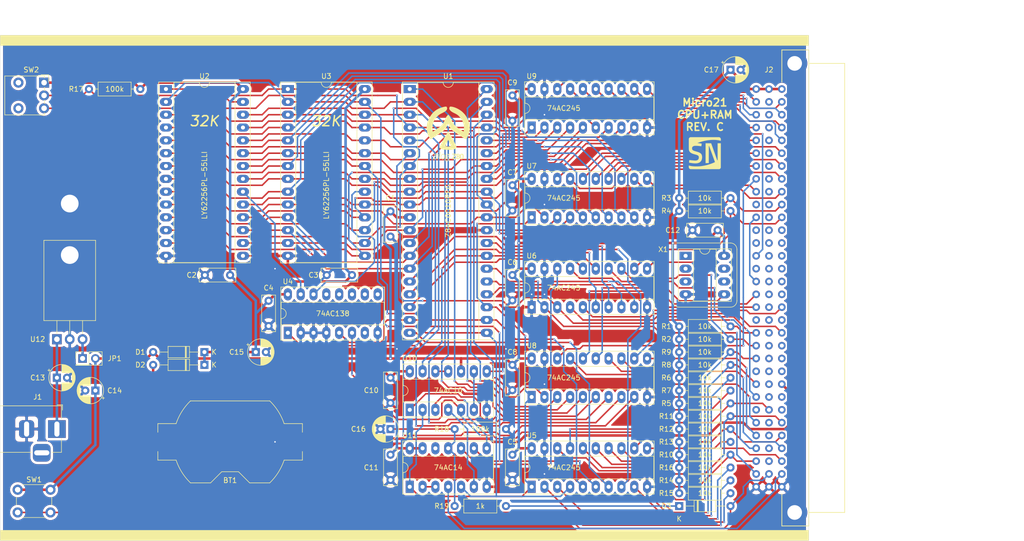
<source format=kicad_pcb>
(kicad_pcb (version 20171130) (host pcbnew 5.1.2-f72e74a~84~ubuntu18.04.1)
  (layers (0 F.Cu signal hide) (31 B.Cu signal hide) (34 B.Paste user) (35 F.Paste user hide) (36 B.SilkS user) (37 F.SilkS user) (38 B.Mask user) (39 F.Mask user hide) (44 Edge.Cuts user))
  (net 0 "")
  (net 1 +BATT)
  (net 2 GND)
  (net 3 VCC)
  (net 4 VMEM)
  (net 5 "Net-(C13-Pad1)")
  (net 6 "Net-(C16-Pad1)")
  (net 7 "Net-(D3-Pad1)")
  (net 8 RESB)
  (net 9 D5)
  (net 10 D3)
  (net 11 D6)
  (net 12 D4)
  (net 13 A2)
  (net 14 A4)
  (net 15 A5)
  (net 16 A6)
  (net 17 ~WAIT)
  (net 18 ~BUSRQ)
  (net 19 "Net-(J2-PadA12)")
  (net 20 "Net-(J2-PadA13)")
  (net 21 "Net-(J2-PadA14)")
  (net 22 "Net-(J2-PadA15)")
  (net 23 "Net-(J2-PadA16)")
  (net 24 "Net-(J2-PadA17)")
  (net 25 A14)
  (net 26 "Net-(J2-PadA19)")
  (net 27 ~M1)
  (net 28 "Net-(J2-PadA21)")
  (net 29 "Net-(J2-PadA22)")
  (net 30 "Net-(J2-PadA23)")
  (net 31 "Net-(J2-PadA25)")
  (net 32 "Net-(J2-PadA26)")
  (net 33 ~IORQ)
  (net 34 ~RFSH)
  (net 35 A13)
  (net 36 A9)
  (net 37 ~BUSACK)
  (net 38 "Net-(J2-PadB30)")
  (net 39 "Net-(J2-PadB29)")
  (net 40 "Net-(J2-PadB28)")
  (net 41 "Net-(J2-PadB27)")
  (net 42 ~EXM)
  (net 43 "Net-(J2-PadB25)")
  (net 44 "Net-(J2-PadB24)")
  (net 45 "Net-(J2-PadB23)")
  (net 46 "Net-(J2-PadB22)")
  (net 47 "Net-(J2-PadB21)")
  (net 48 "Net-(J2-PadB20)")
  (net 49 "Net-(J2-PadB19)")
  (net 50 "Net-(J2-PadB18)")
  (net 51 "Net-(J2-PadB17)")
  (net 52 "Net-(J2-PadB16)")
  (net 53 "Net-(J2-PadB15)")
  (net 54 "Net-(J2-PadB14)")
  (net 55 "Net-(J2-PadB13)")
  (net 56 "Net-(J2-PadB12)")
  (net 57 "Net-(J2-PadB11)")
  (net 58 "Net-(J2-PadB10)")
  (net 59 "Net-(J2-PadB9)")
  (net 60 "Net-(J2-PadB8)")
  (net 61 "Net-(J2-PadB7)")
  (net 62 "Net-(J2-PadB6)")
  (net 63 "Net-(J2-PadB5)")
  (net 64 "Net-(J2-PadB3)")
  (net 65 "Net-(J2-PadB4)")
  (net 66 "Net-(J2-PadB2)")
  (net 67 D0)
  (net 68 D2)
  (net 69 D7)
  (net 70 A0)
  (net 71 A3)
  (net 72 A1)
  (net 73 A8)
  (net 74 A7)
  (net 75 "Net-(J2-PadC10)")
  (net 76 "Net-(J2-PadC11)")
  (net 77 "Net-(J2-PadC12)")
  (net 78 "Net-(J2-PadC13)")
  (net 79 D1)
  (net 80 "Net-(J2-PadC15)")
  (net 81 A11)
  (net 82 A10)
  (net 83 "Net-(J2-PadC19)")
  (net 84 ~NMI)
  (net 85 ~INT)
  (net 86 ~WR)
  (net 87 "Net-(J2-PadC23)")
  (net 88 ~RD)
  (net 89 ~HALT)
  (net 90 "Net-(J2-PadC26)")
  (net 91 A12)
  (net 92 A15)
  (net 93 CLK)
  (net 94 ~MREQ)
  (net 95 ~RESET)
  (net 96 "Net-(R6-Pad1)")
  (net 97 "Net-(R7-Pad1)")
  (net 98 "Net-(R13-Pad1)")
  (net 99 "Net-(R14-Pad1)")
  (net 100 "Net-(R15-Pad1)")
  (net 101 "Net-(R16-Pad1)")
  (net 102 "Net-(R17-Pad2)")
  (net 103 "Net-(SW2-Pad3)")
  (net 104 "Net-(U1-Pad1)")
  (net 105 "Net-(U1-Pad21)")
  (net 106 "Net-(U1-Pad2)")
  (net 107 "Net-(U1-Pad3)")
  (net 108 "Net-(U1-Pad23)")
  (net 109 "Net-(U1-Pad4)")
  (net 110 "Net-(U1-Pad24)")
  (net 111 "Net-(U1-Pad5)")
  (net 112 "Net-(U1-Pad25)")
  (net 113 "Net-(U1-Pad7)")
  (net 114 "Net-(U1-Pad27)")
  (net 115 "Net-(U1-Pad8)")
  (net 116 "Net-(U1-Pad28)")
  (net 117 "Net-(U1-Pad9)")
  (net 118 "Net-(U1-Pad10)")
  (net 119 "Net-(U1-Pad30)")
  (net 120 "Net-(U1-Pad31)")
  (net 121 "Net-(U1-Pad12)")
  (net 122 "Net-(U1-Pad32)")
  (net 123 "Net-(U1-Pad13)")
  (net 124 "Net-(U1-Pad33)")
  (net 125 "Net-(U1-Pad14)")
  (net 126 "Net-(U1-Pad34)")
  (net 127 "Net-(U1-Pad15)")
  (net 128 "Net-(U1-Pad35)")
  (net 129 "Net-(U1-Pad16)")
  (net 130 "Net-(U1-Pad36)")
  (net 131 "Net-(U1-Pad17)")
  (net 132 "Net-(U1-Pad37)")
  (net 133 "Net-(U1-Pad18)")
  (net 134 "Net-(U1-Pad38)")
  (net 135 "Net-(U1-Pad19)")
  (net 136 "Net-(U1-Pad39)")
  (net 137 "Net-(U1-Pad20)")
  (net 138 "Net-(U1-Pad40)")
  (net 139 "Net-(U2-Pad20)")
  (net 140 "Net-(U3-Pad20)")
  (net 141 "Net-(U4-Pad9)")
  (net 142 "Net-(U4-Pad10)")
  (net 143 "Net-(U4-Pad11)")
  (net 144 "Net-(U4-Pad12)")
  (net 145 "Net-(U4-Pad13)")
  (net 146 "Net-(U4-Pad7)")
  (net 147 "Net-(U6-Pad17)")
  (net 148 "Net-(U11-Pad10)")
  (net 149 "Net-(U10-Pad8)")
  (net 150 "Net-(U10-Pad6)")
  (net 151 "Net-(U10-Pad11)")
  (net 152 "Net-(U10-Pad4)")
  (net 153 "Net-(U10-Pad3)")
  (net 154 "Net-(U11-Pad2)")
  (net 155 "Net-(U11-Pad12)")
  (net 156 "Net-(X1-Pad1)")
  (net 157 "Net-(JP1-Pad1)")
  (module Package_DIP:DIP-40_W15.24mm_Socket_LongPads (layer F.Cu) (at 131.04 60.63)
    (fp_text reference U1 (at 7.62 -2.54) (layer F.SilkS))
    (fp_text value Z84C0010PEG (at 7.62 24.13 270) (layer F.SilkS))
    (pad 1 thru_hole rect (at 0 0) (size 2.4 1.6) (drill 0.8) (layers *.Cu *.Mask) (net 104 "Net-(U1-Pad1)"))
    (pad 21 thru_hole oval (at 15.24 48.26) (size 2.4 1.6) (drill 0.8) (layers *.Cu *.Mask) (net 105 "Net-(U1-Pad21)"))
    (pad 2 thru_hole oval (at 0 2.54) (size 2.4 1.6) (drill 0.8) (layers *.Cu *.Mask) (net 106 "Net-(U1-Pad2)"))
    (pad 22 thru_hole oval (at 15.24 45.72) (size 2.4 1.6) (drill 0.8) (layers *.Cu *.Mask) (net 103 "Net-(SW2-Pad3)"))
    (pad 3 thru_hole oval (at 0 5.08) (size 2.4 1.6) (drill 0.8) (layers *.Cu *.Mask) (net 107 "Net-(U1-Pad3)"))
    (pad 23 thru_hole oval (at 15.24 43.18) (size 2.4 1.6) (drill 0.8) (layers *.Cu *.Mask) (net 108 "Net-(U1-Pad23)"))
    (pad 4 thru_hole oval (at 0 7.62) (size 2.4 1.6) (drill 0.8) (layers *.Cu *.Mask) (net 109 "Net-(U1-Pad4)"))
    (pad 24 thru_hole oval (at 15.24 40.64) (size 2.4 1.6) (drill 0.8) (layers *.Cu *.Mask) (net 110 "Net-(U1-Pad24)"))
    (pad 5 thru_hole oval (at 0 10.16) (size 2.4 1.6) (drill 0.8) (layers *.Cu *.Mask) (net 111 "Net-(U1-Pad5)"))
    (pad 25 thru_hole oval (at 15.24 38.1) (size 2.4 1.6) (drill 0.8) (layers *.Cu *.Mask) (net 112 "Net-(U1-Pad25)"))
    (pad 6 thru_hole oval (at 0 12.7) (size 2.4 1.6) (drill 0.8) (layers *.Cu *.Mask) (net 93 CLK))
    (pad 26 thru_hole oval (at 15.24 35.56) (size 2.4 1.6) (drill 0.8) (layers *.Cu *.Mask) (net 95 ~RESET))
    (pad 7 thru_hole oval (at 0 15.24) (size 2.4 1.6) (drill 0.8) (layers *.Cu *.Mask) (net 113 "Net-(U1-Pad7)"))
    (pad 27 thru_hole oval (at 15.24 33.02) (size 2.4 1.6) (drill 0.8) (layers *.Cu *.Mask) (net 114 "Net-(U1-Pad27)"))
    (pad 8 thru_hole oval (at 0 17.78) (size 2.4 1.6) (drill 0.8) (layers *.Cu *.Mask) (net 115 "Net-(U1-Pad8)"))
    (pad 28 thru_hole oval (at 15.24 30.48) (size 2.4 1.6) (drill 0.8) (layers *.Cu *.Mask) (net 116 "Net-(U1-Pad28)"))
    (pad 9 thru_hole oval (at 0 20.32) (size 2.4 1.6) (drill 0.8) (layers *.Cu *.Mask) (net 117 "Net-(U1-Pad9)"))
    (pad 29 thru_hole oval (at 15.24 27.94) (size 2.4 1.6) (drill 0.8) (layers *.Cu *.Mask) (net 2 GND))
    (pad 10 thru_hole oval (at 0 22.86) (size 2.4 1.6) (drill 0.8) (layers *.Cu *.Mask) (net 118 "Net-(U1-Pad10)"))
    (pad 30 thru_hole oval (at 15.24 25.4) (size 2.4 1.6) (drill 0.8) (layers *.Cu *.Mask) (net 119 "Net-(U1-Pad30)"))
    (pad 11 thru_hole oval (at 0 25.4) (size 2.4 1.6) (drill 0.8) (layers *.Cu *.Mask) (net 3 VCC))
    (pad 31 thru_hole oval (at 15.24 22.86) (size 2.4 1.6) (drill 0.8) (layers *.Cu *.Mask) (net 120 "Net-(U1-Pad31)"))
    (pad 12 thru_hole oval (at 0 27.94) (size 2.4 1.6) (drill 0.8) (layers *.Cu *.Mask) (net 121 "Net-(U1-Pad12)"))
    (pad 32 thru_hole oval (at 15.24 20.32) (size 2.4 1.6) (drill 0.8) (layers *.Cu *.Mask) (net 122 "Net-(U1-Pad32)"))
    (pad 13 thru_hole oval (at 0 30.48) (size 2.4 1.6) (drill 0.8) (layers *.Cu *.Mask) (net 123 "Net-(U1-Pad13)"))
    (pad 33 thru_hole oval (at 15.24 17.78) (size 2.4 1.6) (drill 0.8) (layers *.Cu *.Mask) (net 124 "Net-(U1-Pad33)"))
    (pad 14 thru_hole oval (at 0 33.02) (size 2.4 1.6) (drill 0.8) (layers *.Cu *.Mask) (net 125 "Net-(U1-Pad14)"))
    (pad 34 thru_hole oval (at 15.24 15.24) (size 2.4 1.6) (drill 0.8) (layers *.Cu *.Mask) (net 126 "Net-(U1-Pad34)"))
    (pad 15 thru_hole oval (at 0 35.56) (size 2.4 1.6) (drill 0.8) (layers *.Cu *.Mask) (net 127 "Net-(U1-Pad15)"))
    (pad 35 thru_hole oval (at 15.24 12.7) (size 2.4 1.6) (drill 0.8) (layers *.Cu *.Mask) (net 128 "Net-(U1-Pad35)"))
    (pad 16 thru_hole oval (at 0 38.1) (size 2.4 1.6) (drill 0.8) (layers *.Cu *.Mask) (net 129 "Net-(U1-Pad16)"))
    (pad 36 thru_hole oval (at 15.24 10.16) (size 2.4 1.6) (drill 0.8) (layers *.Cu *.Mask) (net 130 "Net-(U1-Pad36)"))
    (pad 17 thru_hole oval (at 0 40.64) (size 2.4 1.6) (drill 0.8) (layers *.Cu *.Mask) (net 131 "Net-(U1-Pad17)"))
    (pad 37 thru_hole oval (at 15.24 7.62) (size 2.4 1.6) (drill 0.8) (layers *.Cu *.Mask) (net 132 "Net-(U1-Pad37)"))
    (pad 18 thru_hole oval (at 0 43.18) (size 2.4 1.6) (drill 0.8) (layers *.Cu *.Mask) (net 133 "Net-(U1-Pad18)"))
    (pad 38 thru_hole oval (at 15.24 5.08) (size 2.4 1.6) (drill 0.8) (layers *.Cu *.Mask) (net 134 "Net-(U1-Pad38)"))
    (pad 19 thru_hole oval (at 0 45.72) (size 2.4 1.6) (drill 0.8) (layers *.Cu *.Mask) (net 135 "Net-(U1-Pad19)"))
    (pad 39 thru_hole oval (at 15.24 2.54) (size 2.4 1.6) (drill 0.8) (layers *.Cu *.Mask) (net 136 "Net-(U1-Pad39)"))
    (pad 20 thru_hole oval (at 0 48.26) (size 2.4 1.6) (drill 0.8) (layers *.Cu *.Mask) (net 137 "Net-(U1-Pad20)"))
    (pad 40 thru_hole oval (at 15.24 0) (size 2.4 1.6) (drill 0.8) (layers *.Cu *.Mask) (net 138 "Net-(U1-Pad40)"))
  )
  (module common:zilog (layer F.Cu) (at 138.66 69.52)
    (fp_text reference G*** hide)
    (fp_text value LOGO hide)
  )
  (module common:logo (layer F.Cu) (at 189.46 73.33)
    (fp_text reference G*** hide)
    (fp_text value LOGO hide)
  )
  (module MountingHole:MountingHole_3.7mm_Pad (layer F.Cu) (at 63.73 83.3 90)
    (fp_text reference REF** hide)
    (fp_text value MountingHole_3.7mm_Pad)
    (pad 1 thru_hole circle (at 0 0 90) (size 6 6) (drill 3.5) (layers *.Cu *.Mask) (net 2 GND))
  )
  (module Battery:BatteryHolder_Keystone_1058_1x2032 (layer F.Cu) (at 95.48 130.48)
    (fp_text reference BT1 (at 0 7.62) (layer F.SilkS))
    (fp_text value CR2032)
    (pad 1 smd rect (at -14.68 0) (size 3.54 4.51) (layers F.Cu F.Paste F.Mask) (net 1 +BATT))
    (pad 2 smd rect (at 14.68 0) (size 3.54 4.51) (layers F.Cu F.Paste F.Mask) (net 2 GND))
  )
  (module Capacitor_THT:C_Rect_L7.0mm_W2.5mm_P5.00mm (layer F.Cu) (at 127.23 84.84 270)
    (fp_text reference C1 (at -2.62 0) (layer F.SilkS))
    (fp_text value 100nF)
    (pad 2 thru_hole circle (at 5 0 270) (size 1.6 1.6) (drill 0.8) (layers *.Cu *.Mask) (net 2 GND))
    (pad 1 thru_hole circle (at 0 0 270) (size 1.6 1.6) (drill 0.8) (layers *.Cu *.Mask) (net 3 VCC))
  )
  (module Capacitor_THT:C_Rect_L7.0mm_W2.5mm_P5.00mm (layer F.Cu) (at 95.48 97.46 180)
    (fp_text reference C2 (at 7.62 0 180) (layer F.SilkS))
    (fp_text value 100nF)
    (pad 2 thru_hole circle (at 5 0 180) (size 1.6 1.6) (drill 0.8) (layers *.Cu *.Mask) (net 2 GND))
    (pad 1 thru_hole circle (at 0 0 180) (size 1.6 1.6) (drill 0.8) (layers *.Cu *.Mask) (net 4 VMEM))
  )
  (module Capacitor_THT:C_Rect_L7.0mm_W2.5mm_P5.00mm (layer F.Cu) (at 119.61 97.46 180)
    (fp_text reference C3 (at 7.62 0 180) (layer F.SilkS))
    (fp_text value 100nF)
    (pad 2 thru_hole circle (at 5 0 180) (size 1.6 1.6) (drill 0.8) (layers *.Cu *.Mask) (net 2 GND))
    (pad 1 thru_hole circle (at 0 0 180) (size 1.6 1.6) (drill 0.8) (layers *.Cu *.Mask) (net 4 VMEM))
  )
  (module Capacitor_THT:C_Rect_L7.0mm_W2.5mm_P5.00mm (layer F.Cu) (at 103.1 102.54 270)
    (fp_text reference C4 (at -2.54 0) (layer F.SilkS))
    (fp_text value 100nF)
    (pad 1 thru_hole circle (at 0 0 270) (size 1.6 1.6) (drill 0.8) (layers *.Cu *.Mask) (net 4 VMEM))
    (pad 2 thru_hole circle (at 5 0 270) (size 1.6 1.6) (drill 0.8) (layers *.Cu *.Mask) (net 2 GND))
  )
  (module Capacitor_THT:C_Rect_L7.0mm_W2.5mm_P5.00mm (layer F.Cu) (at 151.36 133.02 270)
    (fp_text reference C5 (at -2.54 0) (layer F.SilkS))
    (fp_text value 100nF)
    (pad 2 thru_hole circle (at 5 0 270) (size 1.6 1.6) (drill 0.8) (layers *.Cu *.Mask) (net 2 GND))
    (pad 1 thru_hole circle (at 0 0 270) (size 1.6 1.6) (drill 0.8) (layers *.Cu *.Mask) (net 3 VCC))
  )
  (module Capacitor_THT:C_Rect_L7.0mm_W2.5mm_P5.00mm (layer F.Cu) (at 151.36 97.46 270)
    (fp_text reference C6 (at -2.54 0) (layer F.SilkS))
    (fp_text value 100nF)
    (pad 1 thru_hole circle (at 0 0 270) (size 1.6 1.6) (drill 0.8) (layers *.Cu *.Mask) (net 3 VCC))
    (pad 2 thru_hole circle (at 5 0 270) (size 1.6 1.6) (drill 0.8) (layers *.Cu *.Mask) (net 2 GND))
  )
  (module Capacitor_THT:C_Rect_L7.0mm_W2.5mm_P5.00mm (layer F.Cu) (at 151.36 79.68 270)
    (fp_text reference C7 (at -2.54 0) (layer F.SilkS))
    (fp_text value 100nF)
    (pad 1 thru_hole circle (at 0 0 270) (size 1.6 1.6) (drill 0.8) (layers *.Cu *.Mask) (net 3 VCC))
    (pad 2 thru_hole circle (at 5 0 270) (size 1.6 1.6) (drill 0.8) (layers *.Cu *.Mask) (net 2 GND))
  )
  (module Capacitor_THT:C_Rect_L7.0mm_W2.5mm_P5.00mm (layer F.Cu) (at 151.36 115.24 270)
    (fp_text reference C8 (at -2.54 0) (layer F.SilkS))
    (fp_text value 100nF)
    (pad 1 thru_hole circle (at 0 0 270) (size 1.6 1.6) (drill 0.8) (layers *.Cu *.Mask) (net 3 VCC))
    (pad 2 thru_hole circle (at 5 0 270) (size 1.6 1.6) (drill 0.8) (layers *.Cu *.Mask) (net 2 GND))
  )
  (module Capacitor_THT:C_Rect_L7.0mm_W2.5mm_P5.00mm (layer F.Cu) (at 151.36 61.9 270)
    (fp_text reference C9 (at -2.54 0) (layer F.SilkS))
    (fp_text value 100nF)
    (pad 1 thru_hole circle (at 0 0 270) (size 1.6 1.6) (drill 0.8) (layers *.Cu *.Mask) (net 3 VCC))
    (pad 2 thru_hole circle (at 5 0 270) (size 1.6 1.6) (drill 0.8) (layers *.Cu *.Mask) (net 2 GND))
  )
  (module Capacitor_THT:C_Rect_L7.0mm_W2.5mm_P5.00mm (layer F.Cu) (at 127.23 117.78 270)
    (fp_text reference C10 (at 2.5 3.81) (layer F.SilkS))
    (fp_text value 100nF)
    (pad 1 thru_hole circle (at 0 0 270) (size 1.6 1.6) (drill 0.8) (layers *.Cu *.Mask) (net 3 VCC))
    (pad 2 thru_hole circle (at 5 0 270) (size 1.6 1.6) (drill 0.8) (layers *.Cu *.Mask) (net 2 GND))
  )
  (module Capacitor_THT:C_Rect_L7.0mm_W2.5mm_P5.00mm (layer F.Cu) (at 127.23 133.02 270)
    (fp_text reference C11 (at 2.54 3.81) (layer F.SilkS))
    (fp_text value 100nF)
    (pad 2 thru_hole circle (at 5 0 270) (size 1.6 1.6) (drill 0.8) (layers *.Cu *.Mask) (net 2 GND))
    (pad 1 thru_hole circle (at 0 0 270) (size 1.6 1.6) (drill 0.8) (layers *.Cu *.Mask) (net 3 VCC))
  )
  (module Capacitor_THT:C_Rect_L7.0mm_W2.5mm_P5.00mm (layer F.Cu) (at 187 88.57)
    (fp_text reference C12 (at -3.89 0) (layer F.SilkS))
    (fp_text value 100nF)
    (pad 2 thru_hole circle (at 5 0) (size 1.6 1.6) (drill 0.8) (layers *.Cu *.Mask) (net 3 VCC))
    (pad 1 thru_hole circle (at 0 0) (size 1.6 1.6) (drill 0.8) (layers *.Cu *.Mask) (net 2 GND))
  )
  (module Capacitor_THT:CP_Radial_D5.0mm_P2.00mm (layer F.Cu) (at 61.19 117.78)
    (fp_text reference C13 (at -3.81 0) (layer F.SilkS))
    (fp_text value 10µF)
    (pad 2 thru_hole circle (at 2 0) (size 1.6 1.6) (drill 0.8) (layers *.Cu *.Mask) (net 2 GND))
    (pad 1 thru_hole rect (at 0 0) (size 1.6 1.6) (drill 0.8) (layers *.Cu *.Mask) (net 5 "Net-(C13-Pad1)"))
  )
  (module Capacitor_THT:CP_Radial_D5.0mm_P2.00mm (layer F.Cu) (at 68.81 120.32 180)
    (fp_text reference C14 (at -3.81 0 180) (layer F.SilkS))
    (fp_text value 10µF)
    (pad 1 thru_hole rect (at 0 0 180) (size 1.6 1.6) (drill 0.8) (layers *.Cu *.Mask) (net 3 VCC))
    (pad 2 thru_hole circle (at 2 0 180) (size 1.6 1.6) (drill 0.8) (layers *.Cu *.Mask) (net 2 GND))
  )
  (module Capacitor_THT:CP_Radial_D5.0mm_P2.00mm (layer F.Cu) (at 100.56 112.7)
    (fp_text reference C15 (at -3.81 0) (layer F.SilkS))
    (fp_text value 1µF)
    (pad 1 thru_hole rect (at 0 0) (size 1.6 1.6) (drill 0.8) (layers *.Cu *.Mask) (net 4 VMEM))
    (pad 2 thru_hole circle (at 2 0) (size 1.6 1.6) (drill 0.8) (layers *.Cu *.Mask) (net 2 GND))
  )
  (module Capacitor_THT:CP_Radial_D5.0mm_P2.00mm (layer F.Cu) (at 127.23 127.94 180)
    (fp_text reference C16 (at 6.35 0 180) (layer F.SilkS))
    (fp_text value 1µF)
    (pad 1 thru_hole rect (at 0 0 180) (size 1.6 1.6) (drill 0.8) (layers *.Cu *.Mask) (net 6 "Net-(C16-Pad1)"))
    (pad 2 thru_hole circle (at 2 0 180) (size 1.6 1.6) (drill 0.8) (layers *.Cu *.Mask) (net 2 GND))
  )
  (module Capacitor_THT:CP_Radial_D5.0mm_P2.00mm (layer F.Cu) (at 194.54 56.82)
    (fp_text reference C17 (at -3.81 0) (layer F.SilkS))
    (fp_text value 1µF)
    (pad 2 thru_hole circle (at 2 0) (size 1.6 1.6) (drill 0.8) (layers *.Cu *.Mask) (net 2 GND))
    (pad 1 thru_hole rect (at 0 0) (size 1.6 1.6) (drill 0.8) (layers *.Cu *.Mask) (net 3 VCC))
  )
  (module Diode_THT:D_DO-35_SOD27_P10.16mm_Horizontal (layer F.Cu) (at 90.4 112.7 180)
    (fp_text reference D1 (at 12.7 0 180) (layer F.SilkS))
    (fp_text value BAT46)
    (fp_text user K (at -1.905 0 180) (layer F.SilkS))
    (pad 2 thru_hole oval (at 10.16 0 180) (size 1.6 1.6) (drill 0.8) (layers *.Cu *.Mask) (net 3 VCC))
    (pad 1 thru_hole rect (at 0 0 180) (size 1.6 1.6) (drill 0.8) (layers *.Cu *.Mask) (net 4 VMEM))
  )
  (module Diode_THT:D_DO-35_SOD27_P10.16mm_Horizontal (layer F.Cu) (at 90.4 115.24 180)
    (fp_text reference D2 (at 12.7 0 180) (layer F.SilkS))
    (fp_text value BAT46)
    (fp_text user K (at -1.905 0 180) (layer F.SilkS))
    (pad 1 thru_hole rect (at 0 0 180) (size 1.6 1.6) (drill 0.8) (layers *.Cu *.Mask) (net 4 VMEM))
    (pad 2 thru_hole oval (at 10.16 0 180) (size 1.6 1.6) (drill 0.8) (layers *.Cu *.Mask) (net 1 +BATT))
  )
  (module Diode_THT:D_DO-35_SOD27_P10.16mm_Horizontal (layer F.Cu) (at 184.38 143.18)
    (fp_text reference D3 (at -2.54 0) (layer F.SilkS))
    (fp_text value BAT46)
    (fp_text user K (at 0 2.54) (layer F.SilkS))
    (pad 1 thru_hole rect (at 0 0) (size 1.6 1.6) (drill 0.8) (layers *.Cu *.Mask) (net 7 "Net-(D3-Pad1)"))
    (pad 2 thru_hole oval (at 10.16 0) (size 1.6 1.6) (drill 0.8) (layers *.Cu *.Mask) (net 8 RESB))
  )
  (module Connector_BarrelJack:BarrelJack_Horizontal (layer F.Cu) (at 61.19 127.94)
    (fp_text reference J1 (at -3.81 -6.35) (layer F.SilkS))
    (fp_text value Barrel_Jack)
    (pad 1 thru_hole rect (at 0 0) (size 3.5 3.5) (drill oval 1 3) (layers *.Cu *.Mask) (net 5 "Net-(C13-Pad1)"))
    (pad 2 thru_hole roundrect (at -6 0) (size 3 3.5) (drill oval 1 3) (layers *.Cu *.Mask) (net 2 GND))
    (pad 3 thru_hole roundrect (at -3 4.7) (size 3.5 3.5) (drill oval 3 1) (layers *.Cu *.Mask))
  )
  (module common:Socket_DIN41612-CaseC1-full-Male-96Pin-3rows (layer F.Cu) (at 202.16 100 90)
    (fp_text reference J2 (at 43.18 0 180) (layer F.SilkS))
    (fp_text value C96ABC)
    (pad A1 thru_hole circle (at 39.37 2.54 270) (size 1.50114 1.50114) (drill 0.8001) (layers *.Cu *.Mask) (net 3 VCC))
    (pad A2 thru_hole circle (at 36.83 2.54 270) (size 1.50114 1.50114) (drill 0.8001) (layers *.Cu *.Mask) (net 9 D5))
    (pad A4 thru_hole circle (at 31.75 2.54 270) (size 1.50114 1.50114) (drill 0.8001) (layers *.Cu *.Mask) (net 10 D3))
    (pad A3 thru_hole circle (at 34.29 2.54 270) (size 1.50114 1.50114) (drill 0.8001) (layers *.Cu *.Mask) (net 11 D6))
    (pad A5 thru_hole circle (at 29.21 2.54 270) (size 1.50114 1.50114) (drill 0.8001) (layers *.Cu *.Mask) (net 12 D4))
    (pad A6 thru_hole circle (at 26.67 2.54 270) (size 1.50114 1.50114) (drill 0.8001) (layers *.Cu *.Mask) (net 13 A2))
    (pad A7 thru_hole circle (at 24.13 2.54 270) (size 1.50114 1.50114) (drill 0.8001) (layers *.Cu *.Mask) (net 14 A4))
    (pad A8 thru_hole circle (at 21.59 2.54 270) (size 1.50114 1.50114) (drill 0.8001) (layers *.Cu *.Mask) (net 15 A5))
    (pad A9 thru_hole circle (at 19.05 2.54 270) (size 1.50114 1.50114) (drill 0.8001) (layers *.Cu *.Mask) (net 16 A6))
    (pad A10 thru_hole circle (at 16.51 2.54 270) (size 1.50114 1.50114) (drill 0.8001) (layers *.Cu *.Mask) (net 17 ~WAIT))
    (pad A11 thru_hole circle (at 13.97 2.54 270) (size 1.50114 1.50114) (drill 0.8001) (layers *.Cu *.Mask) (net 18 ~BUSRQ))
    (pad A12 thru_hole circle (at 11.43 2.54 270) (size 1.50114 1.50114) (drill 0.8001) (layers *.Cu *.Mask) (net 19 "Net-(J2-PadA12)"))
    (pad A13 thru_hole circle (at 8.89 2.54 270) (size 1.50114 1.50114) (drill 0.8001) (layers *.Cu *.Mask) (net 20 "Net-(J2-PadA13)"))
    (pad A14 thru_hole circle (at 6.35 2.54 270) (size 1.50114 1.50114) (drill 0.8001) (layers *.Cu *.Mask) (net 21 "Net-(J2-PadA14)"))
    (pad A15 thru_hole circle (at 3.81 2.54 270) (size 1.50114 1.50114) (drill 0.8001) (layers *.Cu *.Mask) (net 22 "Net-(J2-PadA15)"))
    (pad A16 thru_hole circle (at 1.27 2.54 270) (size 1.50114 1.50114) (drill 0.8001) (layers *.Cu *.Mask) (net 23 "Net-(J2-PadA16)"))
    (pad A17 thru_hole circle (at -1.27 2.54 270) (size 1.50114 1.50114) (drill 0.8001) (layers *.Cu *.Mask) (net 24 "Net-(J2-PadA17)"))
    (pad A18 thru_hole circle (at -3.81 2.54 270) (size 1.50114 1.50114) (drill 0.8001) (layers *.Cu *.Mask) (net 25 A14))
    (pad A19 thru_hole circle (at -6.35 2.54 270) (size 1.50114 1.50114) (drill 0.8001) (layers *.Cu *.Mask) (net 26 "Net-(J2-PadA19)"))
    (pad A20 thru_hole circle (at -8.89 2.54 270) (size 1.50114 1.50114) (drill 0.8001) (layers *.Cu *.Mask) (net 27 ~M1))
    (pad A21 thru_hole circle (at -11.43 2.54 270) (size 1.50114 1.50114) (drill 0.8001) (layers *.Cu *.Mask) (net 28 "Net-(J2-PadA21)"))
    (pad A22 thru_hole circle (at -13.97 2.54 270) (size 1.50114 1.50114) (drill 0.8001) (layers *.Cu *.Mask) (net 29 "Net-(J2-PadA22)"))
    (pad A23 thru_hole circle (at -16.51 2.54 270) (size 1.50114 1.50114) (drill 0.8001) (layers *.Cu *.Mask) (net 30 "Net-(J2-PadA23)"))
    (pad A24 thru_hole circle (at -19.05 2.54 270) (size 1.50114 1.50114) (drill 0.8001) (layers *.Cu *.Mask) (net 1 +BATT))
    (pad A25 thru_hole circle (at -21.59 2.54 270) (size 1.50114 1.50114) (drill 0.8001) (layers *.Cu *.Mask) (net 31 "Net-(J2-PadA25)"))
    (pad A26 thru_hole circle (at -24.13 2.54 270) (size 1.50114 1.50114) (drill 0.8001) (layers *.Cu *.Mask) (net 32 "Net-(J2-PadA26)"))
    (pad A27 thru_hole circle (at -26.67 2.54 270) (size 1.50114 1.50114) (drill 0.8001) (layers *.Cu *.Mask) (net 33 ~IORQ))
    (pad A28 thru_hole circle (at -29.21 2.54 270) (size 1.50114 1.50114) (drill 0.8001) (layers *.Cu *.Mask) (net 34 ~RFSH))
    (pad A29 thru_hole circle (at -31.75 2.54 270) (size 1.50114 1.50114) (drill 0.8001) (layers *.Cu *.Mask) (net 35 A13))
    (pad A30 thru_hole circle (at -34.29 2.54 270) (size 1.50114 1.50114) (drill 0.8001) (layers *.Cu *.Mask) (net 36 A9))
    (pad A31 thru_hole circle (at -36.83 2.54 270) (size 1.50114 1.50114) (drill 0.8001) (layers *.Cu *.Mask) (net 37 ~BUSACK))
    (pad A32 thru_hole circle (at -39.37 2.54 270) (size 1.50114 1.50114) (drill 0.8001) (layers *.Cu *.Mask) (net 2 GND))
    (pad B32 thru_hole circle (at -39.37 0 270) (size 1.50114 1.50114) (drill 0.8001) (layers *.Cu *.Mask) (net 2 GND))
    (pad B31 thru_hole circle (at -36.83 0 270) (size 1.50114 1.50114) (drill 0.8001) (layers *.Cu *.Mask) (net 8 RESB))
    (pad B30 thru_hole circle (at -34.29 0 270) (size 1.50114 1.50114) (drill 0.8001) (layers *.Cu *.Mask) (net 38 "Net-(J2-PadB30)"))
    (pad B29 thru_hole circle (at -31.75 0 270) (size 1.50114 1.50114) (drill 0.8001) (layers *.Cu *.Mask) (net 39 "Net-(J2-PadB29)"))
    (pad B28 thru_hole circle (at -29.21 0 270) (size 1.50114 1.50114) (drill 0.8001) (layers *.Cu *.Mask) (net 40 "Net-(J2-PadB28)"))
    (pad B27 thru_hole circle (at -26.67 0 270) (size 1.50114 1.50114) (drill 0.8001) (layers *.Cu *.Mask) (net 41 "Net-(J2-PadB27)"))
    (pad B26 thru_hole circle (at -24.13 0 270) (size 1.50114 1.50114) (drill 0.8001) (layers *.Cu *.Mask) (net 42 ~EXM))
    (pad B25 thru_hole circle (at -21.59 0 270) (size 1.50114 1.50114) (drill 0.8001) (layers *.Cu *.Mask) (net 43 "Net-(J2-PadB25)"))
    (pad B24 thru_hole circle (at -19.05 0 270) (size 1.50114 1.50114) (drill 0.8001) (layers *.Cu *.Mask) (net 44 "Net-(J2-PadB24)"))
    (pad B23 thru_hole circle (at -16.51 0 270) (size 1.50114 1.50114) (drill 0.8001) (layers *.Cu *.Mask) (net 45 "Net-(J2-PadB23)"))
    (pad B22 thru_hole circle (at -13.97 0 270) (size 1.50114 1.50114) (drill 0.8001) (layers *.Cu *.Mask) (net 46 "Net-(J2-PadB22)"))
    (pad B21 thru_hole circle (at -11.43 0 270) (size 1.50114 1.50114) (drill 0.8001) (layers *.Cu *.Mask) (net 47 "Net-(J2-PadB21)"))
    (pad B20 thru_hole circle (at -8.89 0 270) (size 1.50114 1.50114) (drill 0.8001) (layers *.Cu *.Mask) (net 48 "Net-(J2-PadB20)"))
    (pad B19 thru_hole circle (at -6.35 0 270) (size 1.50114 1.50114) (drill 0.8001) (layers *.Cu *.Mask) (net 49 "Net-(J2-PadB19)"))
    (pad B18 thru_hole circle (at -3.81 0 270) (size 1.50114 1.50114) (drill 0.8001) (layers *.Cu *.Mask) (net 50 "Net-(J2-PadB18)"))
    (pad B17 thru_hole circle (at -1.27 0 270) (size 1.50114 1.50114) (drill 0.8001) (layers *.Cu *.Mask) (net 51 "Net-(J2-PadB17)"))
    (pad B16 thru_hole circle (at 1.27 0 270) (size 1.50114 1.50114) (drill 0.8001) (layers *.Cu *.Mask) (net 52 "Net-(J2-PadB16)"))
    (pad B15 thru_hole circle (at 3.81 0 270) (size 1.50114 1.50114) (drill 0.8001) (layers *.Cu *.Mask) (net 53 "Net-(J2-PadB15)"))
    (pad B14 thru_hole circle (at 6.35 0 270) (size 1.50114 1.50114) (drill 0.8001) (layers *.Cu *.Mask) (net 54 "Net-(J2-PadB14)"))
    (pad B13 thru_hole circle (at 8.89 0 270) (size 1.50114 1.50114) (drill 0.8001) (layers *.Cu *.Mask) (net 55 "Net-(J2-PadB13)"))
    (pad B12 thru_hole circle (at 11.43 0 270) (size 1.50114 1.50114) (drill 0.8001) (layers *.Cu *.Mask) (net 56 "Net-(J2-PadB12)"))
    (pad B11 thru_hole circle (at 13.97 0 270) (size 1.50114 1.50114) (drill 0.8001) (layers *.Cu *.Mask) (net 57 "Net-(J2-PadB11)"))
    (pad B10 thru_hole circle (at 16.51 0 270) (size 1.50114 1.50114) (drill 0.8001) (layers *.Cu *.Mask) (net 58 "Net-(J2-PadB10)"))
    (pad B9 thru_hole circle (at 19.05 0 270) (size 1.50114 1.50114) (drill 0.8001) (layers *.Cu *.Mask) (net 59 "Net-(J2-PadB9)"))
    (pad B8 thru_hole circle (at 21.59 0 270) (size 1.50114 1.50114) (drill 0.8001) (layers *.Cu *.Mask) (net 60 "Net-(J2-PadB8)"))
    (pad B7 thru_hole circle (at 24.13 0 270) (size 1.50114 1.50114) (drill 0.8001) (layers *.Cu *.Mask) (net 61 "Net-(J2-PadB7)"))
    (pad B6 thru_hole circle (at 26.67 0 270) (size 1.50114 1.50114) (drill 0.8001) (layers *.Cu *.Mask) (net 62 "Net-(J2-PadB6)"))
    (pad B5 thru_hole circle (at 29.21 0 270) (size 1.50114 1.50114) (drill 0.8001) (layers *.Cu *.Mask) (net 63 "Net-(J2-PadB5)"))
    (pad B3 thru_hole circle (at 34.29 0 270) (size 1.50114 1.50114) (drill 0.8001) (layers *.Cu *.Mask) (net 64 "Net-(J2-PadB3)"))
    (pad B4 thru_hole circle (at 31.75 0 270) (size 1.50114 1.50114) (drill 0.8001) (layers *.Cu *.Mask) (net 65 "Net-(J2-PadB4)"))
    (pad B2 thru_hole circle (at 36.83 0 270) (size 1.50114 1.50114) (drill 0.8001) (layers *.Cu *.Mask) (net 66 "Net-(J2-PadB2)"))
    (pad B1 thru_hole circle (at 39.37 0 270) (size 1.50114 1.50114) (drill 0.8001) (layers *.Cu *.Mask) (net 3 VCC))
    (pad C1 thru_hole circle (at 39.37 -2.54 270) (size 1.50114 1.50114) (drill 0.8001) (layers *.Cu *.Mask) (net 3 VCC))
    (pad C2 thru_hole circle (at 36.83 -2.54 270) (size 1.50114 1.50114) (drill 0.8001) (layers *.Cu *.Mask) (net 67 D0))
    (pad C4 thru_hole circle (at 31.75 -2.54 270) (size 1.50114 1.50114) (drill 0.8001) (layers *.Cu *.Mask) (net 68 D2))
    (pad C3 thru_hole circle (at 34.29 -2.54 270) (size 1.50114 1.50114) (drill 0.8001) (layers *.Cu *.Mask) (net 69 D7))
    (pad C5 thru_hole circle (at 29.21 -2.54 270) (size 1.50114 1.50114) (drill 0.8001) (layers *.Cu *.Mask) (net 70 A0))
    (pad C6 thru_hole circle (at 26.67 -2.54 270) (size 1.50114 1.50114) (drill 0.8001) (layers *.Cu *.Mask) (net 71 A3))
    (pad C7 thru_hole circle (at 24.13 -2.54 270) (size 1.50114 1.50114) (drill 0.8001) (layers *.Cu *.Mask) (net 72 A1))
    (pad C8 thru_hole circle (at 21.59 -2.54 270) (size 1.50114 1.50114) (drill 0.8001) (layers *.Cu *.Mask) (net 73 A8))
    (pad C9 thru_hole circle (at 19.05 -2.54 270) (size 1.50114 1.50114) (drill 0.8001) (layers *.Cu *.Mask) (net 74 A7))
    (pad C10 thru_hole circle (at 16.51 -2.54 270) (size 1.50114 1.50114) (drill 0.8001) (layers *.Cu *.Mask) (net 75 "Net-(J2-PadC10)"))
    (pad C11 thru_hole circle (at 13.97 -2.54 270) (size 1.50114 1.50114) (drill 0.8001) (layers *.Cu *.Mask) (net 76 "Net-(J2-PadC11)"))
    (pad C12 thru_hole circle (at 11.43 -2.54 270) (size 1.50114 1.50114) (drill 0.8001) (layers *.Cu *.Mask) (net 77 "Net-(J2-PadC12)"))
    (pad C13 thru_hole circle (at 8.89 -2.54 270) (size 1.50114 1.50114) (drill 0.8001) (layers *.Cu *.Mask) (net 78 "Net-(J2-PadC13)"))
    (pad C14 thru_hole circle (at 6.35 -2.54 270) (size 1.50114 1.50114) (drill 0.8001) (layers *.Cu *.Mask) (net 79 D1))
    (pad C15 thru_hole circle (at 3.81 -2.54 270) (size 1.50114 1.50114) (drill 0.8001) (layers *.Cu *.Mask) (net 80 "Net-(J2-PadC15)"))
    (pad C16 thru_hole circle (at 1.27 -2.54 270) (size 1.50114 1.50114) (drill 0.8001) (layers *.Cu *.Mask) (net 76 "Net-(J2-PadC11)"))
    (pad C17 thru_hole circle (at -1.27 -2.54 270) (size 1.50114 1.50114) (drill 0.8001) (layers *.Cu *.Mask) (net 81 A11))
    (pad C18 thru_hole circle (at -3.81 -2.54 270) (size 1.50114 1.50114) (drill 0.8001) (layers *.Cu *.Mask) (net 82 A10))
    (pad C19 thru_hole circle (at -6.35 -2.54 270) (size 1.50114 1.50114) (drill 0.8001) (layers *.Cu *.Mask) (net 83 "Net-(J2-PadC19)"))
    (pad C20 thru_hole circle (at -8.89 -2.54 270) (size 1.50114 1.50114) (drill 0.8001) (layers *.Cu *.Mask) (net 84 ~NMI))
    (pad C21 thru_hole circle (at -11.43 -2.54 270) (size 1.50114 1.50114) (drill 0.8001) (layers *.Cu *.Mask) (net 85 ~INT))
    (pad C22 thru_hole circle (at -13.97 -2.54 270) (size 1.50114 1.50114) (drill 0.8001) (layers *.Cu *.Mask) (net 86 ~WR))
    (pad C23 thru_hole circle (at -16.51 -2.54 270) (size 1.50114 1.50114) (drill 0.8001) (layers *.Cu *.Mask) (net 87 "Net-(J2-PadC23)"))
    (pad C24 thru_hole circle (at -19.05 -2.54 270) (size 1.50114 1.50114) (drill 0.8001) (layers *.Cu *.Mask) (net 88 ~RD))
    (pad C25 thru_hole circle (at -21.59 -2.54 270) (size 1.50114 1.50114) (drill 0.8001) (layers *.Cu *.Mask) (net 89 ~HALT))
    (pad C26 thru_hole circle (at -24.13 -2.54 270) (size 1.50114 1.50114) (drill 0.8001) (layers *.Cu *.Mask) (net 90 "Net-(J2-PadC26)"))
    (pad C27 thru_hole circle (at -26.67 -2.54 270) (size 1.50114 1.50114) (drill 0.8001) (layers *.Cu *.Mask) (net 91 A12))
    (pad C28 thru_hole circle (at -29.21 -2.54 270) (size 1.50114 1.50114) (drill 0.8001) (layers *.Cu *.Mask) (net 92 A15))
    (pad C29 thru_hole circle (at -31.75 -2.54 270) (size 1.50114 1.50114) (drill 0.8001) (layers *.Cu *.Mask) (net 93 CLK))
    (pad C30 thru_hole circle (at -34.29 -2.54 270) (size 1.50114 1.50114) (drill 0.8001) (layers *.Cu *.Mask) (net 94 ~MREQ))
    (pad C31 thru_hole circle (at -36.83 -2.54 270) (size 1.50114 1.50114) (drill 0.8001) (layers *.Cu *.Mask) (net 95 ~RESET))
    (pad C32 thru_hole circle (at -39.37 -2.54 270) (size 1.50114 1.50114) (drill 0.8001) (layers *.Cu *.Mask) (net 2 GND))
    (pad A32 thru_hole circle (at -44.45 5.08 90) (size 5 5) (drill 2.90068) (layers *.Cu *.Mask) (net 2 GND))
    (pad A32 thru_hole circle (at 44.45 5.08 90) (size 5 5) (drill 2.90068) (layers *.Cu *.Mask) (net 2 GND))
  )
  (module Resistor_THT:R_Axial_DIN0207_L6.3mm_D2.5mm_P10.16mm_Horizontal (layer F.Cu) (at 194.54 107.62 180)
    (fp_text reference R1 (at 12.7 0 180) (layer F.SilkS))
    (fp_text value 10k (at 5.08 0 180) (layer F.SilkS))
    (pad 2 thru_hole oval (at 10.16 0 180) (size 1.6 1.6) (drill 0.8) (layers *.Cu *.Mask) (net 3 VCC))
    (pad 1 thru_hole circle (at 0 0 180) (size 1.6 1.6) (drill 0.8) (layers *.Cu *.Mask) (net 84 ~NMI))
  )
  (module Resistor_THT:R_Axial_DIN0207_L6.3mm_D2.5mm_P10.16mm_Horizontal (layer F.Cu) (at 194.54 110.16 180)
    (fp_text reference R2 (at 12.7 0 180) (layer F.SilkS))
    (fp_text value 10k (at 5.08 0 180) (layer F.SilkS))
    (pad 1 thru_hole circle (at 0 0 180) (size 1.6 1.6) (drill 0.8) (layers *.Cu *.Mask) (net 85 ~INT))
    (pad 2 thru_hole oval (at 10.16 0 180) (size 1.6 1.6) (drill 0.8) (layers *.Cu *.Mask) (net 3 VCC))
  )
  (module Resistor_THT:R_Axial_DIN0207_L6.3mm_D2.5mm_P10.16mm_Horizontal (layer F.Cu) (at 194.54 82.22 180)
    (fp_text reference R3 (at 12.7 0 180) (layer F.SilkS))
    (fp_text value 10k (at 5.08 0 180) (layer F.SilkS))
    (pad 2 thru_hole oval (at 10.16 0 180) (size 1.6 1.6) (drill 0.8) (layers *.Cu *.Mask) (net 3 VCC))
    (pad 1 thru_hole circle (at 0 0 180) (size 1.6 1.6) (drill 0.8) (layers *.Cu *.Mask) (net 17 ~WAIT))
  )
  (module Resistor_THT:R_Axial_DIN0207_L6.3mm_D2.5mm_P10.16mm_Horizontal (layer F.Cu) (at 194.54 84.76 180)
    (fp_text reference R4 (at 12.7 0 180) (layer F.SilkS))
    (fp_text value 10k (at 5.08 0 180) (layer F.SilkS))
    (pad 2 thru_hole oval (at 10.16 0 180) (size 1.6 1.6) (drill 0.8) (layers *.Cu *.Mask) (net 3 VCC))
    (pad 1 thru_hole circle (at 0 0 180) (size 1.6 1.6) (drill 0.8) (layers *.Cu *.Mask) (net 18 ~BUSRQ))
  )
  (module Resistor_THT:R_Axial_DIN0207_L6.3mm_D2.5mm_P10.16mm_Horizontal (layer F.Cu) (at 194.54 122.86 180)
    (fp_text reference R5 (at 12.7 0 180) (layer F.SilkS))
    (fp_text value 10k (at 5.08 0 180) (layer F.SilkS))
    (pad 1 thru_hole circle (at 0 0 180) (size 1.6 1.6) (drill 0.8) (layers *.Cu *.Mask) (net 42 ~EXM))
    (pad 2 thru_hole oval (at 10.16 0 180) (size 1.6 1.6) (drill 0.8) (layers *.Cu *.Mask) (net 3 VCC))
  )
  (module Resistor_THT:R_Axial_DIN0207_L6.3mm_D2.5mm_P10.16mm_Horizontal (layer F.Cu) (at 194.54 117.78 180)
    (fp_text reference R6 (at 12.7 0 180) (layer F.SilkS))
    (fp_text value 10k (at 5.08 0 180) (layer F.SilkS))
    (pad 2 thru_hole oval (at 10.16 0 180) (size 1.6 1.6) (drill 0.8) (layers *.Cu *.Mask) (net 3 VCC))
    (pad 1 thru_hole circle (at 0 0 180) (size 1.6 1.6) (drill 0.8) (layers *.Cu *.Mask) (net 96 "Net-(R6-Pad1)"))
  )
  (module Resistor_THT:R_Axial_DIN0207_L6.3mm_D2.5mm_P10.16mm_Horizontal (layer F.Cu) (at 194.54 120.32 180)
    (fp_text reference R7 (at 12.7 0 180) (layer F.SilkS))
    (fp_text value 10k (at 5.08 0 180) (layer F.SilkS))
    (pad 2 thru_hole oval (at 10.16 0 180) (size 1.6 1.6) (drill 0.8) (layers *.Cu *.Mask) (net 3 VCC))
    (pad 1 thru_hole circle (at 0 0 180) (size 1.6 1.6) (drill 0.8) (layers *.Cu *.Mask) (net 97 "Net-(R7-Pad1)"))
  )
  (module Resistor_THT:R_Axial_DIN0207_L6.3mm_D2.5mm_P10.16mm_Horizontal (layer F.Cu) (at 194.54 115.24 180)
    (fp_text reference R8 (at 12.7 0 180) (layer F.SilkS))
    (fp_text value 10k (at 5.08 0 180) (layer F.SilkS))
    (pad 1 thru_hole circle (at 0 0 180) (size 1.6 1.6) (drill 0.8) (layers *.Cu *.Mask) (net 88 ~RD))
    (pad 2 thru_hole oval (at 10.16 0 180) (size 1.6 1.6) (drill 0.8) (layers *.Cu *.Mask) (net 3 VCC))
  )
  (module Resistor_THT:R_Axial_DIN0207_L6.3mm_D2.5mm_P10.16mm_Horizontal (layer F.Cu) (at 194.54 112.7 180)
    (fp_text reference R9 (at 12.7 0 180) (layer F.SilkS))
    (fp_text value 10k (at 5.08 0 180) (layer F.SilkS))
    (pad 1 thru_hole circle (at 0 0 180) (size 1.6 1.6) (drill 0.8) (layers *.Cu *.Mask) (net 86 ~WR))
    (pad 2 thru_hole oval (at 10.16 0 180) (size 1.6 1.6) (drill 0.8) (layers *.Cu *.Mask) (net 3 VCC))
  )
  (module Resistor_THT:R_Axial_DIN0207_L6.3mm_D2.5mm_P10.16mm_Horizontal (layer F.Cu) (at 194.54 133.02 180)
    (fp_text reference R10 (at 12.7 0 180) (layer F.SilkS))
    (fp_text value 10k (at 5.08 0 180) (layer F.SilkS))
    (pad 2 thru_hole oval (at 10.16 0 180) (size 1.6 1.6) (drill 0.8) (layers *.Cu *.Mask) (net 3 VCC))
    (pad 1 thru_hole circle (at 0 0 180) (size 1.6 1.6) (drill 0.8) (layers *.Cu *.Mask) (net 94 ~MREQ))
  )
  (module Resistor_THT:R_Axial_DIN0207_L6.3mm_D2.5mm_P10.16mm_Horizontal (layer F.Cu) (at 194.54 125.4 180)
    (fp_text reference R11 (at 12.7 0 180) (layer F.SilkS))
    (fp_text value 10k (at 5.08 0 180) (layer F.SilkS))
    (pad 2 thru_hole oval (at 10.16 0 180) (size 1.6 1.6) (drill 0.8) (layers *.Cu *.Mask) (net 3 VCC))
    (pad 1 thru_hole circle (at 0 0 180) (size 1.6 1.6) (drill 0.8) (layers *.Cu *.Mask) (net 33 ~IORQ))
  )
  (module Resistor_THT:R_Axial_DIN0207_L6.3mm_D2.5mm_P10.16mm_Horizontal (layer F.Cu) (at 194.54 127.94 180)
    (fp_text reference R12 (at 12.7 0 180) (layer F.SilkS))
    (fp_text value 10k (at 5.08 0 180) (layer F.SilkS))
    (pad 1 thru_hole circle (at 0 0 180) (size 1.6 1.6) (drill 0.8) (layers *.Cu *.Mask) (net 34 ~RFSH))
    (pad 2 thru_hole oval (at 10.16 0 180) (size 1.6 1.6) (drill 0.8) (layers *.Cu *.Mask) (net 3 VCC))
  )
  (module Resistor_THT:R_Axial_DIN0207_L6.3mm_D2.5mm_P10.16mm_Horizontal (layer F.Cu) (at 194.54 130.48 180)
    (fp_text reference R13 (at 12.7 0 180) (layer F.SilkS))
    (fp_text value 10k (at 5.08 0 180) (layer F.SilkS))
    (pad 1 thru_hole circle (at 0 0 180) (size 1.6 1.6) (drill 0.8) (layers *.Cu *.Mask) (net 98 "Net-(R13-Pad1)"))
    (pad 2 thru_hole oval (at 10.16 0 180) (size 1.6 1.6) (drill 0.8) (layers *.Cu *.Mask) (net 3 VCC))
  )
  (module Resistor_THT:R_Axial_DIN0207_L6.3mm_D2.5mm_P10.16mm_Horizontal (layer F.Cu) (at 194.54 138.1 180)
    (fp_text reference R14 (at 12.7 0 180) (layer F.SilkS))
    (fp_text value 10k (at 5.08 0 180) (layer F.SilkS))
    (pad 2 thru_hole oval (at 10.16 0 180) (size 1.6 1.6) (drill 0.8) (layers *.Cu *.Mask) (net 3 VCC))
    (pad 1 thru_hole circle (at 0 0 180) (size 1.6 1.6) (drill 0.8) (layers *.Cu *.Mask) (net 99 "Net-(R14-Pad1)"))
  )
  (module Resistor_THT:R_Axial_DIN0207_L6.3mm_D2.5mm_P10.16mm_Horizontal (layer F.Cu) (at 194.54 140.64 180)
    (fp_text reference R15 (at 12.7 0 180) (layer F.SilkS))
    (fp_text value 10k (at 5.08 0 180) (layer F.SilkS))
    (pad 1 thru_hole circle (at 0 0 180) (size 1.6 1.6) (drill 0.8) (layers *.Cu *.Mask) (net 100 "Net-(R15-Pad1)"))
    (pad 2 thru_hole oval (at 10.16 0 180) (size 1.6 1.6) (drill 0.8) (layers *.Cu *.Mask) (net 3 VCC))
  )
  (module Resistor_THT:R_Axial_DIN0207_L6.3mm_D2.5mm_P10.16mm_Horizontal (layer F.Cu) (at 194.54 135.56 180)
    (fp_text reference R16 (at 12.7 0 180) (layer F.SilkS))
    (fp_text value 10k (at 5.08 0 180) (layer F.SilkS))
    (pad 2 thru_hole oval (at 10.16 0 180) (size 1.6 1.6) (drill 0.8) (layers *.Cu *.Mask) (net 3 VCC))
    (pad 1 thru_hole circle (at 0 0 180) (size 1.6 1.6) (drill 0.8) (layers *.Cu *.Mask) (net 101 "Net-(R16-Pad1)"))
  )
  (module Resistor_THT:R_Axial_DIN0207_L6.3mm_D2.5mm_P10.16mm_Horizontal (layer F.Cu) (at 77.7 60.63 180)
    (fp_text reference R17 (at 12.7 0) (layer F.SilkS))
    (fp_text value 100k (at 5.08 0 180) (layer F.SilkS))
    (pad 1 thru_hole circle (at 0 0 180) (size 1.6 1.6) (drill 0.8) (layers *.Cu *.Mask) (net 4 VMEM))
    (pad 2 thru_hole oval (at 10.16 0 180) (size 1.6 1.6) (drill 0.8) (layers *.Cu *.Mask) (net 102 "Net-(R17-Pad2)"))
  )
  (module Resistor_THT:R_Axial_DIN0207_L6.3mm_D2.5mm_P10.16mm_Horizontal (layer F.Cu) (at 150.09 127.94 180)
    (fp_text reference R18 (at 12.7 0 180) (layer F.SilkS))
    (fp_text value 100k (at 5.08 0 180) (layer F.SilkS))
    (pad 1 thru_hole circle (at 0 0 180) (size 1.6 1.6) (drill 0.8) (layers *.Cu *.Mask) (net 2 GND))
    (pad 2 thru_hole oval (at 10.16 0 180) (size 1.6 1.6) (drill 0.8) (layers *.Cu *.Mask) (net 6 "Net-(C16-Pad1)"))
  )
  (module Resistor_THT:R_Axial_DIN0207_L6.3mm_D2.5mm_P10.16mm_Horizontal (layer F.Cu) (at 150.09 143.18 180)
    (fp_text reference R19 (at 12.7 0 180) (layer F.SilkS))
    (fp_text value 1k (at 5.08 0 180) (layer F.SilkS))
    (pad 2 thru_hole oval (at 10.16 0 180) (size 1.6 1.6) (drill 0.8) (layers *.Cu *.Mask) (net 6 "Net-(C16-Pad1)"))
    (pad 1 thru_hole circle (at 0 0 180) (size 1.6 1.6) (drill 0.8) (layers *.Cu *.Mask) (net 7 "Net-(D3-Pad1)"))
  )
  (module Button_Switch_THT:SW_PUSH_6mm_H5mm (layer F.Cu) (at 53.42 139.95)
    (fp_text reference SW1 (at 3.25 -2) (layer F.SilkS))
    (fp_text value SW_Push)
    (pad 2 thru_hole circle (at 0 4.5 90) (size 2 2) (drill 1.1) (layers *.Cu *.Mask) (net 8 RESB))
    (pad 1 thru_hole circle (at 0 0 90) (size 2 2) (drill 1.1) (layers *.Cu *.Mask) (net 3 VCC))
    (pad 2 thru_hole circle (at 6.5 4.5 90) (size 2 2) (drill 1.1) (layers *.Cu *.Mask) (net 8 RESB))
    (pad 1 thru_hole circle (at 6.5 0 90) (size 2 2) (drill 1.1) (layers *.Cu *.Mask) (net 3 VCC))
  )
  (module Button_Switch_THT:SW_Lever_1P2T_NKK_GW12LxH (layer F.Cu) (at 58.65 59.36 270)
    (fp_text reference SW2 (at -2.54 2.54) (layer F.SilkS))
    (fp_text value SW_SPDT)
    (pad 1 thru_hole rect (at 0 0 270) (size 2 2) (drill 1.1) (layers *.Cu *.Mask) (net 4 VMEM))
    (pad 2 thru_hole circle (at 2.54 0 270) (size 2 2) (drill 1.1) (layers *.Cu *.Mask) (net 102 "Net-(R17-Pad2)"))
    (pad 3 thru_hole circle (at 5.08 0 270) (size 2 2) (drill 1.1) (layers *.Cu *.Mask) (net 103 "Net-(SW2-Pad3)"))
    (pad "" thru_hole circle (at 0 5.08 270) (size 2 2) (drill 1.1) (layers *.Cu *.Mask))
    (pad "" thru_hole circle (at 5.08 5.08 270) (size 2 2) (drill 1.1) (layers *.Cu *.Mask))
  )
  (module Package_DIP:DIP-28_W15.24mm_Socket_LongPads (layer F.Cu) (at 82.78 60.63)
    (fp_text reference U2 (at 7.62 -2.54) (layer F.SilkS))
    (fp_text value LY62256PL-55LLI (at 7.62 19.05 90) (layer F.SilkS))
    (pad 1 thru_hole rect (at 0 0) (size 2.4 1.6) (drill 0.8) (layers *.Cu *.Mask) (net 109 "Net-(U1-Pad4)"))
    (pad 15 thru_hole oval (at 15.24 33.02) (size 2.4 1.6) (drill 0.8) (layers *.Cu *.Mask) (net 115 "Net-(U1-Pad8)"))
    (pad 2 thru_hole oval (at 0 2.54) (size 2.4 1.6) (drill 0.8) (layers *.Cu *.Mask) (net 106 "Net-(U1-Pad2)"))
    (pad 16 thru_hole oval (at 15.24 30.48) (size 2.4 1.6) (drill 0.8) (layers *.Cu *.Mask) (net 113 "Net-(U1-Pad7)"))
    (pad 3 thru_hole oval (at 0 5.08) (size 2.4 1.6) (drill 0.8) (layers *.Cu *.Mask) (net 132 "Net-(U1-Pad37)"))
    (pad 17 thru_hole oval (at 15.24 27.94) (size 2.4 1.6) (drill 0.8) (layers *.Cu *.Mask) (net 117 "Net-(U1-Pad9)"))
    (pad 4 thru_hole oval (at 0 7.62) (size 2.4 1.6) (drill 0.8) (layers *.Cu *.Mask) (net 130 "Net-(U1-Pad36)"))
    (pad 18 thru_hole oval (at 15.24 25.4) (size 2.4 1.6) (drill 0.8) (layers *.Cu *.Mask) (net 118 "Net-(U1-Pad10)"))
    (pad 5 thru_hole oval (at 0 10.16) (size 2.4 1.6) (drill 0.8) (layers *.Cu *.Mask) (net 128 "Net-(U1-Pad35)"))
    (pad 19 thru_hole oval (at 15.24 22.86) (size 2.4 1.6) (drill 0.8) (layers *.Cu *.Mask) (net 123 "Net-(U1-Pad13)"))
    (pad 6 thru_hole oval (at 0 12.7) (size 2.4 1.6) (drill 0.8) (layers *.Cu *.Mask) (net 126 "Net-(U1-Pad34)"))
    (pad 20 thru_hole oval (at 15.24 20.32) (size 2.4 1.6) (drill 0.8) (layers *.Cu *.Mask) (net 139 "Net-(U2-Pad20)"))
    (pad 7 thru_hole oval (at 0 15.24) (size 2.4 1.6) (drill 0.8) (layers *.Cu *.Mask) (net 124 "Net-(U1-Pad33)"))
    (pad 21 thru_hole oval (at 15.24 17.78) (size 2.4 1.6) (drill 0.8) (layers *.Cu *.Mask) (net 138 "Net-(U1-Pad40)"))
    (pad 8 thru_hole oval (at 0 17.78) (size 2.4 1.6) (drill 0.8) (layers *.Cu *.Mask) (net 122 "Net-(U1-Pad32)"))
    (pad 22 thru_hole oval (at 15.24 15.24) (size 2.4 1.6) (drill 0.8) (layers *.Cu *.Mask) (net 105 "Net-(U1-Pad21)"))
    (pad 9 thru_hole oval (at 0 20.32) (size 2.4 1.6) (drill 0.8) (layers *.Cu *.Mask) (net 120 "Net-(U1-Pad31)"))
    (pad 23 thru_hole oval (at 15.24 12.7) (size 2.4 1.6) (drill 0.8) (layers *.Cu *.Mask) (net 104 "Net-(U1-Pad1)"))
    (pad 10 thru_hole oval (at 0 22.86) (size 2.4 1.6) (drill 0.8) (layers *.Cu *.Mask) (net 119 "Net-(U1-Pad30)"))
    (pad 24 thru_hole oval (at 15.24 10.16) (size 2.4 1.6) (drill 0.8) (layers *.Cu *.Mask) (net 136 "Net-(U1-Pad39)"))
    (pad 11 thru_hole oval (at 0 25.4) (size 2.4 1.6) (drill 0.8) (layers *.Cu *.Mask) (net 125 "Net-(U1-Pad14)"))
    (pad 25 thru_hole oval (at 15.24 7.62) (size 2.4 1.6) (drill 0.8) (layers *.Cu *.Mask) (net 134 "Net-(U1-Pad38)"))
    (pad 12 thru_hole oval (at 0 27.94) (size 2.4 1.6) (drill 0.8) (layers *.Cu *.Mask) (net 127 "Net-(U1-Pad15)"))
    (pad 26 thru_hole oval (at 15.24 5.08) (size 2.4 1.6) (drill 0.8) (layers *.Cu *.Mask) (net 107 "Net-(U1-Pad3)"))
    (pad 13 thru_hole oval (at 0 30.48) (size 2.4 1.6) (drill 0.8) (layers *.Cu *.Mask) (net 121 "Net-(U1-Pad12)"))
    (pad 27 thru_hole oval (at 15.24 2.54) (size 2.4 1.6) (drill 0.8) (layers *.Cu *.Mask) (net 102 "Net-(R17-Pad2)"))
    (pad 14 thru_hole oval (at 0 33.02) (size 2.4 1.6) (drill 0.8) (layers *.Cu *.Mask) (net 2 GND))
    (pad 28 thru_hole oval (at 15.24 0) (size 2.4 1.6) (drill 0.8) (layers *.Cu *.Mask) (net 4 VMEM))
  )
  (module Package_DIP:DIP-28_W15.24mm_Socket_LongPads (layer F.Cu) (at 106.91 60.63)
    (fp_text reference U3 (at 7.62 -2.54) (layer F.SilkS))
    (fp_text value LY62256PL-55LLI (at 7.62 19.05 90) (layer F.SilkS))
    (pad 28 thru_hole oval (at 15.24 0) (size 2.4 1.6) (drill 0.8) (layers *.Cu *.Mask) (net 4 VMEM))
    (pad 14 thru_hole oval (at 0 33.02) (size 2.4 1.6) (drill 0.8) (layers *.Cu *.Mask) (net 2 GND))
    (pad 27 thru_hole oval (at 15.24 2.54) (size 2.4 1.6) (drill 0.8) (layers *.Cu *.Mask) (net 103 "Net-(SW2-Pad3)"))
    (pad 13 thru_hole oval (at 0 30.48) (size 2.4 1.6) (drill 0.8) (layers *.Cu *.Mask) (net 121 "Net-(U1-Pad12)"))
    (pad 26 thru_hole oval (at 15.24 5.08) (size 2.4 1.6) (drill 0.8) (layers *.Cu *.Mask) (net 107 "Net-(U1-Pad3)"))
    (pad 12 thru_hole oval (at 0 27.94) (size 2.4 1.6) (drill 0.8) (layers *.Cu *.Mask) (net 127 "Net-(U1-Pad15)"))
    (pad 25 thru_hole oval (at 15.24 7.62) (size 2.4 1.6) (drill 0.8) (layers *.Cu *.Mask) (net 134 "Net-(U1-Pad38)"))
    (pad 11 thru_hole oval (at 0 25.4) (size 2.4 1.6) (drill 0.8) (layers *.Cu *.Mask) (net 125 "Net-(U1-Pad14)"))
    (pad 24 thru_hole oval (at 15.24 10.16) (size 2.4 1.6) (drill 0.8) (layers *.Cu *.Mask) (net 136 "Net-(U1-Pad39)"))
    (pad 10 thru_hole oval (at 0 22.86) (size 2.4 1.6) (drill 0.8) (layers *.Cu *.Mask) (net 119 "Net-(U1-Pad30)"))
    (pad 23 thru_hole oval (at 15.24 12.7) (size 2.4 1.6) (drill 0.8) (layers *.Cu *.Mask) (net 104 "Net-(U1-Pad1)"))
    (pad 9 thru_hole oval (at 0 20.32) (size 2.4 1.6) (drill 0.8) (layers *.Cu *.Mask) (net 120 "Net-(U1-Pad31)"))
    (pad 22 thru_hole oval (at 15.24 15.24) (size 2.4 1.6) (drill 0.8) (layers *.Cu *.Mask) (net 105 "Net-(U1-Pad21)"))
    (pad 8 thru_hole oval (at 0 17.78) (size 2.4 1.6) (drill 0.8) (layers *.Cu *.Mask) (net 122 "Net-(U1-Pad32)"))
    (pad 21 thru_hole oval (at 15.24 17.78) (size 2.4 1.6) (drill 0.8) (layers *.Cu *.Mask) (net 138 "Net-(U1-Pad40)"))
    (pad 7 thru_hole oval (at 0 15.24) (size 2.4 1.6) (drill 0.8) (layers *.Cu *.Mask) (net 124 "Net-(U1-Pad33)"))
    (pad 20 thru_hole oval (at 15.24 20.32) (size 2.4 1.6) (drill 0.8) (layers *.Cu *.Mask) (net 140 "Net-(U3-Pad20)"))
    (pad 6 thru_hole oval (at 0 12.7) (size 2.4 1.6) (drill 0.8) (layers *.Cu *.Mask) (net 126 "Net-(U1-Pad34)"))
    (pad 19 thru_hole oval (at 15.24 22.86) (size 2.4 1.6) (drill 0.8) (layers *.Cu *.Mask) (net 123 "Net-(U1-Pad13)"))
    (pad 5 thru_hole oval (at 0 10.16) (size 2.4 1.6) (drill 0.8) (layers *.Cu *.Mask) (net 128 "Net-(U1-Pad35)"))
    (pad 18 thru_hole oval (at 15.24 25.4) (size 2.4 1.6) (drill 0.8) (layers *.Cu *.Mask) (net 118 "Net-(U1-Pad10)"))
    (pad 4 thru_hole oval (at 0 7.62) (size 2.4 1.6) (drill 0.8) (layers *.Cu *.Mask) (net 130 "Net-(U1-Pad36)"))
    (pad 17 thru_hole oval (at 15.24 27.94) (size 2.4 1.6) (drill 0.8) (layers *.Cu *.Mask) (net 117 "Net-(U1-Pad9)"))
    (pad 3 thru_hole oval (at 0 5.08) (size 2.4 1.6) (drill 0.8) (layers *.Cu *.Mask) (net 132 "Net-(U1-Pad37)"))
    (pad 16 thru_hole oval (at 15.24 30.48) (size 2.4 1.6) (drill 0.8) (layers *.Cu *.Mask) (net 113 "Net-(U1-Pad7)"))
    (pad 2 thru_hole oval (at 0 2.54) (size 2.4 1.6) (drill 0.8) (layers *.Cu *.Mask) (net 106 "Net-(U1-Pad2)"))
    (pad 15 thru_hole oval (at 15.24 33.02) (size 2.4 1.6) (drill 0.8) (layers *.Cu *.Mask) (net 115 "Net-(U1-Pad8)"))
    (pad 1 thru_hole rect (at 0 0) (size 2.4 1.6) (drill 0.8) (layers *.Cu *.Mask) (net 109 "Net-(U1-Pad4)"))
  )
  (module Package_DIP:DIP-16_W7.62mm_Socket_LongPads (layer F.Cu) (at 106.91 108.89 90)
    (fp_text reference U4 (at 10.16 0 180) (layer F.SilkS))
    (fp_text value 74AC138 (at 3.81 8.89 180) (layer F.SilkS))
    (pad 1 thru_hole rect (at 0 0 90) (size 2.4 1.6) (drill 0.8) (layers *.Cu *.Mask) (net 111 "Net-(U1-Pad5)"))
    (pad 9 thru_hole oval (at 7.62 17.78 90) (size 2.4 1.6) (drill 0.8) (layers *.Cu *.Mask) (net 141 "Net-(U4-Pad9)"))
    (pad 2 thru_hole oval (at 0 2.54 90) (size 2.4 1.6) (drill 0.8) (layers *.Cu *.Mask) (net 2 GND))
    (pad 10 thru_hole oval (at 7.62 15.24 90) (size 2.4 1.6) (drill 0.8) (layers *.Cu *.Mask) (net 142 "Net-(U4-Pad10)"))
    (pad 3 thru_hole oval (at 0 5.08 90) (size 2.4 1.6) (drill 0.8) (layers *.Cu *.Mask) (net 2 GND))
    (pad 11 thru_hole oval (at 7.62 12.7 90) (size 2.4 1.6) (drill 0.8) (layers *.Cu *.Mask) (net 143 "Net-(U4-Pad11)"))
    (pad 4 thru_hole oval (at 0 7.62 90) (size 2.4 1.6) (drill 0.8) (layers *.Cu *.Mask) (net 2 GND))
    (pad 12 thru_hole oval (at 7.62 10.16 90) (size 2.4 1.6) (drill 0.8) (layers *.Cu *.Mask) (net 144 "Net-(U4-Pad12)"))
    (pad 5 thru_hole oval (at 0 10.16 90) (size 2.4 1.6) (drill 0.8) (layers *.Cu *.Mask) (net 135 "Net-(U1-Pad19)"))
    (pad 13 thru_hole oval (at 7.62 7.62 90) (size 2.4 1.6) (drill 0.8) (layers *.Cu *.Mask) (net 145 "Net-(U4-Pad13)"))
    (pad 6 thru_hole oval (at 0 12.7 90) (size 2.4 1.6) (drill 0.8) (layers *.Cu *.Mask) (net 42 ~EXM))
    (pad 14 thru_hole oval (at 7.62 5.08 90) (size 2.4 1.6) (drill 0.8) (layers *.Cu *.Mask) (net 140 "Net-(U3-Pad20)"))
    (pad 7 thru_hole oval (at 0 15.24 90) (size 2.4 1.6) (drill 0.8) (layers *.Cu *.Mask) (net 146 "Net-(U4-Pad7)"))
    (pad 15 thru_hole oval (at 7.62 2.54 90) (size 2.4 1.6) (drill 0.8) (layers *.Cu *.Mask) (net 139 "Net-(U2-Pad20)"))
    (pad 8 thru_hole oval (at 0 17.78 90) (size 2.4 1.6) (drill 0.8) (layers *.Cu *.Mask) (net 2 GND))
    (pad 16 thru_hole oval (at 7.62 0 90) (size 2.4 1.6) (drill 0.8) (layers *.Cu *.Mask) (net 4 VMEM))
  )
  (module Package_DIP:DIP-20_W7.62mm_Socket_LongPads (layer F.Cu) (at 155.17 139.37 90)
    (fp_text reference U5 (at 10.16 0 180) (layer F.SilkS))
    (fp_text value 74AC245 (at 3.81 6.35 180) (layer F.SilkS))
    (pad 1 thru_hole rect (at 0 0 90) (size 2.4 1.6) (drill 0.8) (layers *.Cu *.Mask) (net 108 "Net-(U1-Pad23)"))
    (pad 11 thru_hole oval (at 7.62 22.86 90) (size 2.4 1.6) (drill 0.8) (layers *.Cu *.Mask) (net 98 "Net-(R13-Pad1)"))
    (pad 2 thru_hole oval (at 0 2.54 90) (size 2.4 1.6) (drill 0.8) (layers *.Cu *.Mask) (net 99 "Net-(R14-Pad1)"))
    (pad 12 thru_hole oval (at 7.62 20.32 90) (size 2.4 1.6) (drill 0.8) (layers *.Cu *.Mask) (net 34 ~RFSH))
    (pad 3 thru_hole oval (at 0 5.08 90) (size 2.4 1.6) (drill 0.8) (layers *.Cu *.Mask) (net 100 "Net-(R15-Pad1)"))
    (pad 13 thru_hole oval (at 7.62 17.78 90) (size 2.4 1.6) (drill 0.8) (layers *.Cu *.Mask) (net 33 ~IORQ))
    (pad 4 thru_hole oval (at 0 7.62 90) (size 2.4 1.6) (drill 0.8) (layers *.Cu *.Mask) (net 105 "Net-(U1-Pad21)"))
    (pad 14 thru_hole oval (at 7.62 15.24 90) (size 2.4 1.6) (drill 0.8) (layers *.Cu *.Mask) (net 94 ~MREQ))
    (pad 5 thru_hole oval (at 0 10.16 90) (size 2.4 1.6) (drill 0.8) (layers *.Cu *.Mask) (net 103 "Net-(SW2-Pad3)"))
    (pad 15 thru_hole oval (at 7.62 12.7 90) (size 2.4 1.6) (drill 0.8) (layers *.Cu *.Mask) (net 86 ~WR))
    (pad 6 thru_hole oval (at 0 12.7 90) (size 2.4 1.6) (drill 0.8) (layers *.Cu *.Mask) (net 135 "Net-(U1-Pad19)"))
    (pad 16 thru_hole oval (at 7.62 10.16 90) (size 2.4 1.6) (drill 0.8) (layers *.Cu *.Mask) (net 88 ~RD))
    (pad 7 thru_hole oval (at 0 15.24 90) (size 2.4 1.6) (drill 0.8) (layers *.Cu *.Mask) (net 137 "Net-(U1-Pad20)"))
    (pad 17 thru_hole oval (at 7.62 7.62 90) (size 2.4 1.6) (drill 0.8) (layers *.Cu *.Mask) (net 97 "Net-(R7-Pad1)"))
    (pad 8 thru_hole oval (at 0 17.78 90) (size 2.4 1.6) (drill 0.8) (layers *.Cu *.Mask) (net 116 "Net-(U1-Pad28)"))
    (pad 18 thru_hole oval (at 7.62 5.08 90) (size 2.4 1.6) (drill 0.8) (layers *.Cu *.Mask) (net 96 "Net-(R6-Pad1)"))
    (pad 9 thru_hole oval (at 0 20.32 90) (size 2.4 1.6) (drill 0.8) (layers *.Cu *.Mask) (net 101 "Net-(R16-Pad1)"))
    (pad 19 thru_hole oval (at 7.62 2.54 90) (size 2.4 1.6) (drill 0.8) (layers *.Cu *.Mask) (net 2 GND))
    (pad 10 thru_hole oval (at 0 22.86 90) (size 2.4 1.6) (drill 0.8) (layers *.Cu *.Mask) (net 2 GND))
    (pad 20 thru_hole oval (at 7.62 0 90) (size 2.4 1.6) (drill 0.8) (layers *.Cu *.Mask) (net 3 VCC))
  )
  (module Package_DIP:DIP-20_W7.62mm_Socket_LongPads (layer F.Cu) (at 155.17 103.81 90)
    (fp_text reference U6 (at 10.16 0 180) (layer F.SilkS))
    (fp_text value 74AC245 (at 3.81 6.35 180) (layer F.SilkS))
    (pad 1 thru_hole rect (at 0 0 90) (size 2.4 1.6) (drill 0.8) (layers *.Cu *.Mask) (net 2 GND))
    (pad 11 thru_hole oval (at 7.62 22.86 90) (size 2.4 1.6) (drill 0.8) (layers *.Cu *.Mask) (net 18 ~BUSRQ))
    (pad 2 thru_hole oval (at 0 2.54 90) (size 2.4 1.6) (drill 0.8) (layers *.Cu *.Mask) (net 95 ~RESET))
    (pad 12 thru_hole oval (at 7.62 20.32 90) (size 2.4 1.6) (drill 0.8) (layers *.Cu *.Mask) (net 17 ~WAIT))
    (pad 3 thru_hole oval (at 0 5.08 90) (size 2.4 1.6) (drill 0.8) (layers *.Cu *.Mask) (net 93 CLK))
    (pad 13 thru_hole oval (at 7.62 17.78 90) (size 2.4 1.6) (drill 0.8) (layers *.Cu *.Mask) (net 85 ~INT))
    (pad 4 thru_hole oval (at 0 7.62 90) (size 2.4 1.6) (drill 0.8) (layers *.Cu *.Mask) (net 89 ~HALT))
    (pad 14 thru_hole oval (at 7.62 15.24 90) (size 2.4 1.6) (drill 0.8) (layers *.Cu *.Mask) (net 84 ~NMI))
    (pad 5 thru_hole oval (at 0 10.16 90) (size 2.4 1.6) (drill 0.8) (layers *.Cu *.Mask) (net 27 ~M1))
    (pad 15 thru_hole oval (at 7.62 12.7 90) (size 2.4 1.6) (drill 0.8) (layers *.Cu *.Mask) (net 114 "Net-(U1-Pad27)"))
    (pad 6 thru_hole oval (at 0 12.7 90) (size 2.4 1.6) (drill 0.8) (layers *.Cu *.Mask) (net 131 "Net-(U1-Pad17)"))
    (pad 16 thru_hole oval (at 7.62 10.16 90) (size 2.4 1.6) (drill 0.8) (layers *.Cu *.Mask) (net 133 "Net-(U1-Pad18)"))
    (pad 7 thru_hole oval (at 0 15.24 90) (size 2.4 1.6) (drill 0.8) (layers *.Cu *.Mask) (net 129 "Net-(U1-Pad16)"))
    (pad 17 thru_hole oval (at 7.62 7.62 90) (size 2.4 1.6) (drill 0.8) (layers *.Cu *.Mask) (net 147 "Net-(U6-Pad17)"))
    (pad 8 thru_hole oval (at 0 17.78 90) (size 2.4 1.6) (drill 0.8) (layers *.Cu *.Mask) (net 110 "Net-(U1-Pad24)"))
    (pad 18 thru_hole oval (at 7.62 5.08 90) (size 2.4 1.6) (drill 0.8) (layers *.Cu *.Mask) (net 148 "Net-(U11-Pad10)"))
    (pad 9 thru_hole oval (at 0 20.32 90) (size 2.4 1.6) (drill 0.8) (layers *.Cu *.Mask) (net 112 "Net-(U1-Pad25)"))
    (pad 19 thru_hole oval (at 7.62 2.54 90) (size 2.4 1.6) (drill 0.8) (layers *.Cu *.Mask) (net 2 GND))
    (pad 10 thru_hole oval (at 0 22.86 90) (size 2.4 1.6) (drill 0.8) (layers *.Cu *.Mask) (net 2 GND))
    (pad 20 thru_hole oval (at 7.62 0 90) (size 2.4 1.6) (drill 0.8) (layers *.Cu *.Mask) (net 3 VCC))
  )
  (module Package_DIP:DIP-20_W7.62mm_Socket_LongPads (layer F.Cu) (at 155.17 86.03 90)
    (fp_text reference U7 (at 10.16 0 180) (layer F.SilkS))
    (fp_text value 74AC245 (at 3.81 6.35 180) (layer F.SilkS))
    (pad 20 thru_hole oval (at 7.62 0 90) (size 2.4 1.6) (drill 0.8) (layers *.Cu *.Mask) (net 3 VCC))
    (pad 10 thru_hole oval (at 0 22.86 90) (size 2.4 1.6) (drill 0.8) (layers *.Cu *.Mask) (net 2 GND))
    (pad 19 thru_hole oval (at 7.62 2.54 90) (size 2.4 1.6) (drill 0.8) (layers *.Cu *.Mask) (net 2 GND))
    (pad 9 thru_hole oval (at 0 20.32 90) (size 2.4 1.6) (drill 0.8) (layers *.Cu *.Mask) (net 132 "Net-(U1-Pad37)"))
    (pad 18 thru_hole oval (at 7.62 5.08 90) (size 2.4 1.6) (drill 0.8) (layers *.Cu *.Mask) (net 70 A0))
    (pad 8 thru_hole oval (at 0 17.78 90) (size 2.4 1.6) (drill 0.8) (layers *.Cu *.Mask) (net 130 "Net-(U1-Pad36)"))
    (pad 17 thru_hole oval (at 7.62 7.62 90) (size 2.4 1.6) (drill 0.8) (layers *.Cu *.Mask) (net 72 A1))
    (pad 7 thru_hole oval (at 0 15.24 90) (size 2.4 1.6) (drill 0.8) (layers *.Cu *.Mask) (net 128 "Net-(U1-Pad35)"))
    (pad 16 thru_hole oval (at 7.62 10.16 90) (size 2.4 1.6) (drill 0.8) (layers *.Cu *.Mask) (net 13 A2))
    (pad 6 thru_hole oval (at 0 12.7 90) (size 2.4 1.6) (drill 0.8) (layers *.Cu *.Mask) (net 126 "Net-(U1-Pad34)"))
    (pad 15 thru_hole oval (at 7.62 12.7 90) (size 2.4 1.6) (drill 0.8) (layers *.Cu *.Mask) (net 71 A3))
    (pad 5 thru_hole oval (at 0 10.16 90) (size 2.4 1.6) (drill 0.8) (layers *.Cu *.Mask) (net 124 "Net-(U1-Pad33)"))
    (pad 14 thru_hole oval (at 7.62 15.24 90) (size 2.4 1.6) (drill 0.8) (layers *.Cu *.Mask) (net 14 A4))
    (pad 4 thru_hole oval (at 0 7.62 90) (size 2.4 1.6) (drill 0.8) (layers *.Cu *.Mask) (net 122 "Net-(U1-Pad32)"))
    (pad 13 thru_hole oval (at 7.62 17.78 90) (size 2.4 1.6) (drill 0.8) (layers *.Cu *.Mask) (net 15 A5))
    (pad 3 thru_hole oval (at 0 5.08 90) (size 2.4 1.6) (drill 0.8) (layers *.Cu *.Mask) (net 120 "Net-(U1-Pad31)"))
    (pad 12 thru_hole oval (at 7.62 20.32 90) (size 2.4 1.6) (drill 0.8) (layers *.Cu *.Mask) (net 16 A6))
    (pad 2 thru_hole oval (at 0 2.54 90) (size 2.4 1.6) (drill 0.8) (layers *.Cu *.Mask) (net 119 "Net-(U1-Pad30)"))
    (pad 11 thru_hole oval (at 7.62 22.86 90) (size 2.4 1.6) (drill 0.8) (layers *.Cu *.Mask) (net 74 A7))
    (pad 1 thru_hole rect (at 0 0 90) (size 2.4 1.6) (drill 0.8) (layers *.Cu *.Mask) (net 108 "Net-(U1-Pad23)"))
  )
  (module Package_DIP:DIP-20_W7.62mm_Socket_LongPads (layer F.Cu) (at 155.17 121.59 90)
    (fp_text reference U8 (at 10.16 0 180) (layer F.SilkS))
    (fp_text value 74AC245 (at 3.81 6.35 180) (layer F.SilkS))
    (pad 1 thru_hole rect (at 0 0 90) (size 2.4 1.6) (drill 0.8) (layers *.Cu *.Mask) (net 108 "Net-(U1-Pad23)"))
    (pad 11 thru_hole oval (at 7.62 22.86 90) (size 2.4 1.6) (drill 0.8) (layers *.Cu *.Mask) (net 92 A15))
    (pad 2 thru_hole oval (at 0 2.54 90) (size 2.4 1.6) (drill 0.8) (layers *.Cu *.Mask) (net 134 "Net-(U1-Pad38)"))
    (pad 12 thru_hole oval (at 7.62 20.32 90) (size 2.4 1.6) (drill 0.8) (layers *.Cu *.Mask) (net 25 A14))
    (pad 3 thru_hole oval (at 0 5.08 90) (size 2.4 1.6) (drill 0.8) (layers *.Cu *.Mask) (net 136 "Net-(U1-Pad39)"))
    (pad 13 thru_hole oval (at 7.62 17.78 90) (size 2.4 1.6) (drill 0.8) (layers *.Cu *.Mask) (net 35 A13))
    (pad 4 thru_hole oval (at 0 7.62 90) (size 2.4 1.6) (drill 0.8) (layers *.Cu *.Mask) (net 138 "Net-(U1-Pad40)"))
    (pad 14 thru_hole oval (at 7.62 15.24 90) (size 2.4 1.6) (drill 0.8) (layers *.Cu *.Mask) (net 91 A12))
    (pad 5 thru_hole oval (at 0 10.16 90) (size 2.4 1.6) (drill 0.8) (layers *.Cu *.Mask) (net 104 "Net-(U1-Pad1)"))
    (pad 15 thru_hole oval (at 7.62 12.7 90) (size 2.4 1.6) (drill 0.8) (layers *.Cu *.Mask) (net 81 A11))
    (pad 6 thru_hole oval (at 0 12.7 90) (size 2.4 1.6) (drill 0.8) (layers *.Cu *.Mask) (net 106 "Net-(U1-Pad2)"))
    (pad 16 thru_hole oval (at 7.62 10.16 90) (size 2.4 1.6) (drill 0.8) (layers *.Cu *.Mask) (net 82 A10))
    (pad 7 thru_hole oval (at 0 15.24 90) (size 2.4 1.6) (drill 0.8) (layers *.Cu *.Mask) (net 107 "Net-(U1-Pad3)"))
    (pad 17 thru_hole oval (at 7.62 7.62 90) (size 2.4 1.6) (drill 0.8) (layers *.Cu *.Mask) (net 36 A9))
    (pad 8 thru_hole oval (at 0 17.78 90) (size 2.4 1.6) (drill 0.8) (layers *.Cu *.Mask) (net 109 "Net-(U1-Pad4)"))
    (pad 18 thru_hole oval (at 7.62 5.08 90) (size 2.4 1.6) (drill 0.8) (layers *.Cu *.Mask) (net 73 A8))
    (pad 9 thru_hole oval (at 0 20.32 90) (size 2.4 1.6) (drill 0.8) (layers *.Cu *.Mask) (net 111 "Net-(U1-Pad5)"))
    (pad 19 thru_hole oval (at 7.62 2.54 90) (size 2.4 1.6) (drill 0.8) (layers *.Cu *.Mask) (net 2 GND))
    (pad 10 thru_hole oval (at 0 22.86 90) (size 2.4 1.6) (drill 0.8) (layers *.Cu *.Mask) (net 2 GND))
    (pad 20 thru_hole oval (at 7.62 0 90) (size 2.4 1.6) (drill 0.8) (layers *.Cu *.Mask) (net 3 VCC))
  )
  (module Package_DIP:DIP-20_W7.62mm_Socket_LongPads (layer F.Cu) (at 155.17 68.25 90)
    (fp_text reference U9 (at 10.16 0 180) (layer F.SilkS))
    (fp_text value 74AC245 (at 3.81 6.35 180) (layer F.SilkS))
    (pad 20 thru_hole oval (at 7.62 0 90) (size 2.4 1.6) (drill 0.8) (layers *.Cu *.Mask) (net 3 VCC))
    (pad 10 thru_hole oval (at 0 22.86 90) (size 2.4 1.6) (drill 0.8) (layers *.Cu *.Mask) (net 2 GND))
    (pad 19 thru_hole oval (at 7.62 2.54 90) (size 2.4 1.6) (drill 0.8) (layers *.Cu *.Mask) (net 2 GND))
    (pad 9 thru_hole oval (at 0 20.32 90) (size 2.4 1.6) (drill 0.8) (layers *.Cu *.Mask) (net 123 "Net-(U1-Pad13)"))
    (pad 18 thru_hole oval (at 7.62 5.08 90) (size 2.4 1.6) (drill 0.8) (layers *.Cu *.Mask) (net 67 D0))
    (pad 8 thru_hole oval (at 0 17.78 90) (size 2.4 1.6) (drill 0.8) (layers *.Cu *.Mask) (net 118 "Net-(U1-Pad10)"))
    (pad 17 thru_hole oval (at 7.62 7.62 90) (size 2.4 1.6) (drill 0.8) (layers *.Cu *.Mask) (net 79 D1))
    (pad 7 thru_hole oval (at 0 15.24 90) (size 2.4 1.6) (drill 0.8) (layers *.Cu *.Mask) (net 117 "Net-(U1-Pad9)"))
    (pad 16 thru_hole oval (at 7.62 10.16 90) (size 2.4 1.6) (drill 0.8) (layers *.Cu *.Mask) (net 68 D2))
    (pad 6 thru_hole oval (at 0 12.7 90) (size 2.4 1.6) (drill 0.8) (layers *.Cu *.Mask) (net 113 "Net-(U1-Pad7)"))
    (pad 15 thru_hole oval (at 7.62 12.7 90) (size 2.4 1.6) (drill 0.8) (layers *.Cu *.Mask) (net 10 D3))
    (pad 5 thru_hole oval (at 0 10.16 90) (size 2.4 1.6) (drill 0.8) (layers *.Cu *.Mask) (net 115 "Net-(U1-Pad8)"))
    (pad 14 thru_hole oval (at 7.62 15.24 90) (size 2.4 1.6) (drill 0.8) (layers *.Cu *.Mask) (net 12 D4))
    (pad 4 thru_hole oval (at 0 7.62 90) (size 2.4 1.6) (drill 0.8) (layers *.Cu *.Mask) (net 121 "Net-(U1-Pad12)"))
    (pad 13 thru_hole oval (at 7.62 17.78 90) (size 2.4 1.6) (drill 0.8) (layers *.Cu *.Mask) (net 9 D5))
    (pad 3 thru_hole oval (at 0 5.08 90) (size 2.4 1.6) (drill 0.8) (layers *.Cu *.Mask) (net 127 "Net-(U1-Pad15)"))
    (pad 12 thru_hole oval (at 7.62 20.32 90) (size 2.4 1.6) (drill 0.8) (layers *.Cu *.Mask) (net 11 D6))
    (pad 2 thru_hole oval (at 0 2.54 90) (size 2.4 1.6) (drill 0.8) (layers *.Cu *.Mask) (net 125 "Net-(U1-Pad14)"))
    (pad 11 thru_hole oval (at 7.62 22.86 90) (size 2.4 1.6) (drill 0.8) (layers *.Cu *.Mask) (net 69 D7))
    (pad 1 thru_hole rect (at 0 0 90) (size 2.4 1.6) (drill 0.8) (layers *.Cu *.Mask) (net 149 "Net-(U10-Pad8)"))
  )
  (module Package_DIP:DIP-14_W7.62mm_Socket_LongPads (layer F.Cu) (at 131.04 124.13 90)
    (fp_text reference U10 (at 10.16 0 180) (layer F.SilkS))
    (fp_text value 74AC10 (at 3.81 7.62 180) (layer F.SilkS))
    (pad 14 thru_hole oval (at 7.62 0 90) (size 2.4 1.6) (drill 0.8) (layers *.Cu *.Mask) (net 3 VCC))
    (pad 7 thru_hole oval (at 0 15.24 90) (size 2.4 1.6) (drill 0.8) (layers *.Cu *.Mask) (net 2 GND))
    (pad 13 thru_hole oval (at 7.62 2.54 90) (size 2.4 1.6) (drill 0.8) (layers *.Cu *.Mask) (net 114 "Net-(U1-Pad27)"))
    (pad 6 thru_hole oval (at 0 12.7 90) (size 2.4 1.6) (drill 0.8) (layers *.Cu *.Mask) (net 150 "Net-(U10-Pad6)"))
    (pad 12 thru_hole oval (at 7.62 5.08 90) (size 2.4 1.6) (drill 0.8) (layers *.Cu *.Mask) (net 151 "Net-(U10-Pad11)"))
    (pad 5 thru_hole oval (at 0 10.16 90) (size 2.4 1.6) (drill 0.8) (layers *.Cu *.Mask) (net 42 ~EXM))
    (pad 11 thru_hole oval (at 7.62 7.62 90) (size 2.4 1.6) (drill 0.8) (layers *.Cu *.Mask) (net 151 "Net-(U10-Pad11)"))
    (pad 4 thru_hole oval (at 0 7.62 90) (size 2.4 1.6) (drill 0.8) (layers *.Cu *.Mask) (net 152 "Net-(U10-Pad4)"))
    (pad 10 thru_hole oval (at 7.62 10.16 90) (size 2.4 1.6) (drill 0.8) (layers *.Cu *.Mask) (net 3 VCC))
    (pad 3 thru_hole oval (at 0 5.08 90) (size 2.4 1.6) (drill 0.8) (layers *.Cu *.Mask) (net 153 "Net-(U10-Pad3)"))
    (pad 9 thru_hole oval (at 7.62 12.7 90) (size 2.4 1.6) (drill 0.8) (layers *.Cu *.Mask) (net 150 "Net-(U10-Pad6)"))
    (pad 2 thru_hole oval (at 0 2.54 90) (size 2.4 1.6) (drill 0.8) (layers *.Cu *.Mask) (net 108 "Net-(U1-Pad23)"))
    (pad 8 thru_hole oval (at 7.62 15.24 90) (size 2.4 1.6) (drill 0.8) (layers *.Cu *.Mask) (net 149 "Net-(U10-Pad8)"))
    (pad 1 thru_hole rect (at 0 0 90) (size 2.4 1.6) (drill 0.8) (layers *.Cu *.Mask) (net 105 "Net-(U1-Pad21)"))
  )
  (module Package_DIP:DIP-14_W7.62mm_Socket_LongPads (layer F.Cu) (at 131.04 139.37 90)
    (fp_text reference U11 (at 10.16 0 180) (layer F.SilkS))
    (fp_text value 74AC14 (at 3.81 7.62 180) (layer F.SilkS))
    (pad 1 thru_hole rect (at 0 0 90) (size 2.4 1.6) (drill 0.8) (layers *.Cu *.Mask) (net 108 "Net-(U1-Pad23)"))
    (pad 8 thru_hole oval (at 7.62 15.24 90) (size 2.4 1.6) (drill 0.8) (layers *.Cu *.Mask) (net 153 "Net-(U10-Pad3)"))
    (pad 2 thru_hole oval (at 0 2.54 90) (size 2.4 1.6) (drill 0.8) (layers *.Cu *.Mask) (net 154 "Net-(U11-Pad2)"))
    (pad 9 thru_hole oval (at 7.62 12.7 90) (size 2.4 1.6) (drill 0.8) (layers *.Cu *.Mask) (net 135 "Net-(U1-Pad19)"))
    (pad 3 thru_hole oval (at 0 5.08 90) (size 2.4 1.6) (drill 0.8) (layers *.Cu *.Mask) (net 154 "Net-(U11-Pad2)"))
    (pad 10 thru_hole oval (at 7.62 10.16 90) (size 2.4 1.6) (drill 0.8) (layers *.Cu *.Mask) (net 148 "Net-(U11-Pad10)"))
    (pad 4 thru_hole oval (at 0 7.62 90) (size 2.4 1.6) (drill 0.8) (layers *.Cu *.Mask) (net 37 ~BUSACK))
    (pad 11 thru_hole oval (at 7.62 7.62 90) (size 2.4 1.6) (drill 0.8) (layers *.Cu *.Mask) (net 6 "Net-(C16-Pad1)"))
    (pad 5 thru_hole oval (at 0 10.16 90) (size 2.4 1.6) (drill 0.8) (layers *.Cu *.Mask) (net 105 "Net-(U1-Pad21)"))
    (pad 12 thru_hole oval (at 7.62 5.08 90) (size 2.4 1.6) (drill 0.8) (layers *.Cu *.Mask) (net 155 "Net-(U11-Pad12)"))
    (pad 6 thru_hole oval (at 0 12.7 90) (size 2.4 1.6) (drill 0.8) (layers *.Cu *.Mask) (net 152 "Net-(U10-Pad4)"))
    (pad 13 thru_hole oval (at 7.62 2.54 90) (size 2.4 1.6) (drill 0.8) (layers *.Cu *.Mask) (net 3 VCC))
    (pad 7 thru_hole oval (at 0 15.24 90) (size 2.4 1.6) (drill 0.8) (layers *.Cu *.Mask) (net 2 GND))
    (pad 14 thru_hole oval (at 7.62 0 90) (size 2.4 1.6) (drill 0.8) (layers *.Cu *.Mask) (net 3 VCC))
  )
  (module Package_TO_SOT_THT:TO-220-3_Horizontal_TabDown (layer F.Cu) (at 61.19 110.16)
    (fp_text reference U12 (at -3.81 0 180) (layer F.SilkS))
    (fp_text value L7805)
    (pad 2 thru_hole oval (at 2.54 -16.66) (size 6 6) (drill 3.5) (layers *.Cu *.Mask) (net 2 GND))
    (pad 1 thru_hole rect (at 0 0) (size 1.905 2) (drill 1.1) (layers *.Cu *.Mask) (net 5 "Net-(C13-Pad1)"))
    (pad 2 thru_hole oval (at 2.54 0) (size 1.905 2) (drill 1.1) (layers *.Cu *.Mask) (net 2 GND))
    (pad 3 thru_hole oval (at 5.08 0) (size 1.905 2) (drill 1.1) (layers *.Cu *.Mask) (net 157 "Net-(JP1-Pad1)"))
  )
  (module Package_DIP:DIP-8_W7.62mm_Socket_LongPads (layer F.Cu) (at 185.65 93.65)
    (fp_text reference X1 (at -4.445 -1.27) (layer F.SilkS))
    (fp_text value 10MHz)
    (pad 1 thru_hole rect (at 0 0) (size 2.4 1.6) (drill 0.8) (layers *.Cu *.Mask) (net 156 "Net-(X1-Pad1)"))
    (pad 5 thru_hole oval (at 7.62 7.62) (size 2.4 1.6) (drill 0.8) (layers *.Cu *.Mask) (net 147 "Net-(U6-Pad17)"))
    (pad 2 thru_hole oval (at 0 2.54) (size 2.4 1.6) (drill 0.8) (layers *.Cu *.Mask))
    (pad 6 thru_hole oval (at 7.62 5.08) (size 2.4 1.6) (drill 0.8) (layers *.Cu *.Mask))
    (pad 3 thru_hole oval (at 0 5.08) (size 2.4 1.6) (drill 0.8) (layers *.Cu *.Mask))
    (pad 7 thru_hole oval (at 7.62 2.54) (size 2.4 1.6) (drill 0.8) (layers *.Cu *.Mask))
    (pad 4 thru_hole oval (at 0 7.62) (size 2.4 1.6) (drill 0.8) (layers *.Cu *.Mask) (net 2 GND))
    (pad 8 thru_hole oval (at 7.62 0) (size 2.4 1.6) (drill 0.8) (layers *.Cu *.Mask) (net 3 VCC))
  )
  (module Connector_PinHeader_2.54mm:PinHeader_2x01_P2.54mm_Vertical (layer F.Cu) (at 66.27 113.97)
    (fp_text reference JP1 (at 6.35 0) (layer F.SilkS))
    (fp_text value Jumper)
    (pad 1 thru_hole rect (at 0 0) (size 1.7 1.7) (drill 1) (layers *.Cu *.Mask) (net 157 "Net-(JP1-Pad1)"))
    (pad 2 thru_hole oval (at 2.54 0) (size 1.7 1.7) (drill 1) (layers *.Cu *.Mask) (net 3 VCC))
  )
  (gr_text 32K (at 114.53 66.98) (layer F.SilkS) (effects (font (size 2 2) (thickness 0.3) italic)))
  (gr_text 32K (at 90.4 66.98) (layer F.SilkS) (effects (font (size 2 2) (thickness 0.3) italic)))
  (gr_text "Micro21\nCPU+RAM\nREV. C" (at 189.46 65.71) (layer F.SilkS) (effects (font (size 1.5 1.5) (thickness 0.3))))
  (gr_line (start 183.11 102.54) (end 183.11 91.11) (layer F.SilkS) (width 0.12))
  (gr_arc (start 184.38 102.54) (end 183.11 102.54) (angle -90) (layer F.SilkS) (width 0.12))
  (gr_line (start 194.54 103.81) (end 184.38 103.81) (layer F.SilkS) (width 0.12))
  (gr_arc (start 194.54 102.54) (end 194.54 103.81) (angle -90) (layer F.SilkS) (width 0.12))
  (gr_line (start 195.81 92.38) (end 195.81 102.54) (layer F.SilkS) (width 0.12))
  (gr_arc (start 194.54 92.38) (end 195.81 92.38) (angle -90) (layer F.SilkS) (width 0.12))
  (gr_line (start 183.11 91.11) (end 194.54 91.11) (layer F.SilkS) (width 0.12))
  (gr_poly (pts (xy 50 148) (xy 210 148) (xy 210 150) (xy 50 150)) (layer F.SilkS) (width 0.1))
  (gr_poly (pts (xy 50 50) (xy 210 50) (xy 210 52) (xy 50 52)) (layer F.SilkS) (width 0.1))
  (gr_line (start 50 150) (end 50 50) (layer Edge.Cuts) (width 0.05))
  (gr_line (start 210 150) (end 50 150) (layer Edge.Cuts) (width 0.05))
  (gr_line (start 210 50) (end 210 150) (layer Edge.Cuts) (width 0.05))
  (gr_line (start 50 50) (end 210 50) (layer Edge.Cuts) (width 0.05))
  (segment (start 80.24 129.92) (end 80.8 130.48) (width 0.5) (layer F.Cu) (net 1))
  (segment (start 80.24 126.67) (end 80.24 129.92) (width 0.5) (layer F.Cu) (net 1))
  (segment (start 80.24 115.24) (end 80.24 126.67) (width 0.5) (layer F.Cu) (net 1))
  (segment (start 205.97 120.32) (end 204.7 119.05) (width 0.5) (layer F.Cu) (net 1))
  (segment (start 205.97 127.305) (end 205.97 120.32) (width 0.5) (layer F.Cu) (net 1))
  (segment (start 205.335 127.94) (end 205.97 127.305) (width 0.5) (layer F.Cu) (net 1))
  (segment (start 198.35 127.94) (end 205.335 127.94) (width 0.5) (layer F.Cu) (net 1))
  (segment (start 197.08 126.67) (end 198.35 127.94) (width 0.5) (layer F.Cu) (net 1))
  (segment (start 192.635 126.67) (end 197.08 126.67) (width 0.5) (layer F.Cu) (net 1))
  (segment (start 190.095 129.21) (end 192.635 126.67) (width 0.5) (layer F.Cu) (net 1))
  (segment (start 153.9 129.21) (end 190.095 129.21) (width 0.5) (layer F.Cu) (net 1))
  (segment (start 152.63 130.48) (end 153.9 129.21) (width 0.5) (layer F.Cu) (net 1))
  (segment (start 147.55 130.48) (end 152.63 130.48) (width 0.5) (layer F.Cu) (net 1))
  (segment (start 146.915 129.845) (end 147.55 130.48) (width 0.5) (layer F.Cu) (net 1))
  (segment (start 116.435 129.845) (end 146.915 129.845) (width 0.5) (layer F.Cu) (net 1))
  (segment (start 113.26 126.67) (end 116.435 129.845) (width 0.5) (layer F.Cu) (net 1))
  (segment (start 80.24 126.67) (end 113.26 126.67) (width 0.5) (layer F.Cu) (net 1))
  (segment (start 63.73 110.16) (end 63.73 93.5) (width 0.5) (layer B.Cu) (net 2))
  (segment (start 63.73 93.5) (end 63.73 83.3) (width 0.5) (layer B.Cu) (net 2))
  (segment (start 151.36 102.46) (end 151.28 102.46) (width 0.5) (layer B.Cu) (net 2))
  (segment (start 151.36 102.46) (end 150.09 101.19) (width 0.5) (layer B.Cu) (net 2))
  (segment (start 150.09 85.95) (end 151.36 84.68) (width 0.5) (layer B.Cu) (net 2))
  (via (at 150.09 89.84) (size 0.6) (drill 0.3) (layers F.Cu B.Cu) (net 2))
  (segment (start 150.09 101.19) (end 150.09 89.84) (width 0.5) (layer B.Cu) (net 2))
  (segment (start 150.09 89.84) (end 150.09 85.95) (width 0.5) (layer B.Cu) (net 2))
  (segment (start 185.73 89.84) (end 187 88.57) (width 0.5) (layer F.Cu) (net 2))
  (segment (start 150.09 89.84) (end 185.73 89.84) (width 0.5) (layer F.Cu) (net 2))
  (segment (start 151.36 84.68) (end 151.44 84.68) (width 0.5) (layer F.Cu) (net 2))
  (segment (start 151.44 84.68) (end 152.63 83.49) (width 0.5) (layer F.Cu) (net 2))
  (segment (start 151.36 102.46) (end 151.44 102.46) (width 0.5) (layer F.Cu) (net 2))
  (segment (start 151.44 102.46) (end 152.63 101.27) (width 0.5) (layer F.Cu) (net 2))
  (segment (start 152.63 101.27) (end 155.17 101.27) (width 0.5) (layer F.Cu) (net 2))
  (segment (start 150.09 136.75) (end 151.36 138.02) (width 0.5) (layer B.Cu) (net 2))
  (segment (start 127.23 138.02) (end 125.96 136.75) (width 0.5) (layer B.Cu) (net 2))
  (segment (start 125.96 128.67) (end 125.23 127.94) (width 0.5) (layer B.Cu) (net 2))
  (segment (start 125.96 136.75) (end 125.96 128.67) (width 0.5) (layer B.Cu) (net 2))
  (segment (start 125.23 127.94) (end 125.96 127.21) (width 0.5) (layer B.Cu) (net 2))
  (segment (start 125.96 124.05) (end 127.23 122.78) (width 0.5) (layer B.Cu) (net 2))
  (segment (start 125.96 127.21) (end 125.96 124.05) (width 0.5) (layer B.Cu) (net 2))
  (segment (start 103.1 107.54) (end 103.18 107.54) (width 0.5) (layer B.Cu) (net 2))
  (segment (start 103.1 107.54) (end 104.29 106.35) (width 0.5) (layer B.Cu) (net 2))
  (segment (start 103.1 107.54) (end 104.37 106.27) (width 0.5) (layer B.Cu) (net 2))
  (via (at 104.37 96.19) (size 0.6) (drill 0.3) (layers F.Cu B.Cu) (net 2))
  (segment (start 104.37 106.27) (end 104.37 96.19) (width 0.5) (layer B.Cu) (net 2))
  (segment (start 113.34 96.19) (end 114.61 97.46) (width 0.5) (layer F.Cu) (net 2))
  (segment (start 104.37 96.19) (end 113.34 96.19) (width 0.5) (layer F.Cu) (net 2))
  (segment (start 110.8 93.65) (end 114.61 97.46) (width 0.5) (layer F.Cu) (net 2))
  (segment (start 106.91 93.65) (end 110.8 93.65) (width 0.5) (layer F.Cu) (net 2))
  (segment (start 86.67 93.65) (end 90.48 97.46) (width 0.5) (layer F.Cu) (net 2))
  (segment (start 82.78 93.65) (end 86.67 93.65) (width 0.5) (layer F.Cu) (net 2))
  (segment (start 103.83 111.43) (end 102.56 112.7) (width 0.5) (layer F.Cu) (net 2))
  (segment (start 104.29 106.35) (end 103.1 107.54) (width 0.5) (layer F.Cu) (net 2))
  (via (at 157.71 83.49) (size 0.6) (drill 0.3) (layers F.Cu B.Cu) (net 2))
  (segment (start 157.71 78.41) (end 157.71 83.49) (width 0.5) (layer B.Cu) (net 2))
  (segment (start 152.63 83.49) (end 157.71 83.49) (width 0.5) (layer F.Cu) (net 2))
  (via (at 157.71 101.27) (size 0.6) (drill 0.3) (layers F.Cu B.Cu) (net 2))
  (segment (start 157.71 96.19) (end 157.71 101.27) (width 0.5) (layer B.Cu) (net 2))
  (segment (start 155.17 101.27) (end 157.71 101.27) (width 0.5) (layer F.Cu) (net 2))
  (segment (start 151.36 120.24) (end 151.44 120.24) (width 0.5) (layer F.Cu) (net 2))
  (segment (start 152.55 119.05) (end 151.36 120.24) (width 0.5) (layer F.Cu) (net 2))
  (via (at 157.71 119.05) (size 0.6) (drill 0.3) (layers F.Cu B.Cu) (net 2))
  (segment (start 157.71 119.05) (end 152.55 119.05) (width 0.5) (layer F.Cu) (net 2))
  (segment (start 157.71 119.05) (end 157.71 113.97) (width 0.5) (layer B.Cu) (net 2))
  (segment (start 152.55 136.83) (end 151.36 138.02) (width 0.5) (layer F.Cu) (net 2))
  (via (at 157.71 136.83) (size 0.6) (drill 0.3) (layers F.Cu B.Cu) (net 2))
  (segment (start 157.71 131.75) (end 157.71 136.83) (width 0.5) (layer B.Cu) (net 2))
  (segment (start 157.71 136.83) (end 152.55 136.83) (width 0.5) (layer F.Cu) (net 2))
  (segment (start 205.97 138.1) (end 205.97 59.36) (width 0.5) (layer B.Cu) (net 2))
  (segment (start 204.7 139.37) (end 205.97 138.1) (width 0.5) (layer B.Cu) (net 2))
  (segment (start 109.45 108.89) (end 109.45 106.35) (width 0.5) (layer F.Cu) (net 2))
  (segment (start 109.45 106.35) (end 104.29 106.35) (width 0.5) (layer F.Cu) (net 2))
  (segment (start 111.99 108.89) (end 111.99 106.35) (width 0.5) (layer F.Cu) (net 2))
  (segment (start 114.53 108.89) (end 114.53 106.35) (width 0.5) (layer F.Cu) (net 2))
  (segment (start 114.53 106.35) (end 109.45 106.35) (width 0.5) (layer F.Cu) (net 2))
  (via (at 104.37 130.48) (size 0.6) (drill 0.3) (layers F.Cu B.Cu) (net 2))
  (segment (start 104.37 130.48) (end 110.16 130.48) (width 0.5) (layer F.Cu) (net 2))
  (segment (start 102.56 110.16) (end 103.83 111.43) (width 0.5) (layer F.Cu) (net 2))
  (segment (start 73.89 110.16) (end 102.56 110.16) (width 0.5) (layer F.Cu) (net 2))
  (segment (start 72.62 111.43) (end 73.89 110.16) (width 0.5) (layer F.Cu) (net 2))
  (segment (start 67.54 111.43) (end 72.62 111.43) (width 0.5) (layer F.Cu) (net 2))
  (segment (start 66.905 112.065) (end 67.54 111.43) (width 0.5) (layer F.Cu) (net 2))
  (segment (start 63.73 112.065) (end 66.905 112.065) (width 0.5) (layer F.Cu) (net 2))
  (segment (start 63.73 110.16) (end 63.73 112.065) (width 0.5) (layer F.Cu) (net 2))
  (segment (start 63.19 117.78) (end 64.46 119.05) (width 0.5) (layer F.Cu) (net 2))
  (segment (start 65.54 119.05) (end 66.81 120.32) (width 0.5) (layer F.Cu) (net 2))
  (segment (start 55.19 127.94) (end 57.38 127.94) (width 0.5) (layer F.Cu) (net 2))
  (segment (start 57.38 127.94) (end 58.65 126.67) (width 0.5) (layer F.Cu) (net 2))
  (segment (start 58.65 126.67) (end 58.65 125.4) (width 0.5) (layer F.Cu) (net 2))
  (segment (start 58.65 125.4) (end 65 119.05) (width 0.5) (layer F.Cu) (net 2))
  (segment (start 65 119.05) (end 65.54 119.05) (width 0.5) (layer F.Cu) (net 2))
  (segment (start 64.46 119.05) (end 65 119.05) (width 0.5) (layer F.Cu) (net 2))
  (segment (start 99.29 96.19) (end 91.75 96.19) (width 0.5) (layer F.Cu) (net 2))
  (segment (start 104.37 96.19) (end 99.29 96.19) (width 0.5) (layer F.Cu) (net 2))
  (segment (start 91.75 96.19) (end 90.48 97.46) (width 0.5) (layer F.Cu) (net 2))
  (segment (start 99.29 96.19) (end 96.75 96.19) (width 0.5) (layer F.Cu) (net 2))
  (segment (start 178.03 136.83) (end 157.71 136.83) (width 0.5) (layer F.Cu) (net 2))
  (segment (start 178.03 139.37) (end 178.03 136.83) (width 0.5) (layer F.Cu) (net 2))
  (segment (start 178.03 119.05) (end 157.71 119.05) (width 0.5) (layer F.Cu) (net 2))
  (segment (start 178.03 121.59) (end 178.03 119.05) (width 0.5) (layer F.Cu) (net 2))
  (segment (start 178.03 101.27) (end 178.03 103.81) (width 0.5) (layer F.Cu) (net 2))
  (segment (start 157.71 101.27) (end 178.03 101.27) (width 0.5) (layer F.Cu) (net 2))
  (segment (start 178.03 83.49) (end 178.03 86.03) (width 0.5) (layer F.Cu) (net 2))
  (segment (start 157.71 83.49) (end 178.03 83.49) (width 0.5) (layer F.Cu) (net 2))
  (segment (start 124.69 106.35) (end 114.53 106.35) (width 0.5) (layer F.Cu) (net 2))
  (segment (start 124.69 108.89) (end 124.69 106.35) (width 0.5) (layer F.Cu) (net 2))
  (segment (start 146.28 136.83) (end 146.28 139.37) (width 0.5) (layer F.Cu) (net 2))
  (segment (start 128.42 136.83) (end 146.28 136.83) (width 0.5) (layer F.Cu) (net 2))
  (segment (start 127.23 138.02) (end 128.42 136.83) (width 0.5) (layer F.Cu) (net 2))
  (segment (start 63.19 117.78) (end 64.365 116.605) (width 0.5) (layer B.Cu) (net 2))
  (segment (start 64.365 115.875) (end 63.73 115.24) (width 0.5) (layer B.Cu) (net 2))
  (segment (start 64.365 116.605) (end 64.365 115.875) (width 0.5) (layer B.Cu) (net 2))
  (segment (start 63.73 110.16) (end 63.73 115.24) (width 0.5) (layer B.Cu) (net 2))
  (segment (start 103.1 107.54) (end 104.37 108.81) (width 0.5) (layer B.Cu) (net 2))
  (segment (start 104.37 110.89) (end 102.56 112.7) (width 0.5) (layer B.Cu) (net 2))
  (segment (start 104.37 108.81) (end 104.37 110.89) (width 0.5) (layer B.Cu) (net 2))
  (segment (start 102.56 112.7) (end 104.37 114.51) (width 0.5) (layer B.Cu) (net 2))
  (segment (start 104.37 114.51) (end 104.37 130.48) (width 0.5) (layer B.Cu) (net 2))
  (segment (start 197.81 58.09) (end 204.7 58.09) (width 0.5) (layer B.Cu) (net 2))
  (segment (start 196.54 56.82) (end 197.81 58.09) (width 0.5) (layer B.Cu) (net 2))
  (segment (start 205.97 59.36) (end 204.7 58.09) (width 0.5) (layer B.Cu) (net 2))
  (segment (start 187 88.57) (end 188.19 87.38) (width 0.5) (layer B.Cu) (net 2))
  (segment (start 188.19 67.71) (end 197.81 58.09) (width 0.5) (layer B.Cu) (net 2))
  (segment (start 188.19 87.38) (end 188.19 67.71) (width 0.5) (layer B.Cu) (net 2))
  (segment (start 188.19 89.76) (end 187 88.57) (width 0.5) (layer B.Cu) (net 2))
  (segment (start 188.19 101.27) (end 188.19 89.76) (width 0.5) (layer B.Cu) (net 2))
  (segment (start 185.65 101.27) (end 188.19 101.27) (width 0.5) (layer B.Cu) (net 2))
  (segment (start 150.09 121.51) (end 150.09 125.4) (width 0.5) (layer B.Cu) (net 2))
  (segment (start 151.36 126.67) (end 150.09 127.94) (width 0.5) (layer B.Cu) (net 2))
  (segment (start 150.09 125.4) (end 151.36 126.67) (width 0.5) (layer B.Cu) (net 2))
  (segment (start 151.36 120.24) (end 150.09 121.51) (width 0.5) (layer B.Cu) (net 2))
  (segment (start 150.09 130.48) (end 150.09 136.75) (width 0.5) (layer B.Cu) (net 2))
  (via (at 157.71 65.71) (size 0.6) (drill 0.3) (layers F.Cu B.Cu) (net 2))
  (segment (start 157.71 60.63) (end 157.71 65.71) (width 0.5) (layer B.Cu) (net 2))
  (segment (start 178.03 66.345) (end 167.235 66.345) (width 0.5) (layer F.Cu) (net 2))
  (segment (start 178.03 66.345) (end 178.03 68.25) (width 0.5) (layer F.Cu) (net 2))
  (segment (start 166.6 65.71) (end 167.235 66.345) (width 0.5) (layer F.Cu) (net 2))
  (segment (start 157.71 65.71) (end 166.6 65.71) (width 0.5) (layer F.Cu) (net 2))
  (segment (start 151.44 66.9) (end 152.63 65.71) (width 0.5) (layer F.Cu) (net 2))
  (segment (start 152.63 65.71) (end 157.71 65.71) (width 0.5) (layer F.Cu) (net 2))
  (segment (start 151.36 66.9) (end 151.44 66.9) (width 0.5) (layer F.Cu) (net 2))
  (segment (start 128.5 91.11) (end 127.23 89.84) (width 0.5) (layer F.Cu) (net 2))
  (segment (start 129.77 89.84) (end 128.5 91.11) (width 0.5) (layer F.Cu) (net 2))
  (segment (start 132.31 89.84) (end 129.77 89.84) (width 0.5) (layer F.Cu) (net 2))
  (segment (start 133.58 88.57) (end 132.31 89.84) (width 0.5) (layer F.Cu) (net 2))
  (segment (start 146.28 88.57) (end 133.58 88.57) (width 0.5) (layer F.Cu) (net 2))
  (via (at 155.17 101.27) (size 0.6) (drill 0.3) (layers F.Cu B.Cu) (net 2))
  (segment (start 155.17 103.81) (end 155.17 101.27) (width 0.5) (layer B.Cu) (net 2))
  (segment (start 150.09 127.94) (end 151.36 129.21) (width 0.5) (layer B.Cu) (net 2))
  (segment (start 151.36 129.21) (end 150.09 130.48) (width 0.5) (layer B.Cu) (net 2))
  (segment (start 150.09 73.33) (end 150.09 83.41) (width 0.5) (layer B.Cu) (net 2))
  (segment (start 151.36 66.9) (end 151.36 72.06) (width 0.5) (layer B.Cu) (net 2))
  (segment (start 150.09 83.41) (end 151.36 84.68) (width 0.5) (layer B.Cu) (net 2))
  (segment (start 151.36 72.06) (end 150.09 73.33) (width 0.5) (layer B.Cu) (net 2))
  (segment (start 108.18 111.43) (end 103.83 111.43) (width 0.5) (layer F.Cu) (net 2))
  (segment (start 128.5 112.065) (end 108.815 112.065) (width 0.5) (layer F.Cu) (net 2))
  (segment (start 125.96 121.51) (end 127.23 122.78) (width 0.5) (layer B.Cu) (net 2))
  (segment (start 108.815 112.065) (end 108.18 111.43) (width 0.5) (layer F.Cu) (net 2))
  (segment (start 125.96 116.51) (end 125.96 121.51) (width 0.5) (layer B.Cu) (net 2))
  (segment (start 128.5 112.065) (end 128.5 91.11) (width 0.5) (layer B.Cu) (net 2))
  (segment (start 128.5 112.065) (end 128.5 113.97) (width 0.5) (layer B.Cu) (net 2))
  (segment (start 128.5 113.97) (end 125.96 116.51) (width 0.5) (layer B.Cu) (net 2))
  (via (at 128.5 112.065) (size 0.6) (drill 0.3) (layers F.Cu B.Cu) (net 2))
  (segment (start 128.5 91.11) (end 127.23 89.84) (width 0.5) (layer B.Cu) (net 2))
  (segment (start 150.09 112.065) (end 128.5 112.065) (width 0.5) (layer F.Cu) (net 2))
  (via (at 150.09 112.065) (size 0.6) (drill 0.3) (layers F.Cu B.Cu) (net 2))
  (segment (start 150.09 118.97) (end 151.36 120.24) (width 0.5) (layer B.Cu) (net 2))
  (segment (start 150.09 112.065) (end 150.09 118.97) (width 0.5) (layer B.Cu) (net 2))
  (segment (start 150.09 103.73) (end 151.36 102.46) (width 0.5) (layer B.Cu) (net 2))
  (segment (start 150.09 112.065) (end 150.09 103.73) (width 0.5) (layer B.Cu) (net 2))
  (segment (start 146.28 122.225) (end 146.28 124.13) (width 0.5) (layer F.Cu) (net 2))
  (segment (start 145.01 120.955) (end 146.28 122.225) (width 0.5) (layer F.Cu) (net 2))
  (segment (start 127.23 122.78) (end 129.69 120.32) (width 0.5) (layer F.Cu) (net 2))
  (segment (start 141.835 120.955) (end 145.01 120.955) (width 0.5) (layer F.Cu) (net 2))
  (segment (start 141.2 120.32) (end 141.835 120.955) (width 0.5) (layer F.Cu) (net 2))
  (segment (start 129.69 120.32) (end 141.2 120.32) (width 0.5) (layer F.Cu) (net 2))
  (segment (start 68.81 113.97) (end 68.81 120.32) (width 0.5) (layer B.Cu) (net 3))
  (segment (start 68.81 131.06) (end 59.92 139.95) (width 0.5) (layer B.Cu) (net 3))
  (segment (start 68.81 120.32) (end 68.81 131.06) (width 0.5) (layer B.Cu) (net 3))
  (segment (start 151.36 133.02) (end 152.63 131.75) (width 0.5) (layer B.Cu) (net 3))
  (segment (start 152.63 63.17) (end 151.36 61.9) (width 0.5) (layer B.Cu) (net 3))
  (segment (start 184.38 140.64) (end 184.38 107.62) (width 0.5) (layer B.Cu) (net 3))
  (segment (start 183.11 86.03) (end 184.38 84.76) (width 0.5) (layer B.Cu) (net 3))
  (segment (start 183.11 106.35) (end 183.11 86.03) (width 0.5) (layer B.Cu) (net 3))
  (segment (start 184.38 107.62) (end 183.11 106.35) (width 0.5) (layer B.Cu) (net 3))
  (segment (start 184.38 84.76) (end 184.38 82.22) (width 0.5) (layer B.Cu) (net 3))
  (segment (start 184.38 66.98) (end 194.54 56.82) (width 0.5) (layer B.Cu) (net 3))
  (segment (start 184.38 82.22) (end 184.38 66.98) (width 0.5) (layer B.Cu) (net 3))
  (segment (start 193.27 89.84) (end 192 88.57) (width 0.5) (layer B.Cu) (net 3))
  (segment (start 193.27 93.65) (end 193.27 89.84) (width 0.5) (layer B.Cu) (net 3))
  (segment (start 150.09 113.97) (end 151.36 115.24) (width 0.5) (layer F.Cu) (net 3))
  (segment (start 146.28 113.97) (end 150.09 113.97) (width 0.5) (layer F.Cu) (net 3))
  (segment (start 151.36 115.24) (end 152.63 113.97) (width 0.5) (layer F.Cu) (net 3))
  (segment (start 152.63 113.97) (end 155.17 113.97) (width 0.5) (layer F.Cu) (net 3))
  (segment (start 152.63 113.97) (end 151.36 115.24) (width 0.5) (layer B.Cu) (net 3))
  (segment (start 152.63 111.43) (end 152.63 113.97) (width 0.5) (layer B.Cu) (net 3))
  (segment (start 151.36 115.24) (end 152.63 116.51) (width 0.5) (layer B.Cu) (net 3))
  (segment (start 152.63 131.75) (end 152.63 116.51) (width 0.5) (layer B.Cu) (net 3))
  (segment (start 128.5 131.75) (end 127.23 133.02) (width 0.5) (layer B.Cu) (net 3))
  (segment (start 128.5 119.05) (end 128.5 131.75) (width 0.5) (layer B.Cu) (net 3))
  (segment (start 127.23 117.78) (end 128.5 119.05) (width 0.5) (layer B.Cu) (net 3))
  (segment (start 152.63 100) (end 152.63 98.73) (width 0.5) (layer B.Cu) (net 3))
  (segment (start 152.63 111.43) (end 152.63 100) (width 0.5) (layer B.Cu) (net 3))
  (segment (start 152.63 98.73) (end 151.36 97.46) (width 0.5) (layer B.Cu) (net 3))
  (segment (start 151.36 97.46) (end 152.63 96.19) (width 0.5) (layer B.Cu) (net 3))
  (segment (start 152.63 80.95) (end 151.36 79.68) (width 0.5) (layer B.Cu) (net 3))
  (segment (start 152.63 82.22) (end 152.63 80.95) (width 0.5) (layer B.Cu) (net 3))
  (segment (start 152.63 77.14) (end 152.63 78.41) (width 0.5) (layer B.Cu) (net 3))
  (segment (start 152.63 77.14) (end 152.63 63.17) (width 0.5) (layer B.Cu) (net 3))
  (segment (start 77.7 113.97) (end 78.97 113.97) (width 0.5) (layer F.Cu) (net 3))
  (segment (start 68.81 113.97) (end 77.7 113.97) (width 0.5) (layer F.Cu) (net 3))
  (segment (start 78.97 113.97) (end 80.24 112.7) (width 0.5) (layer F.Cu) (net 3))
  (segment (start 80.24 112.7) (end 81.51 113.97) (width 0.5) (layer F.Cu) (net 3))
  (via (at 152.63 91.11) (size 0.6) (drill 0.3) (layers F.Cu B.Cu) (net 3))
  (segment (start 152.63 96.19) (end 152.63 91.11) (width 0.5) (layer B.Cu) (net 3))
  (segment (start 152.63 91.11) (end 152.63 82.22) (width 0.5) (layer B.Cu) (net 3))
  (via (at 183.11 91.11) (size 0.6) (drill 0.3) (layers F.Cu B.Cu) (net 3))
  (segment (start 152.63 91.11) (end 183.11 91.11) (width 0.5) (layer F.Cu) (net 3))
  (segment (start 189.46 91.11) (end 192 88.57) (width 0.5) (layer F.Cu) (net 3))
  (segment (start 183.11 91.11) (end 189.46 91.11) (width 0.5) (layer F.Cu) (net 3))
  (segment (start 128.42 86.03) (end 127.23 84.84) (width 0.5) (layer F.Cu) (net 3))
  (segment (start 131.04 86.03) (end 128.42 86.03) (width 0.5) (layer F.Cu) (net 3))
  (segment (start 152.63 96.19) (end 151.36 97.46) (width 0.5) (layer F.Cu) (net 3))
  (segment (start 155.17 96.19) (end 152.63 96.19) (width 0.5) (layer F.Cu) (net 3))
  (segment (start 152.63 60.63) (end 151.36 61.9) (width 0.5) (layer F.Cu) (net 3))
  (segment (start 155.17 60.63) (end 152.63 60.63) (width 0.5) (layer F.Cu) (net 3))
  (segment (start 152.63 131.75) (end 151.36 133.02) (width 0.5) (layer F.Cu) (net 3))
  (segment (start 155.17 131.75) (end 152.63 131.75) (width 0.5) (layer F.Cu) (net 3))
  (segment (start 133.58 131.75) (end 131.04 131.75) (width 0.5) (layer F.Cu) (net 3))
  (segment (start 128.5 131.75) (end 127.23 133.02) (width 0.5) (layer F.Cu) (net 3))
  (segment (start 131.04 131.75) (end 128.5 131.75) (width 0.5) (layer F.Cu) (net 3))
  (segment (start 128.5 116.51) (end 127.23 117.78) (width 0.5) (layer F.Cu) (net 3))
  (segment (start 131.04 116.51) (end 128.5 116.51) (width 0.5) (layer F.Cu) (net 3))
  (segment (start 141.2 116.51) (end 141.2 113.97) (width 0.5) (layer F.Cu) (net 3))
  (segment (start 141.2 113.97) (end 146.28 113.97) (width 0.5) (layer F.Cu) (net 3))
  (segment (start 204.7 60.63) (end 202.16 60.63) (width 0.5) (layer F.Cu) (net 3))
  (segment (start 202.16 60.63) (end 199.62 60.63) (width 0.5) (layer F.Cu) (net 3))
  (segment (start 198.35 60.63) (end 199.62 60.63) (width 0.5) (layer F.Cu) (net 3))
  (segment (start 194.54 56.82) (end 198.35 60.63) (width 0.5) (layer F.Cu) (net 3))
  (segment (start 152.63 78.41) (end 151.36 79.68) (width 0.5) (layer B.Cu) (net 3))
  (segment (start 155.17 78.41) (end 152.63 78.41) (width 0.5) (layer B.Cu) (net 3))
  (segment (start 53.42 139.95) (end 59.92 139.95) (width 0.5) (layer F.Cu) (net 3))
  (segment (start 128.5 113.97) (end 141.2 113.97) (width 0.5) (layer F.Cu) (net 3))
  (segment (start 125.96 86.11) (end 125.96 91.11) (width 0.5) (layer B.Cu) (net 3))
  (segment (start 127.23 84.84) (end 125.96 86.11) (width 0.5) (layer B.Cu) (net 3))
  (segment (start 125.96 91.11) (end 127.23 92.38) (width 0.5) (layer B.Cu) (net 3))
  (segment (start 127.23 92.38) (end 127.23 96.19) (width 0.5) (layer B.Cu) (net 3))
  (via (at 127.23 113.97) (size 0.6) (drill 0.3) (layers F.Cu B.Cu) (net 3))
  (segment (start 127.23 96.19) (end 127.23 113.97) (width 0.5) (layer B.Cu) (net 3))
  (segment (start 127.23 113.97) (end 128.5 113.97) (width 0.5) (layer F.Cu) (net 3))
  (segment (start 127.23 117.78) (end 125.96 116.51) (width 0.5) (layer F.Cu) (net 3))
  (segment (start 125.96 116.51) (end 125.96 113.97) (width 0.5) (layer F.Cu) (net 3))
  (segment (start 81.51 113.97) (end 125.96 113.97) (width 0.5) (layer F.Cu) (net 3))
  (segment (start 125.96 113.97) (end 127.23 113.97) (width 0.5) (layer F.Cu) (net 3))
  (segment (start 90.4 115.24) (end 90.4 112.7) (width 0.5) (layer B.Cu) (net 4))
  (segment (start 100.56 105.08) (end 103.1 102.54) (width 0.5) (layer B.Cu) (net 4))
  (segment (start 100.56 112.7) (end 100.56 105.08) (width 0.5) (layer B.Cu) (net 4))
  (segment (start 100.56 102.54) (end 95.48 97.46) (width 0.5) (layer B.Cu) (net 4))
  (segment (start 100.56 112.7) (end 100.56 102.54) (width 0.5) (layer B.Cu) (net 4))
  (segment (start 104.37 101.27) (end 103.1 102.54) (width 0.5) (layer F.Cu) (net 4))
  (segment (start 106.91 101.27) (end 104.37 101.27) (width 0.5) (layer F.Cu) (net 4))
  (segment (start 95.48 63.17) (end 98.02 60.63) (width 0.5) (layer B.Cu) (net 4))
  (segment (start 95.48 97.46) (end 95.48 63.17) (width 0.5) (layer B.Cu) (net 4))
  (segment (start 76.43 59.36) (end 77.7 60.63) (width 0.5) (layer F.Cu) (net 4))
  (segment (start 58.65 59.36) (end 76.43 59.36) (width 0.5) (layer F.Cu) (net 4))
  (segment (start 78.97 59.36) (end 77.7 60.63) (width 0.5) (layer F.Cu) (net 4))
  (segment (start 96.75 59.36) (end 78.97 59.36) (width 0.5) (layer F.Cu) (net 4))
  (segment (start 98.02 60.63) (end 96.75 59.36) (width 0.5) (layer F.Cu) (net 4))
  (segment (start 90.4 112.7) (end 100.56 112.7) (width 0.5) (layer F.Cu) (net 4))
  (segment (start 106.91 98.73) (end 103.1 102.54) (width 0.5) (layer F.Cu) (net 4))
  (segment (start 119.61 97.46) (end 118.34 98.73) (width 0.5) (layer F.Cu) (net 4))
  (segment (start 118.34 98.73) (end 106.91 98.73) (width 0.5) (layer F.Cu) (net 4))
  (segment (start 118.34 64.44) (end 122.15 60.63) (width 0.5) (layer B.Cu) (net 4))
  (segment (start 119.61 97.46) (end 118.34 96.19) (width 0.5) (layer B.Cu) (net 4))
  (segment (start 118.34 96.19) (end 118.34 64.44) (width 0.5) (layer B.Cu) (net 4))
  (segment (start 61.19 127.94) (end 61.19 117.78) (width 0.5) (layer B.Cu) (net 5))
  (segment (start 61.19 117.78) (end 61.19 110.16) (width 0.5) (layer B.Cu) (net 5))
  (segment (start 127.23 127.94) (end 139.93 127.94) (width 0.3) (layer F.Cu) (net 6))
  (segment (start 139.93 134.29) (end 139.93 133.02) (width 0.3) (layer B.Cu) (net 6))
  (segment (start 139.93 133.02) (end 138.66 131.75) (width 0.3) (layer B.Cu) (net 6))
  (segment (start 139.93 143.18) (end 139.93 134.29) (width 0.3) (layer B.Cu) (net 6))
  (segment (start 139.93 130.48) (end 138.66 131.75) (width 0.3) (layer B.Cu) (net 6))
  (segment (start 139.93 129.21) (end 139.93 130.48) (width 0.3) (layer B.Cu) (net 6))
  (segment (start 139.93 129.21) (end 139.93 127.94) (width 0.3) (layer B.Cu) (net 6))
  (segment (start 184.38 143.18) (end 150.09 143.18) (width 0.3) (layer B.Cu) (net 7))
  (segment (start 59.92 144.45) (end 53.42 144.45) (width 0.3) (layer F.Cu) (net 8))
  (segment (start 197.08 140.64) (end 194.54 143.18) (width 0.3) (layer B.Cu) (net 8))
  (segment (start 197.08 139.37) (end 197.08 140.64) (width 0.3) (layer B.Cu) (net 8))
  (segment (start 198.35 138.1) (end 197.08 139.37) (width 0.3) (layer B.Cu) (net 8))
  (segment (start 200.89 138.1) (end 198.35 138.1) (width 0.3) (layer B.Cu) (net 8))
  (segment (start 202.16 136.83) (end 200.89 138.1) (width 0.3) (layer B.Cu) (net 8))
  (segment (start 161.52 144.45) (end 59.92 144.45) (width 0.3) (layer F.Cu) (net 8))
  (segment (start 164.695 147.625) (end 161.52 144.45) (width 0.3) (layer F.Cu) (net 8))
  (segment (start 193.27 147.625) (end 164.695 147.625) (width 0.3) (layer F.Cu) (net 8))
  (segment (start 194.54 146.355) (end 193.27 147.625) (width 0.3) (layer F.Cu) (net 8))
  (segment (start 194.54 143.18) (end 194.54 146.355) (width 0.3) (layer F.Cu) (net 8))
  (segment (start 203.43 64.44) (end 204.7 63.17) (width 0.3) (layer F.Cu) (net 9))
  (segment (start 197.08 63.17) (end 198.35 64.44) (width 0.3) (layer F.Cu) (net 9))
  (segment (start 198.35 64.44) (end 203.43 64.44) (width 0.3) (layer F.Cu) (net 9))
  (segment (start 175.49 63.17) (end 197.08 63.17) (width 0.3) (layer F.Cu) (net 9))
  (segment (start 172.95 60.63) (end 175.49 63.17) (width 0.3) (layer F.Cu) (net 9))
  (segment (start 204.7 68.25) (end 203.43 66.98) (width 0.3) (layer F.Cu) (net 10))
  (segment (start 203.43 66.98) (end 198.35 66.98) (width 0.3) (layer F.Cu) (net 10))
  (segment (start 167.87 60.63) (end 171.68 64.44) (width 0.3) (layer F.Cu) (net 10))
  (segment (start 195.81 64.44) (end 198.35 66.98) (width 0.3) (layer F.Cu) (net 10))
  (segment (start 171.68 64.44) (end 195.81 64.44) (width 0.3) (layer F.Cu) (net 10))
  (segment (start 175.49 60.63) (end 176.76 61.9) (width 0.3) (layer F.Cu) (net 11))
  (via (at 197.715 62.535) (size 0.4) (drill 0.2) (layers F.Cu B.Cu) (net 11))
  (segment (start 177.395 62.535) (end 197.715 62.535) (width 0.3) (layer F.Cu) (net 11))
  (segment (start 176.76 61.9) (end 177.395 62.535) (width 0.3) (layer F.Cu) (net 11))
  (segment (start 197.715 62.535) (end 197.715 63.805) (width 0.3) (layer B.Cu) (net 11))
  (segment (start 197.715 63.805) (end 198.35 64.44) (width 0.3) (layer B.Cu) (net 11))
  (segment (start 203.43 64.44) (end 204.7 65.71) (width 0.3) (layer B.Cu) (net 11))
  (segment (start 198.35 64.44) (end 203.43 64.44) (width 0.3) (layer B.Cu) (net 11))
  (segment (start 170.41 60.63) (end 173.585 63.805) (width 0.3) (layer F.Cu) (net 12))
  (segment (start 173.585 63.805) (end 196.445 63.805) (width 0.3) (layer F.Cu) (net 12))
  (via (at 196.445 63.805) (size 0.4) (drill 0.2) (layers F.Cu B.Cu) (net 12))
  (segment (start 196.445 63.805) (end 196.445 65.075) (width 0.3) (layer B.Cu) (net 12))
  (segment (start 196.445 65.075) (end 198.35 66.98) (width 0.3) (layer B.Cu) (net 12))
  (segment (start 198.35 66.98) (end 202.795 66.98) (width 0.3) (layer B.Cu) (net 12))
  (segment (start 202.795 66.98) (end 203.43 67.615) (width 0.3) (layer B.Cu) (net 12))
  (segment (start 203.43 69.52) (end 204.7 70.79) (width 0.3) (layer B.Cu) (net 12))
  (segment (start 203.43 67.615) (end 203.43 69.52) (width 0.3) (layer B.Cu) (net 12))
  (segment (start 203.43 72.06) (end 204.7 73.33) (width 0.3) (layer F.Cu) (net 13))
  (segment (start 198.35 72.06) (end 203.43 72.06) (width 0.3) (layer F.Cu) (net 13))
  (segment (start 196.445 73.965) (end 198.35 72.06) (width 0.3) (layer F.Cu) (net 13))
  (segment (start 169.775 73.965) (end 196.445 73.965) (width 0.3) (layer F.Cu) (net 13))
  (segment (start 165.33 78.41) (end 169.775 73.965) (width 0.3) (layer F.Cu) (net 13))
  (segment (start 203.43 74.6) (end 204.7 75.87) (width 0.3) (layer F.Cu) (net 14))
  (segment (start 170.41 78.41) (end 170.41 77.14) (width 0.3) (layer F.Cu) (net 14))
  (segment (start 197.715 75.235) (end 198.35 74.6) (width 0.3) (layer F.Cu) (net 14))
  (segment (start 172.315 75.235) (end 197.715 75.235) (width 0.3) (layer F.Cu) (net 14))
  (segment (start 198.35 74.6) (end 203.43 74.6) (width 0.3) (layer F.Cu) (net 14))
  (segment (start 170.41 77.14) (end 172.315 75.235) (width 0.3) (layer F.Cu) (net 14))
  (segment (start 203.43 77.14) (end 204.7 78.41) (width 0.3) (layer F.Cu) (net 15))
  (segment (start 198.35 77.14) (end 203.43 77.14) (width 0.3) (layer F.Cu) (net 15))
  (segment (start 197.715 76.505) (end 198.35 77.14) (width 0.3) (layer F.Cu) (net 15))
  (segment (start 174.855 76.505) (end 197.715 76.505) (width 0.3) (layer F.Cu) (net 15))
  (segment (start 172.95 78.41) (end 174.855 76.505) (width 0.3) (layer F.Cu) (net 15))
  (segment (start 203.43 82.22) (end 204.7 80.95) (width 0.3) (layer F.Cu) (net 16))
  (segment (start 198.35 82.22) (end 203.43 82.22) (width 0.3) (layer F.Cu) (net 16))
  (segment (start 196.445 80.315) (end 198.35 82.22) (width 0.3) (layer F.Cu) (net 16))
  (segment (start 177.395 80.315) (end 196.445 80.315) (width 0.3) (layer F.Cu) (net 16))
  (segment (start 175.49 78.41) (end 177.395 80.315) (width 0.3) (layer F.Cu) (net 16))
  (segment (start 197.08 84.76) (end 194.54 82.22) (width 0.3) (layer F.Cu) (net 17))
  (segment (start 203.43 84.76) (end 197.08 84.76) (width 0.3) (layer F.Cu) (net 17))
  (segment (start 204.7 83.49) (end 203.43 84.76) (width 0.3) (layer F.Cu) (net 17))
  (segment (start 190.095 92.38) (end 193.27 89.205) (width 0.3) (layer F.Cu) (net 17))
  (segment (start 193.27 83.49) (end 194.54 82.22) (width 0.3) (layer F.Cu) (net 17))
  (segment (start 193.27 89.205) (end 193.27 83.49) (width 0.3) (layer F.Cu) (net 17))
  (segment (start 179.3 92.38) (end 190.095 92.38) (width 0.3) (layer F.Cu) (net 17))
  (segment (start 175.49 96.19) (end 179.3 92.38) (width 0.3) (layer F.Cu) (net 17))
  (segment (start 197.08 87.3) (end 194.54 84.76) (width 0.3) (layer F.Cu) (net 18))
  (segment (start 203.43 87.3) (end 197.08 87.3) (width 0.3) (layer F.Cu) (net 18))
  (segment (start 204.7 86.03) (end 203.43 87.3) (width 0.3) (layer F.Cu) (net 18))
  (segment (start 194.54 84.76) (end 194.54 89.205) (width 0.3) (layer F.Cu) (net 18))
  (segment (start 194.54 89.205) (end 188.825 94.92) (width 0.3) (layer F.Cu) (net 18))
  (segment (start 179.3 94.92) (end 178.03 96.19) (width 0.3) (layer F.Cu) (net 18))
  (segment (start 188.825 94.92) (end 179.3 94.92) (width 0.3) (layer F.Cu) (net 18))
  (segment (start 179.3 110.16) (end 175.49 113.97) (width 0.3) (layer B.Cu) (net 25))
  (segment (start 179.3 104.445) (end 179.3 110.16) (width 0.3) (layer B.Cu) (net 25))
  (via (at 179.3 104.445) (size 0.4) (drill 0.2) (layers F.Cu B.Cu) (net 25))
  (segment (start 203.43 105.08) (end 204.7 103.81) (width 0.3) (layer F.Cu) (net 25))
  (segment (start 198.35 105.08) (end 203.43 105.08) (width 0.3) (layer F.Cu) (net 25))
  (segment (start 197.715 104.445) (end 198.35 105.08) (width 0.3) (layer F.Cu) (net 25))
  (segment (start 179.3 104.445) (end 197.715 104.445) (width 0.3) (layer F.Cu) (net 25))
  (segment (start 167.235 105.715) (end 165.33 103.81) (width 0.3) (layer F.Cu) (net 27))
  (segment (start 198.35 107.62) (end 195.81 105.08) (width 0.3) (layer F.Cu) (net 27))
  (segment (start 179.3 105.08) (end 178.665 105.715) (width 0.3) (layer F.Cu) (net 27))
  (segment (start 203.43 107.62) (end 198.35 107.62) (width 0.3) (layer F.Cu) (net 27))
  (segment (start 178.665 105.715) (end 167.235 105.715) (width 0.3) (layer F.Cu) (net 27))
  (segment (start 195.81 105.08) (end 179.3 105.08) (width 0.3) (layer F.Cu) (net 27))
  (segment (start 204.7 108.89) (end 203.43 107.62) (width 0.3) (layer F.Cu) (net 27))
  (segment (start 204.7 126.67) (end 203.43 125.4) (width 0.3) (layer F.Cu) (net 33))
  (segment (start 203.43 125.4) (end 194.54 125.4) (width 0.3) (layer F.Cu) (net 33))
  (segment (start 174.855 133.655) (end 172.95 131.75) (width 0.3) (layer F.Cu) (net 33))
  (segment (start 192.635 133.655) (end 193.27 133.02) (width 0.3) (layer B.Cu) (net 33))
  (segment (start 181.205 133.655) (end 174.855 133.655) (width 0.3) (layer F.Cu) (net 33))
  (segment (start 182.475 134.925) (end 181.205 133.655) (width 0.3) (layer F.Cu) (net 33))
  (segment (start 182.475 136.195) (end 182.475 134.925) (width 0.3) (layer F.Cu) (net 33))
  (segment (start 183.11 136.83) (end 182.475 136.195) (width 0.3) (layer F.Cu) (net 33))
  (segment (start 189.46 136.83) (end 183.11 136.83) (width 0.3) (layer F.Cu) (net 33))
  (segment (start 193.27 126.67) (end 194.54 125.4) (width 0.3) (layer B.Cu) (net 33))
  (segment (start 193.27 133.02) (end 193.27 126.67) (width 0.3) (layer B.Cu) (net 33))
  (segment (start 192.635 133.655) (end 189.46 136.83) (width 0.3) (layer F.Cu) (net 33))
  (via (at 192.635 133.655) (size 0.4) (drill 0.2) (layers F.Cu B.Cu) (net 33))
  (segment (start 197.08 130.48) (end 194.54 127.94) (width 0.3) (layer F.Cu) (net 34))
  (segment (start 203.43 130.48) (end 197.08 130.48) (width 0.3) (layer F.Cu) (net 34))
  (segment (start 204.7 129.21) (end 203.43 130.48) (width 0.3) (layer F.Cu) (net 34))
  (segment (start 177.395 129.845) (end 175.49 131.75) (width 0.3) (layer F.Cu) (net 34))
  (segment (start 183.11 131.75) (end 181.205 129.845) (width 0.3) (layer F.Cu) (net 34))
  (segment (start 181.205 129.845) (end 177.395 129.845) (width 0.3) (layer F.Cu) (net 34))
  (segment (start 185.65 131.75) (end 186.92 130.48) (width 0.3) (layer F.Cu) (net 34))
  (segment (start 185.65 131.75) (end 183.11 131.75) (width 0.3) (layer F.Cu) (net 34))
  (segment (start 190.73 130.48) (end 193.27 127.94) (width 0.3) (layer F.Cu) (net 34))
  (segment (start 186.92 130.48) (end 190.73 130.48) (width 0.3) (layer F.Cu) (net 34))
  (segment (start 193.27 127.94) (end 194.54 127.94) (width 0.3) (layer F.Cu) (net 34))
  (segment (start 172.95 113.97) (end 174.855 115.875) (width 0.3) (layer F.Cu) (net 35))
  (segment (start 174.855 115.875) (end 178.03 115.875) (width 0.3) (layer F.Cu) (net 35))
  (segment (start 178.03 115.875) (end 182.475 115.875) (width 0.3) (layer F.Cu) (net 35))
  (segment (start 182.475 115.875) (end 183.11 116.51) (width 0.3) (layer F.Cu) (net 35))
  (segment (start 183.11 116.51) (end 184.38 116.51) (width 0.3) (layer F.Cu) (net 35))
  (segment (start 184.38 116.51) (end 193.27 116.51) (width 0.3) (layer F.Cu) (net 35))
  (via (at 197.08 117.78) (size 0.4) (drill 0.2) (layers F.Cu B.Cu) (net 35))
  (segment (start 195.81 116.51) (end 197.08 117.78) (width 0.3) (layer F.Cu) (net 35))
  (segment (start 193.27 116.51) (end 195.81 116.51) (width 0.3) (layer F.Cu) (net 35))
  (segment (start 198.985 130.48) (end 203.43 130.48) (width 0.3) (layer B.Cu) (net 35))
  (segment (start 197.08 128.575) (end 198.985 130.48) (width 0.3) (layer B.Cu) (net 35))
  (segment (start 203.43 130.48) (end 204.7 131.75) (width 0.3) (layer B.Cu) (net 35))
  (segment (start 197.08 117.78) (end 197.08 128.575) (width 0.3) (layer B.Cu) (net 35))
  (segment (start 192 121.59) (end 183.11 121.59) (width 0.3) (layer F.Cu) (net 36))
  (segment (start 165.965 117.145) (end 162.79 113.97) (width 0.3) (layer F.Cu) (net 36))
  (segment (start 183.11 121.59) (end 178.665 117.145) (width 0.3) (layer F.Cu) (net 36))
  (segment (start 178.665 117.145) (end 165.965 117.145) (width 0.3) (layer F.Cu) (net 36))
  (via (at 192 121.59) (size 0.4) (drill 0.2) (layers F.Cu B.Cu) (net 36))
  (segment (start 192.635 122.225) (end 192 121.59) (width 0.3) (layer B.Cu) (net 36))
  (segment (start 192.635 131.75) (end 192.635 122.225) (width 0.3) (layer B.Cu) (net 36))
  (segment (start 203.43 133.02) (end 204.7 134.29) (width 0.3) (layer F.Cu) (net 36))
  (segment (start 198.35 133.02) (end 203.43 133.02) (width 0.3) (layer F.Cu) (net 36))
  (segment (start 197.08 131.75) (end 198.35 133.02) (width 0.3) (layer F.Cu) (net 36))
  (segment (start 192.635 131.75) (end 197.08 131.75) (width 0.3) (layer F.Cu) (net 36))
  (via (at 192.635 131.75) (size 0.4) (drill 0.2) (layers F.Cu B.Cu) (net 36))
  (segment (start 138.66 144.45) (end 138.66 139.37) (width 0.3) (layer B.Cu) (net 37))
  (segment (start 195.81 147.625) (end 141.835 147.625) (width 0.3) (layer B.Cu) (net 37))
  (segment (start 141.835 147.625) (end 138.66 144.45) (width 0.3) (layer B.Cu) (net 37))
  (segment (start 203.43 138.1) (end 203.43 140.005) (width 0.3) (layer B.Cu) (net 37))
  (segment (start 203.43 140.005) (end 195.81 147.625) (width 0.3) (layer B.Cu) (net 37))
  (segment (start 204.7 136.83) (end 203.43 138.1) (width 0.3) (layer B.Cu) (net 37))
  (segment (start 202.16 124.13) (end 200.89 122.86) (width 0.3) (layer F.Cu) (net 42))
  (segment (start 200.89 122.86) (end 194.54 122.86) (width 0.3) (layer F.Cu) (net 42))
  (segment (start 141.2 125.4) (end 141.2 124.13) (width 0.3) (layer B.Cu) (net 42))
  (segment (start 145.01 129.21) (end 141.2 125.4) (width 0.3) (layer B.Cu) (net 42))
  (via (at 145.01 129.21) (size 0.4) (drill 0.2) (layers F.Cu B.Cu) (net 42))
  (segment (start 190.73 126.67) (end 194.54 122.86) (width 0.3) (layer F.Cu) (net 42))
  (segment (start 182.475 126.67) (end 190.73 126.67) (width 0.3) (layer F.Cu) (net 42))
  (segment (start 180.57 128.575) (end 182.475 126.67) (width 0.3) (layer F.Cu) (net 42))
  (segment (start 153.265 128.575) (end 180.57 128.575) (width 0.3) (layer F.Cu) (net 42))
  (segment (start 151.995 129.845) (end 153.265 128.575) (width 0.3) (layer F.Cu) (net 42))
  (segment (start 145.01 129.21) (end 147.55 129.21) (width 0.3) (layer F.Cu) (net 42))
  (segment (start 148.185 129.845) (end 151.995 129.845) (width 0.3) (layer F.Cu) (net 42))
  (segment (start 147.55 129.21) (end 148.185 129.845) (width 0.3) (layer F.Cu) (net 42))
  (segment (start 141.2 124.13) (end 139.93 122.86) (width 0.3) (layer F.Cu) (net 42))
  (segment (start 139.93 122.86) (end 139.295 122.225) (width 0.3) (layer F.Cu) (net 42))
  (segment (start 139.295 122.225) (end 138.025 122.225) (width 0.3) (layer F.Cu) (net 42))
  (segment (start 138.025 122.225) (end 137.39 122.86) (width 0.3) (layer F.Cu) (net 42))
  (segment (start 137.39 122.86) (end 137.39 124.13) (width 0.3) (layer F.Cu) (net 42))
  (segment (start 137.39 124.13) (end 137.39 125.4) (width 0.3) (layer F.Cu) (net 42))
  (segment (start 137.39 125.4) (end 136.755 126.035) (width 0.3) (layer F.Cu) (net 42))
  (segment (start 136.755 126.035) (end 134.85 126.035) (width 0.3) (layer F.Cu) (net 42))
  (via (at 119.61 117.145) (size 0.4) (drill 0.2) (layers F.Cu B.Cu) (net 42))
  (segment (start 134.85 126.035) (end 128.5 126.035) (width 0.3) (layer F.Cu) (net 42))
  (segment (start 128.5 126.035) (end 119.61 117.145) (width 0.3) (layer F.Cu) (net 42))
  (segment (start 119.61 117.145) (end 119.61 108.89) (width 0.3) (layer B.Cu) (net 42))
  (segment (start 162.155 58.725) (end 160.25 60.63) (width 0.3) (layer F.Cu) (net 67))
  (segment (start 181.205 61.265) (end 178.665 58.725) (width 0.3) (layer F.Cu) (net 67))
  (segment (start 197.715 61.265) (end 181.205 61.265) (width 0.3) (layer F.Cu) (net 67))
  (segment (start 178.665 58.725) (end 162.155 58.725) (width 0.3) (layer F.Cu) (net 67))
  (segment (start 199.62 63.17) (end 197.715 61.265) (width 0.3) (layer F.Cu) (net 67))
  (segment (start 165.33 60.63) (end 169.775 65.075) (width 0.3) (layer F.Cu) (net 68))
  (segment (start 169.775 65.075) (end 195.175 65.075) (width 0.3) (layer F.Cu) (net 68))
  (segment (start 198.35 68.25) (end 199.62 68.25) (width 0.3) (layer F.Cu) (net 68))
  (segment (start 195.175 65.075) (end 198.35 68.25) (width 0.3) (layer F.Cu) (net 68))
  (segment (start 198.35 65.71) (end 199.62 65.71) (width 0.3) (layer B.Cu) (net 69))
  (segment (start 197.08 64.44) (end 198.35 65.71) (width 0.3) (layer B.Cu) (net 69))
  (segment (start 178.03 60.63) (end 179.3 61.9) (width 0.3) (layer F.Cu) (net 69))
  (via (at 197.08 61.9) (size 0.4) (drill 0.2) (layers F.Cu B.Cu) (net 69))
  (segment (start 179.3 61.9) (end 197.08 61.9) (width 0.3) (layer F.Cu) (net 69))
  (segment (start 197.08 61.9) (end 197.08 64.44) (width 0.3) (layer B.Cu) (net 69))
  (segment (start 195.81 73.33) (end 198.35 70.79) (width 0.3) (layer F.Cu) (net 70))
  (segment (start 199.62 70.79) (end 198.35 70.79) (width 0.3) (layer F.Cu) (net 70))
  (segment (start 162.155 76.505) (end 165.965 76.505) (width 0.3) (layer F.Cu) (net 70))
  (segment (start 162.155 76.505) (end 160.25 78.41) (width 0.3) (layer F.Cu) (net 70))
  (segment (start 165.965 76.505) (end 169.14 73.33) (width 0.3) (layer F.Cu) (net 70))
  (segment (start 169.14 73.33) (end 195.81 73.33) (width 0.3) (layer F.Cu) (net 70))
  (segment (start 197.08 74.6) (end 198.35 73.33) (width 0.3) (layer F.Cu) (net 71))
  (segment (start 198.35 73.33) (end 199.62 73.33) (width 0.3) (layer F.Cu) (net 71))
  (segment (start 171.68 74.6) (end 197.08 74.6) (width 0.3) (layer F.Cu) (net 71))
  (segment (start 167.87 78.41) (end 171.68 74.6) (width 0.3) (layer F.Cu) (net 71))
  (segment (start 164.695 80.315) (end 162.79 78.41) (width 0.3) (layer F.Cu) (net 72))
  (segment (start 171.68 79.68) (end 171.045 80.315) (width 0.3) (layer F.Cu) (net 72))
  (segment (start 171.68 77.14) (end 171.68 79.68) (width 0.3) (layer F.Cu) (net 72))
  (segment (start 172.95 75.87) (end 171.68 77.14) (width 0.3) (layer F.Cu) (net 72))
  (segment (start 171.045 80.315) (end 164.695 80.315) (width 0.3) (layer F.Cu) (net 72))
  (segment (start 199.62 75.87) (end 172.95 75.87) (width 0.3) (layer F.Cu) (net 72))
  (segment (start 199.62 78.41) (end 197.08 80.95) (width 0.3) (layer B.Cu) (net 73))
  (segment (start 197.08 80.95) (end 197.08 101.905) (width 0.3) (layer B.Cu) (net 73))
  (via (at 197.08 111.43) (size 0.4) (drill 0.2) (layers F.Cu B.Cu) (net 73))
  (segment (start 197.08 101.905) (end 197.08 111.43) (width 0.3) (layer B.Cu) (net 73))
  (segment (start 164.695 112.065) (end 165.33 111.43) (width 0.3) (layer F.Cu) (net 73))
  (segment (start 162.155 112.065) (end 164.695 112.065) (width 0.3) (layer F.Cu) (net 73))
  (segment (start 197.08 111.43) (end 165.33 111.43) (width 0.3) (layer F.Cu) (net 73))
  (segment (start 162.155 112.065) (end 160.25 113.97) (width 0.3) (layer F.Cu) (net 73))
  (segment (start 198.35 79.68) (end 199.62 80.95) (width 0.3) (layer F.Cu) (net 74))
  (segment (start 179.3 79.68) (end 198.35 79.68) (width 0.3) (layer F.Cu) (net 74))
  (segment (start 178.03 78.41) (end 179.3 79.68) (width 0.3) (layer F.Cu) (net 74))
  (segment (start 198.35 97.46) (end 199.62 98.73) (width 0.3) (layer B.Cu) (net 76))
  (segment (start 198.35 87.3) (end 198.35 97.46) (width 0.3) (layer B.Cu) (net 76))
  (segment (start 199.62 86.03) (end 198.35 87.3) (width 0.3) (layer B.Cu) (net 76))
  (segment (start 162.79 60.63) (end 167.87 65.71) (width 0.3) (layer F.Cu) (net 79))
  (segment (start 194.54 65.71) (end 198.35 69.52) (width 0.3) (layer F.Cu) (net 79))
  (segment (start 167.87 65.71) (end 194.54 65.71) (width 0.3) (layer F.Cu) (net 79))
  (via (at 200.89 69.52) (size 0.4) (drill 0.2) (layers F.Cu B.Cu) (net 79))
  (segment (start 198.35 69.52) (end 200.89 69.52) (width 0.3) (layer F.Cu) (net 79))
  (segment (start 200.89 92.38) (end 199.62 93.65) (width 0.3) (layer B.Cu) (net 79))
  (segment (start 200.89 69.52) (end 200.89 92.38) (width 0.3) (layer B.Cu) (net 79))
  (segment (start 199.62 101.27) (end 198.35 102.54) (width 0.3) (layer F.Cu) (net 81))
  (segment (start 198.35 102.54) (end 197.715 103.175) (width 0.3) (layer F.Cu) (net 81))
  (segment (start 197.715 103.175) (end 183.11 103.175) (width 0.3) (layer F.Cu) (net 81))
  (segment (start 183.11 103.175) (end 179.935 100) (width 0.3) (layer F.Cu) (net 81))
  (via (at 169.14 100) (size 0.4) (drill 0.2) (layers F.Cu B.Cu) (net 81))
  (segment (start 179.935 100) (end 169.14 100) (width 0.3) (layer F.Cu) (net 81))
  (segment (start 169.14 112.7) (end 167.87 113.97) (width 0.3) (layer B.Cu) (net 81))
  (segment (start 169.14 100) (end 169.14 112.7) (width 0.3) (layer B.Cu) (net 81))
  (segment (start 199.62 103.81) (end 181.84 103.81) (width 0.3) (layer F.Cu) (net 82))
  (segment (start 181.84 103.81) (end 178.665 100.635) (width 0.3) (layer F.Cu) (net 82))
  (via (at 166.6 100.635) (size 0.4) (drill 0.2) (layers F.Cu B.Cu) (net 82))
  (segment (start 178.665 100.635) (end 166.6 100.635) (width 0.3) (layer F.Cu) (net 82))
  (segment (start 166.6 112.7) (end 165.33 113.97) (width 0.3) (layer B.Cu) (net 82))
  (segment (start 166.6 100.635) (end 166.6 112.7) (width 0.3) (layer B.Cu) (net 82))
  (via (at 191.365 100) (size 0.4) (drill 0.2) (layers F.Cu B.Cu) (net 84))
  (segment (start 191.365 104.445) (end 191.365 100) (width 0.3) (layer B.Cu) (net 84))
  (segment (start 194.54 107.62) (end 191.365 104.445) (width 0.3) (layer B.Cu) (net 84))
  (segment (start 172.95 98.73) (end 170.41 96.19) (width 0.3) (layer F.Cu) (net 84))
  (segment (start 183.11 98.73) (end 172.95 98.73) (width 0.3) (layer F.Cu) (net 84))
  (segment (start 184.38 100) (end 183.11 98.73) (width 0.3) (layer F.Cu) (net 84))
  (segment (start 191.365 100) (end 184.38 100) (width 0.3) (layer F.Cu) (net 84))
  (segment (start 195.81 107.62) (end 194.54 107.62) (width 0.3) (layer F.Cu) (net 84))
  (segment (start 197.08 108.89) (end 195.81 107.62) (width 0.3) (layer F.Cu) (net 84))
  (segment (start 199.62 108.89) (end 197.08 108.89) (width 0.3) (layer F.Cu) (net 84))
  (via (at 190.73 97.46) (size 0.4) (drill 0.2) (layers F.Cu B.Cu) (net 85))
  (segment (start 190.73 106.35) (end 194.54 110.16) (width 0.3) (layer B.Cu) (net 85))
  (segment (start 190.73 97.46) (end 190.73 106.35) (width 0.3) (layer B.Cu) (net 85))
  (segment (start 184.38 97.46) (end 190.73 97.46) (width 0.3) (layer F.Cu) (net 85))
  (segment (start 183.745 98.095) (end 184.38 97.46) (width 0.3) (layer F.Cu) (net 85))
  (segment (start 174.855 98.095) (end 183.745 98.095) (width 0.3) (layer F.Cu) (net 85))
  (segment (start 172.95 96.19) (end 174.855 98.095) (width 0.3) (layer F.Cu) (net 85))
  (segment (start 197.08 110.16) (end 194.54 110.16) (width 0.3) (layer F.Cu) (net 85))
  (segment (start 198.35 111.43) (end 197.08 110.16) (width 0.3) (layer F.Cu) (net 85))
  (segment (start 199.62 111.43) (end 198.35 111.43) (width 0.3) (layer F.Cu) (net 85))
  (segment (start 195.81 112.7) (end 194.54 112.7) (width 0.3) (layer F.Cu) (net 86))
  (segment (start 197.08 113.97) (end 195.81 112.7) (width 0.3) (layer F.Cu) (net 86))
  (segment (start 199.62 113.97) (end 197.08 113.97) (width 0.3) (layer F.Cu) (net 86))
  (segment (start 189.46 117.78) (end 194.54 112.7) (width 0.3) (layer B.Cu) (net 86))
  (segment (start 189.46 141.91) (end 189.46 117.78) (width 0.3) (layer B.Cu) (net 86))
  (via (at 189.46 141.91) (size 0.4) (drill 0.2) (layers F.Cu B.Cu) (net 86))
  (segment (start 183.745 141.91) (end 189.46 141.91) (width 0.3) (layer F.Cu) (net 86))
  (segment (start 181.205 139.37) (end 183.745 141.91) (width 0.3) (layer F.Cu) (net 86))
  (segment (start 181.205 136.195) (end 181.205 139.37) (width 0.3) (layer F.Cu) (net 86))
  (segment (start 179.935 134.925) (end 181.205 136.195) (width 0.3) (layer F.Cu) (net 86))
  (segment (start 171.045 134.925) (end 179.935 134.925) (width 0.3) (layer F.Cu) (net 86))
  (segment (start 167.87 131.75) (end 171.045 134.925) (width 0.3) (layer F.Cu) (net 86))
  (segment (start 195.81 115.24) (end 194.54 115.24) (width 0.3) (layer F.Cu) (net 88))
  (segment (start 199.62 119.05) (end 195.81 115.24) (width 0.3) (layer F.Cu) (net 88))
  (segment (start 190.095 119.685) (end 194.54 115.24) (width 0.3) (layer B.Cu) (net 88))
  (segment (start 190.095 144.45) (end 190.095 119.685) (width 0.3) (layer B.Cu) (net 88))
  (via (at 190.095 144.45) (size 0.4) (drill 0.2) (layers F.Cu B.Cu) (net 88))
  (segment (start 183.11 144.45) (end 190.095 144.45) (width 0.3) (layer F.Cu) (net 88))
  (segment (start 180.57 141.91) (end 183.11 144.45) (width 0.3) (layer F.Cu) (net 88))
  (segment (start 180.57 136.83) (end 180.57 141.91) (width 0.3) (layer F.Cu) (net 88))
  (segment (start 179.3 135.56) (end 180.57 136.83) (width 0.3) (layer F.Cu) (net 88))
  (segment (start 169.14 135.56) (end 179.3 135.56) (width 0.3) (layer F.Cu) (net 88))
  (segment (start 165.33 131.75) (end 169.14 135.56) (width 0.3) (layer F.Cu) (net 88))
  (via (at 197.715 108.255) (size 0.4) (drill 0.2) (layers F.Cu B.Cu) (net 89))
  (segment (start 198.35 108.89) (end 198.35 120.32) (width 0.3) (layer B.Cu) (net 89))
  (segment (start 198.35 120.32) (end 199.62 121.59) (width 0.3) (layer B.Cu) (net 89))
  (segment (start 197.715 108.255) (end 198.35 108.89) (width 0.3) (layer B.Cu) (net 89))
  (segment (start 165.33 106.35) (end 179.3 106.35) (width 0.3) (layer F.Cu) (net 89))
  (segment (start 179.3 106.35) (end 179.935 105.715) (width 0.3) (layer F.Cu) (net 89))
  (segment (start 179.935 105.715) (end 195.175 105.715) (width 0.3) (layer F.Cu) (net 89))
  (segment (start 195.175 105.715) (end 195.81 106.35) (width 0.3) (layer F.Cu) (net 89))
  (segment (start 162.79 103.81) (end 165.33 106.35) (width 0.3) (layer F.Cu) (net 89))
  (segment (start 195.81 106.35) (end 197.715 108.255) (width 0.3) (layer F.Cu) (net 89))
  (segment (start 170.41 113.97) (end 172.95 116.51) (width 0.3) (layer F.Cu) (net 91))
  (segment (start 172.95 116.51) (end 176.76 116.51) (width 0.3) (layer F.Cu) (net 91))
  (segment (start 176.76 116.51) (end 180.57 116.51) (width 0.3) (layer F.Cu) (net 91))
  (segment (start 180.57 116.51) (end 183.11 119.05) (width 0.3) (layer F.Cu) (net 91))
  (via (at 198.35 121.59) (size 0.4) (drill 0.2) (layers F.Cu B.Cu) (net 91))
  (segment (start 195.81 119.05) (end 198.35 121.59) (width 0.3) (layer F.Cu) (net 91))
  (segment (start 183.11 119.05) (end 195.81 119.05) (width 0.3) (layer F.Cu) (net 91))
  (segment (start 198.35 125.4) (end 199.62 126.67) (width 0.3) (layer B.Cu) (net 91))
  (segment (start 198.35 121.59) (end 198.35 125.4) (width 0.3) (layer B.Cu) (net 91))
  (segment (start 178.03 113.97) (end 193.27 113.97) (width 0.3) (layer F.Cu) (net 92))
  (segment (start 193.27 113.97) (end 195.81 113.97) (width 0.3) (layer F.Cu) (net 92))
  (via (at 197.715 115.875) (size 0.4) (drill 0.2) (layers F.Cu B.Cu) (net 92))
  (segment (start 195.81 113.97) (end 197.715 115.875) (width 0.3) (layer F.Cu) (net 92))
  (segment (start 197.715 127.305) (end 199.62 129.21) (width 0.3) (layer B.Cu) (net 92))
  (segment (start 197.715 115.875) (end 197.715 127.305) (width 0.3) (layer B.Cu) (net 92))
  (segment (start 179.935 106.985) (end 180.57 106.35) (width 0.3) (layer F.Cu) (net 93))
  (segment (start 180.57 106.35) (end 194.54 106.35) (width 0.3) (layer F.Cu) (net 93))
  (segment (start 195.175 106.35) (end 196.445 107.62) (width 0.3) (layer B.Cu) (net 93))
  (segment (start 179.3 106.985) (end 179.935 106.985) (width 0.3) (layer F.Cu) (net 93))
  (segment (start 163.425 106.985) (end 160.25 103.81) (width 0.3) (layer F.Cu) (net 93))
  (segment (start 194.54 106.35) (end 195.175 106.35) (width 0.3) (layer B.Cu) (net 93))
  (segment (start 179.3 106.985) (end 163.425 106.985) (width 0.3) (layer F.Cu) (net 93))
  (via (at 194.54 106.35) (size 0.4) (drill 0.2) (layers F.Cu B.Cu) (net 93))
  (segment (start 196.445 107.62) (end 196.445 109.525) (width 0.3) (layer B.Cu) (net 93))
  (segment (start 196.445 109.525) (end 196.445 129.845) (width 0.3) (layer B.Cu) (net 93))
  (segment (start 196.445 129.845) (end 198.35 131.75) (width 0.3) (layer B.Cu) (net 93))
  (segment (start 198.35 131.75) (end 199.62 131.75) (width 0.3) (layer B.Cu) (net 93))
  (segment (start 149.455 102.54) (end 135.485 102.54) (width 0.3) (layer F.Cu) (net 93))
  (segment (start 150.725 103.81) (end 149.455 102.54) (width 0.3) (layer F.Cu) (net 93))
  (segment (start 151.995 103.81) (end 150.725 103.81) (width 0.3) (layer F.Cu) (net 93))
  (segment (start 153.9 101.905) (end 151.995 103.81) (width 0.3) (layer F.Cu) (net 93))
  (segment (start 158.345 101.905) (end 153.9 101.905) (width 0.3) (layer F.Cu) (net 93))
  (segment (start 160.25 103.81) (end 158.345 101.905) (width 0.3) (layer F.Cu) (net 93))
  (via (at 133.58 102.54) (size 0.4) (drill 0.2) (layers F.Cu B.Cu) (net 93))
  (segment (start 133.58 102.54) (end 135.485 102.54) (width 0.3) (layer F.Cu) (net 93))
  (segment (start 129.77 102.54) (end 129.135 101.905) (width 0.3) (layer B.Cu) (net 93))
  (segment (start 133.58 102.54) (end 129.77 102.54) (width 0.3) (layer B.Cu) (net 93))
  (segment (start 129.135 101.905) (end 129.135 89.205) (width 0.3) (layer B.Cu) (net 93))
  (segment (start 129.135 89.205) (end 128.5 88.57) (width 0.3) (layer B.Cu) (net 93))
  (segment (start 128.5 88.57) (end 128.5 75.87) (width 0.3) (layer B.Cu) (net 93))
  (segment (start 129.135 75.235) (end 131.04 73.33) (width 0.3) (layer B.Cu) (net 93))
  (segment (start 128.5 75.87) (end 129.135 75.235) (width 0.3) (layer B.Cu) (net 93))
  (segment (start 195.81 134.29) (end 194.54 133.02) (width 0.3) (layer F.Cu) (net 94))
  (segment (start 199.62 134.29) (end 195.81 134.29) (width 0.3) (layer F.Cu) (net 94))
  (segment (start 192 135.56) (end 194.54 133.02) (width 0.3) (layer F.Cu) (net 94))
  (segment (start 188.19 139.37) (end 192 135.56) (width 0.3) (layer F.Cu) (net 94))
  (segment (start 183.745 139.37) (end 188.19 139.37) (width 0.3) (layer F.Cu) (net 94))
  (segment (start 181.84 137.465) (end 183.745 139.37) (width 0.3) (layer F.Cu) (net 94))
  (segment (start 181.84 135.56) (end 181.84 137.465) (width 0.3) (layer F.Cu) (net 94))
  (segment (start 180.57 134.29) (end 181.84 135.56) (width 0.3) (layer F.Cu) (net 94))
  (segment (start 172.95 134.29) (end 180.57 134.29) (width 0.3) (layer F.Cu) (net 94))
  (segment (start 170.41 131.75) (end 172.95 134.29) (width 0.3) (layer F.Cu) (net 94))
  (segment (start 195.81 133.02) (end 199.62 136.83) (width 0.3) (layer B.Cu) (net 95))
  (segment (start 195.81 111.43) (end 195.81 133.02) (width 0.3) (layer B.Cu) (net 95))
  (segment (start 161.52 107.62) (end 157.71 103.81) (width 0.3) (layer F.Cu) (net 95))
  (segment (start 179.3 107.62) (end 161.52 107.62) (width 0.3) (layer F.Cu) (net 95))
  (via (at 195.81 108.89) (size 0.4) (drill 0.2) (layers F.Cu B.Cu) (net 95))
  (segment (start 180.57 108.89) (end 195.81 108.89) (width 0.3) (layer F.Cu) (net 95))
  (segment (start 180.57 108.89) (end 179.3 107.62) (width 0.3) (layer F.Cu) (net 95))
  (segment (start 195.81 108.89) (end 195.81 111.43) (width 0.3) (layer B.Cu) (net 95))
  (segment (start 156.44 102.54) (end 157.71 103.81) (width 0.3) (layer B.Cu) (net 95))
  (segment (start 156.44 98.73) (end 156.44 102.54) (width 0.3) (layer B.Cu) (net 95))
  (segment (start 148.185 96.19) (end 146.28 96.19) (width 0.3) (layer F.Cu) (net 95))
  (segment (start 150.725 98.73) (end 148.185 96.19) (width 0.3) (layer F.Cu) (net 95))
  (segment (start 156.44 98.73) (end 150.725 98.73) (width 0.3) (layer F.Cu) (net 95))
  (via (at 156.44 98.73) (size 0.4) (drill 0.2) (layers F.Cu B.Cu) (net 95))
  (segment (start 190.73 121.59) (end 194.54 117.78) (width 0.3) (layer B.Cu) (net 96))
  (segment (start 190.73 145.085) (end 190.73 121.59) (width 0.3) (layer B.Cu) (net 96))
  (via (at 190.73 145.085) (size 0.4) (drill 0.2) (layers F.Cu B.Cu) (net 96))
  (segment (start 182.475 145.085) (end 190.73 145.085) (width 0.3) (layer F.Cu) (net 96))
  (segment (start 179.935 142.545) (end 182.475 145.085) (width 0.3) (layer F.Cu) (net 96))
  (segment (start 179.935 137.465) (end 179.935 142.545) (width 0.3) (layer F.Cu) (net 96))
  (segment (start 178.665 136.195) (end 179.935 137.465) (width 0.3) (layer F.Cu) (net 96))
  (segment (start 168.505 136.195) (end 178.665 136.195) (width 0.3) (layer F.Cu) (net 96))
  (segment (start 165.965 133.655) (end 168.505 136.195) (width 0.3) (layer F.Cu) (net 96))
  (segment (start 162.155 133.655) (end 165.965 133.655) (width 0.3) (layer F.Cu) (net 96))
  (segment (start 160.25 131.75) (end 162.155 133.655) (width 0.3) (layer F.Cu) (net 96))
  (segment (start 190.73 124.13) (end 194.54 120.32) (width 0.3) (layer F.Cu) (net 97))
  (segment (start 183.11 124.13) (end 190.73 124.13) (width 0.3) (layer F.Cu) (net 97))
  (segment (start 179.3 127.94) (end 183.11 124.13) (width 0.3) (layer F.Cu) (net 97))
  (segment (start 162.79 127.94) (end 179.3 127.94) (width 0.3) (layer F.Cu) (net 97))
  (segment (start 162.79 127.94) (end 162.79 131.75) (width 0.3) (layer B.Cu) (net 97))
  (via (at 162.79 127.94) (size 0.4) (drill 0.2) (layers F.Cu B.Cu) (net 97))
  (segment (start 180.57 131.75) (end 178.03 131.75) (width 0.3) (layer F.Cu) (net 98))
  (segment (start 183.11 134.29) (end 180.57 131.75) (width 0.3) (layer F.Cu) (net 98))
  (segment (start 185.65 134.29) (end 183.11 134.29) (width 0.3) (layer F.Cu) (net 98))
  (segment (start 188.19 131.75) (end 185.65 134.29) (width 0.3) (layer F.Cu) (net 98))
  (segment (start 191.365 131.75) (end 188.19 131.75) (width 0.3) (layer F.Cu) (net 98))
  (segment (start 192.635 130.48) (end 191.365 131.75) (width 0.3) (layer F.Cu) (net 98))
  (segment (start 194.54 130.48) (end 192.635 130.48) (width 0.3) (layer F.Cu) (net 98))
  (segment (start 165.33 146.99) (end 157.71 139.37) (width 0.3) (layer F.Cu) (net 99))
  (segment (start 192.635 146.99) (end 165.33 146.99) (width 0.3) (layer F.Cu) (net 99))
  (segment (start 192.635 140.005) (end 194.54 138.1) (width 0.3) (layer B.Cu) (net 99))
  (segment (start 192.635 146.99) (end 192.635 140.005) (width 0.3) (layer B.Cu) (net 99))
  (via (at 192.635 146.99) (size 0.4) (drill 0.2) (layers F.Cu B.Cu) (net 99))
  (segment (start 167.235 146.355) (end 160.25 139.37) (width 0.3) (layer F.Cu) (net 100))
  (segment (start 193.27 146.355) (end 167.235 146.355) (width 0.3) (layer F.Cu) (net 100))
  (segment (start 193.27 141.91) (end 194.54 140.64) (width 0.3) (layer B.Cu) (net 100))
  (segment (start 193.27 146.355) (end 193.27 141.91) (width 0.3) (layer B.Cu) (net 100))
  (via (at 193.27 146.355) (size 0.4) (drill 0.2) (layers F.Cu B.Cu) (net 100))
  (segment (start 181.84 145.72) (end 175.49 139.37) (width 0.3) (layer F.Cu) (net 101))
  (segment (start 192 145.72) (end 181.84 145.72) (width 0.3) (layer F.Cu) (net 101))
  (segment (start 192 138.1) (end 194.54 135.56) (width 0.3) (layer B.Cu) (net 101))
  (segment (start 192 145.72) (end 192 138.1) (width 0.3) (layer B.Cu) (net 101))
  (via (at 192 145.72) (size 0.4) (drill 0.2) (layers F.Cu B.Cu) (net 101))
  (segment (start 66.27 61.9) (end 67.54 60.63) (width 0.3) (layer F.Cu) (net 102))
  (segment (start 58.65 61.9) (end 66.27 61.9) (width 0.3) (layer F.Cu) (net 102))
  (segment (start 94.21 61.9) (end 68.81 61.9) (width 0.3) (layer F.Cu) (net 102))
  (segment (start 68.81 61.9) (end 67.54 60.63) (width 0.3) (layer F.Cu) (net 102))
  (segment (start 98.02 63.17) (end 95.48 63.17) (width 0.3) (layer F.Cu) (net 102))
  (segment (start 95.48 63.17) (end 94.21 61.9) (width 0.3) (layer F.Cu) (net 102))
  (segment (start 164.06 138.1) (end 165.33 139.37) (width 0.3) (layer B.Cu) (net 103))
  (segment (start 164.06 119.05) (end 164.06 138.1) (width 0.3) (layer B.Cu) (net 103))
  (segment (start 161.52 116.51) (end 164.06 119.05) (width 0.3) (layer B.Cu) (net 103))
  (segment (start 161.52 112.065) (end 161.52 116.51) (width 0.3) (layer B.Cu) (net 103))
  (segment (start 159.615 110.16) (end 161.52 112.065) (width 0.3) (layer B.Cu) (net 103))
  (via (at 159.615 110.16) (size 0.4) (drill 0.2) (layers F.Cu B.Cu) (net 103))
  (segment (start 148.185 106.35) (end 146.28 106.35) (width 0.3) (layer F.Cu) (net 103))
  (segment (start 151.995 110.16) (end 148.185 106.35) (width 0.3) (layer F.Cu) (net 103))
  (segment (start 159.615 110.16) (end 151.995 110.16) (width 0.3) (layer F.Cu) (net 103))
  (segment (start 100.56 64.44) (end 58.65 64.44) (width 0.3) (layer F.Cu) (net 103))
  (segment (start 103.1 61.9) (end 100.56 64.44) (width 0.3) (layer F.Cu) (net 103))
  (segment (start 119.61 63.17) (end 118.34 61.9) (width 0.3) (layer F.Cu) (net 103))
  (segment (start 122.15 63.17) (end 119.61 63.17) (width 0.3) (layer F.Cu) (net 103))
  (segment (start 118.34 61.9) (end 103.1 61.9) (width 0.3) (layer F.Cu) (net 103))
  (segment (start 146.28 106.35) (end 134.85 106.35) (width 0.3) (layer F.Cu) (net 103))
  (segment (start 134.85 106.35) (end 133.58 105.08) (width 0.3) (layer F.Cu) (net 103))
  (segment (start 133.58 105.08) (end 126.595 105.08) (width 0.3) (layer F.Cu) (net 103))
  (via (at 126.595 105.08) (size 0.4) (drill 0.2) (layers F.Cu B.Cu) (net 103))
  (segment (start 125.325 66.345) (end 122.15 63.17) (width 0.3) (layer B.Cu) (net 103))
  (segment (start 125.325 98.095) (end 125.325 66.345) (width 0.3) (layer B.Cu) (net 103))
  (segment (start 126.595 105.08) (end 126.595 99.365) (width 0.3) (layer B.Cu) (net 103))
  (segment (start 126.595 99.365) (end 125.325 98.095) (width 0.3) (layer B.Cu) (net 103))
  (segment (start 133.58 60.63) (end 131.04 60.63) (width 0.3) (layer B.Cu) (net 104))
  (segment (start 139.93 66.98) (end 133.58 60.63) (width 0.3) (layer B.Cu) (net 104))
  (segment (start 122.15 73.33) (end 125.96 73.33) (width 0.3) (layer F.Cu) (net 104))
  (via (at 139.93 74.6) (size 0.4) (drill 0.2) (layers F.Cu B.Cu) (net 104))
  (segment (start 127.23 74.6) (end 139.93 74.6) (width 0.3) (layer F.Cu) (net 104))
  (segment (start 125.96 73.33) (end 127.23 74.6) (width 0.3) (layer F.Cu) (net 104))
  (segment (start 139.93 74.6) (end 139.93 66.98) (width 0.3) (layer B.Cu) (net 104))
  (segment (start 119.61 73.33) (end 122.15 73.33) (width 0.3) (layer F.Cu) (net 104))
  (segment (start 118.34 72.06) (end 119.61 73.33) (width 0.3) (layer F.Cu) (net 104))
  (segment (start 103.1 72.06) (end 118.34 72.06) (width 0.3) (layer F.Cu) (net 104))
  (segment (start 98.02 73.33) (end 101.83 73.33) (width 0.3) (layer F.Cu) (net 104))
  (segment (start 101.83 73.33) (end 103.1 72.06) (width 0.3) (layer F.Cu) (net 104))
  (segment (start 139.93 118.415) (end 139.93 74.6) (width 0.3) (layer B.Cu) (net 104))
  (via (at 139.93 118.415) (size 0.4) (drill 0.2) (layers F.Cu B.Cu) (net 104))
  (segment (start 150.09 124.765) (end 162.155 124.765) (width 0.3) (layer F.Cu) (net 104))
  (segment (start 148.185 122.86) (end 150.09 124.765) (width 0.3) (layer F.Cu) (net 104))
  (segment (start 140.565 119.05) (end 142.47 119.05) (width 0.3) (layer F.Cu) (net 104))
  (segment (start 139.93 118.415) (end 140.565 119.05) (width 0.3) (layer F.Cu) (net 104))
  (segment (start 142.47 119.05) (end 143.105 119.685) (width 0.3) (layer F.Cu) (net 104))
  (segment (start 162.155 124.765) (end 165.33 121.59) (width 0.3) (layer F.Cu) (net 104))
  (segment (start 143.105 119.685) (end 146.28 119.685) (width 0.3) (layer F.Cu) (net 104))
  (segment (start 148.185 121.59) (end 148.185 122.86) (width 0.3) (layer F.Cu) (net 104))
  (segment (start 146.28 119.685) (end 148.185 121.59) (width 0.3) (layer F.Cu) (net 104))
  (segment (start 160.885 141.275) (end 162.79 139.37) (width 0.3) (layer B.Cu) (net 105))
  (segment (start 141.2 139.37) (end 143.105 141.275) (width 0.3) (layer B.Cu) (net 105))
  (segment (start 146.28 108.89) (end 148.185 110.795) (width 0.3) (layer B.Cu) (net 105))
  (segment (start 148.185 110.795) (end 148.185 117.78) (width 0.3) (layer B.Cu) (net 105))
  (segment (start 148.185 141.275) (end 160.885 141.275) (width 0.3) (layer B.Cu) (net 105))
  (segment (start 143.105 141.275) (end 148.185 141.275) (width 0.3) (layer B.Cu) (net 105))
  (via (at 148.185 125.4) (size 0.4) (drill 0.2) (layers F.Cu B.Cu) (net 105))
  (segment (start 148.185 125.4) (end 148.185 141.275) (width 0.3) (layer B.Cu) (net 105))
  (segment (start 148.185 117.78) (end 148.185 125.4) (width 0.3) (layer B.Cu) (net 105))
  (segment (start 98.02 75.87) (end 101.83 75.87) (width 0.3) (layer F.Cu) (net 105))
  (segment (start 101.83 75.87) (end 103.1 74.6) (width 0.3) (layer F.Cu) (net 105))
  (segment (start 119.61 75.87) (end 118.34 74.6) (width 0.3) (layer F.Cu) (net 105))
  (segment (start 122.15 75.87) (end 119.61 75.87) (width 0.3) (layer F.Cu) (net 105))
  (segment (start 103.1 74.6) (end 118.34 74.6) (width 0.3) (layer F.Cu) (net 105))
  (segment (start 143.74 121.59) (end 145.01 122.86) (width 0.3) (layer F.Cu) (net 105))
  (segment (start 140.565 120.955) (end 141.2 121.59) (width 0.3) (layer F.Cu) (net 105))
  (segment (start 145.01 122.86) (end 145.01 125.4) (width 0.3) (layer F.Cu) (net 105))
  (segment (start 145.645 126.035) (end 147.55 126.035) (width 0.3) (layer F.Cu) (net 105))
  (segment (start 131.04 124.13) (end 134.215 120.955) (width 0.3) (layer F.Cu) (net 105))
  (segment (start 141.2 121.59) (end 143.74 121.59) (width 0.3) (layer F.Cu) (net 105))
  (segment (start 134.215 120.955) (end 140.565 120.955) (width 0.3) (layer F.Cu) (net 105))
  (segment (start 145.01 125.4) (end 145.645 126.035) (width 0.3) (layer F.Cu) (net 105))
  (segment (start 147.55 126.035) (end 148.185 125.4) (width 0.3) (layer F.Cu) (net 105))
  (segment (start 124.69 98.73) (end 124.69 78.41) (width 0.3) (layer B.Cu) (net 105))
  (segment (start 124.69 78.41) (end 122.15 75.87) (width 0.3) (layer B.Cu) (net 105))
  (segment (start 125.96 100) (end 124.69 98.73) (width 0.3) (layer B.Cu) (net 105))
  (segment (start 126.595 107.62) (end 132.945 107.62) (width 0.3) (layer F.Cu) (net 105))
  (segment (start 132.945 107.62) (end 134.215 108.89) (width 0.3) (layer F.Cu) (net 105))
  (segment (start 134.215 108.89) (end 146.28 108.89) (width 0.3) (layer F.Cu) (net 105))
  (segment (start 126.595 107.62) (end 125.96 106.985) (width 0.3) (layer B.Cu) (net 105))
  (via (at 126.595 107.62) (size 0.4) (drill 0.2) (layers F.Cu B.Cu) (net 105))
  (segment (start 125.96 106.985) (end 125.96 100) (width 0.3) (layer B.Cu) (net 105))
  (segment (start 103.1 59.36) (end 106.91 63.17) (width 0.3) (layer B.Cu) (net 106))
  (segment (start 82.78 63.17) (end 86.59 59.36) (width 0.3) (layer B.Cu) (net 106))
  (segment (start 86.59 59.36) (end 103.1 59.36) (width 0.3) (layer B.Cu) (net 106))
  (segment (start 106.91 63.17) (end 118.34 63.17) (width 0.3) (layer F.Cu) (net 106))
  (segment (start 118.34 63.17) (end 119.61 64.44) (width 0.3) (layer F.Cu) (net 106))
  (segment (start 119.61 64.44) (end 125.96 64.44) (width 0.3) (layer F.Cu) (net 106))
  (segment (start 127.23 63.17) (end 131.04 63.17) (width 0.3) (layer F.Cu) (net 106))
  (segment (start 125.96 64.44) (end 127.23 63.17) (width 0.3) (layer F.Cu) (net 106))
  (segment (start 133.58 63.17) (end 131.04 63.17) (width 0.3) (layer B.Cu) (net 106))
  (segment (start 138.66 113.335) (end 138.66 68.25) (width 0.3) (layer B.Cu) (net 106))
  (segment (start 137.39 114.605) (end 138.66 113.335) (width 0.3) (layer B.Cu) (net 106))
  (segment (start 137.39 118.415) (end 137.39 114.605) (width 0.3) (layer B.Cu) (net 106))
  (via (at 137.39 118.415) (size 0.4) (drill 0.2) (layers F.Cu B.Cu) (net 106))
  (segment (start 138.66 68.25) (end 133.58 63.17) (width 0.3) (layer B.Cu) (net 106))
  (segment (start 165.33 124.13) (end 167.87 121.59) (width 0.3) (layer F.Cu) (net 106))
  (segment (start 164.06 125.4) (end 165.33 124.13) (width 0.3) (layer F.Cu) (net 106))
  (segment (start 149.455 125.4) (end 164.06 125.4) (width 0.3) (layer F.Cu) (net 106))
  (segment (start 147.55 123.495) (end 149.455 125.4) (width 0.3) (layer F.Cu) (net 106))
  (segment (start 138.66 119.685) (end 141.835 119.685) (width 0.3) (layer F.Cu) (net 106))
  (segment (start 145.645 120.32) (end 147.55 122.225) (width 0.3) (layer F.Cu) (net 106))
  (segment (start 147.55 122.225) (end 147.55 123.495) (width 0.3) (layer F.Cu) (net 106))
  (segment (start 137.39 118.415) (end 138.66 119.685) (width 0.3) (layer F.Cu) (net 106))
  (segment (start 142.47 120.32) (end 145.645 120.32) (width 0.3) (layer F.Cu) (net 106))
  (segment (start 141.835 119.685) (end 142.47 120.32) (width 0.3) (layer F.Cu) (net 106))
  (segment (start 98.02 65.71) (end 101.83 65.71) (width 0.3) (layer F.Cu) (net 107))
  (segment (start 101.83 65.71) (end 103.1 64.44) (width 0.3) (layer F.Cu) (net 107))
  (segment (start 122.15 65.71) (end 119.61 65.71) (width 0.3) (layer F.Cu) (net 107))
  (segment (start 119.61 65.71) (end 118.34 64.44) (width 0.3) (layer F.Cu) (net 107))
  (segment (start 103.1 64.44) (end 118.34 64.44) (width 0.3) (layer F.Cu) (net 107))
  (segment (start 122.15 65.71) (end 131.04 65.71) (width 0.3) (layer F.Cu) (net 107))
  (segment (start 138.025 111.43) (end 138.025 70.155) (width 0.3) (layer B.Cu) (net 107))
  (segment (start 134.85 114.605) (end 138.025 111.43) (width 0.3) (layer B.Cu) (net 107))
  (segment (start 134.85 126.67) (end 134.85 114.605) (width 0.3) (layer B.Cu) (net 107))
  (segment (start 133.58 65.71) (end 131.04 65.71) (width 0.3) (layer B.Cu) (net 107))
  (via (at 134.85 126.67) (size 0.4) (drill 0.2) (layers F.Cu B.Cu) (net 107))
  (segment (start 138.025 70.155) (end 133.58 65.71) (width 0.3) (layer B.Cu) (net 107))
  (segment (start 148.82 126.035) (end 165.965 126.035) (width 0.3) (layer F.Cu) (net 107))
  (segment (start 138.025 126.67) (end 138.66 126.035) (width 0.3) (layer F.Cu) (net 107))
  (segment (start 134.85 126.67) (end 138.025 126.67) (width 0.3) (layer F.Cu) (net 107))
  (segment (start 138.66 126.035) (end 144.375 126.035) (width 0.3) (layer F.Cu) (net 107))
  (segment (start 165.965 126.035) (end 170.41 121.59) (width 0.3) (layer F.Cu) (net 107))
  (segment (start 144.375 126.035) (end 145.01 126.67) (width 0.3) (layer F.Cu) (net 107))
  (segment (start 145.01 126.67) (end 148.185 126.67) (width 0.3) (layer F.Cu) (net 107))
  (segment (start 148.185 126.67) (end 148.82 126.035) (width 0.3) (layer F.Cu) (net 107))
  (via (at 144.375 87.3) (size 0.4) (drill 0.2) (layers F.Cu B.Cu) (net 108))
  (segment (start 153.9 87.3) (end 144.375 87.3) (width 0.3) (layer F.Cu) (net 108))
  (segment (start 155.17 86.03) (end 153.9 87.3) (width 0.3) (layer F.Cu) (net 108))
  (segment (start 144.375 101.905) (end 146.28 103.81) (width 0.3) (layer B.Cu) (net 108))
  (segment (start 144.375 87.3) (end 144.375 101.905) (width 0.3) (layer B.Cu) (net 108))
  (segment (start 155.17 121.59) (end 153.9 122.86) (width 0.3) (layer B.Cu) (net 108))
  (segment (start 153.9 138.1) (end 155.17 139.37) (width 0.3) (layer B.Cu) (net 108))
  (segment (start 153.9 122.86) (end 153.9 138.1) (width 0.3) (layer B.Cu) (net 108))
  (segment (start 131.04 136.195) (end 132.31 134.925) (width 0.3) (layer B.Cu) (net 108))
  (segment (start 131.04 139.37) (end 131.04 136.195) (width 0.3) (layer B.Cu) (net 108))
  (segment (start 132.31 134.925) (end 132.31 128.575) (width 0.3) (layer B.Cu) (net 108))
  (segment (start 133.58 127.305) (end 133.58 124.13) (width 0.3) (layer B.Cu) (net 108))
  (segment (start 132.31 128.575) (end 133.58 127.305) (width 0.3) (layer B.Cu) (net 108))
  (segment (start 132.945 141.275) (end 131.04 139.37) (width 0.3) (layer F.Cu) (net 108))
  (segment (start 153.265 141.275) (end 132.945 141.275) (width 0.3) (layer F.Cu) (net 108))
  (segment (start 155.17 139.37) (end 153.265 141.275) (width 0.3) (layer F.Cu) (net 108))
  (segment (start 148.185 103.81) (end 146.28 103.81) (width 0.3) (layer F.Cu) (net 108))
  (segment (start 153.9 109.525) (end 148.185 103.81) (width 0.3) (layer F.Cu) (net 108))
  (segment (start 153.9 120.32) (end 155.17 121.59) (width 0.3) (layer B.Cu) (net 108))
  (segment (start 153.9 109.525) (end 153.9 120.32) (width 0.3) (layer B.Cu) (net 108))
  (via (at 153.9 109.525) (size 0.4) (drill 0.2) (layers F.Cu B.Cu) (net 108))
  (segment (start 82.78 60.63) (end 94.21 60.63) (width 0.3) (layer F.Cu) (net 109))
  (segment (start 94.21 60.63) (end 95.48 61.9) (width 0.3) (layer F.Cu) (net 109))
  (segment (start 103.1 60.63) (end 101.83 61.9) (width 0.3) (layer F.Cu) (net 109))
  (segment (start 106.91 60.63) (end 103.1 60.63) (width 0.3) (layer F.Cu) (net 109))
  (segment (start 95.48 61.9) (end 101.83 61.9) (width 0.3) (layer F.Cu) (net 109))
  (segment (start 106.91 60.63) (end 118.34 60.63) (width 0.3) (layer F.Cu) (net 109))
  (segment (start 118.34 60.63) (end 119.61 61.9) (width 0.3) (layer F.Cu) (net 109))
  (segment (start 119.61 61.9) (end 124.69 61.9) (width 0.3) (layer F.Cu) (net 109))
  (via (at 128.5 61.9) (size 0.4) (drill 0.2) (layers F.Cu B.Cu) (net 109))
  (segment (start 124.69 61.9) (end 128.5 61.9) (width 0.3) (layer F.Cu) (net 109))
  (segment (start 128.5 65.71) (end 131.04 68.25) (width 0.3) (layer B.Cu) (net 109))
  (segment (start 128.5 61.9) (end 128.5 65.71) (width 0.3) (layer B.Cu) (net 109))
  (segment (start 132.31 127.305) (end 132.31 112.7) (width 0.3) (layer B.Cu) (net 109))
  (segment (start 136.755 71.425) (end 133.58 68.25) (width 0.3) (layer B.Cu) (net 109))
  (via (at 132.31 127.305) (size 0.4) (drill 0.2) (layers F.Cu B.Cu) (net 109))
  (segment (start 132.31 112.7) (end 136.755 108.255) (width 0.3) (layer B.Cu) (net 109))
  (segment (start 136.755 108.255) (end 136.755 71.425) (width 0.3) (layer B.Cu) (net 109))
  (segment (start 133.58 68.25) (end 131.04 68.25) (width 0.3) (layer B.Cu) (net 109))
  (segment (start 167.87 126.67) (end 172.95 121.59) (width 0.3) (layer F.Cu) (net 109))
  (segment (start 138.66 127.305) (end 139.295 126.67) (width 0.3) (layer F.Cu) (net 109))
  (segment (start 132.31 127.305) (end 138.66 127.305) (width 0.3) (layer F.Cu) (net 109))
  (segment (start 139.295 126.67) (end 143.74 126.67) (width 0.3) (layer F.Cu) (net 109))
  (segment (start 143.74 126.67) (end 144.375 127.305) (width 0.3) (layer F.Cu) (net 109))
  (segment (start 144.375 127.305) (end 148.82 127.305) (width 0.3) (layer F.Cu) (net 109))
  (segment (start 149.455 126.67) (end 167.87 126.67) (width 0.3) (layer F.Cu) (net 109))
  (segment (start 148.82 127.305) (end 149.455 126.67) (width 0.3) (layer F.Cu) (net 109))
  (segment (start 158.345 99.365) (end 170.41 99.365) (width 0.3) (layer F.Cu) (net 110))
  (segment (start 157.71 100) (end 158.345 99.365) (width 0.3) (layer F.Cu) (net 110))
  (segment (start 148.82 100) (end 157.71 100) (width 0.3) (layer F.Cu) (net 110))
  (segment (start 147.55 101.27) (end 148.82 100) (width 0.3) (layer F.Cu) (net 110))
  (segment (start 146.28 101.27) (end 147.55 101.27) (width 0.3) (layer F.Cu) (net 110))
  (via (at 171.045 99.365) (size 0.4) (drill 0.2) (layers F.Cu B.Cu) (net 110))
  (segment (start 170.41 99.365) (end 171.045 99.365) (width 0.3) (layer F.Cu) (net 110))
  (segment (start 172.95 101.27) (end 172.95 103.81) (width 0.3) (layer B.Cu) (net 110))
  (segment (start 171.045 99.365) (end 172.95 101.27) (width 0.3) (layer B.Cu) (net 110))
  (via (at 129.77 129.21) (size 0.4) (drill 0.2) (layers F.Cu B.Cu) (net 111))
  (segment (start 170.41 126.67) (end 175.49 121.59) (width 0.3) (layer F.Cu) (net 111))
  (segment (start 169.775 127.305) (end 170.41 126.67) (width 0.3) (layer F.Cu) (net 111))
  (segment (start 153.265 127.305) (end 169.775 127.305) (width 0.3) (layer F.Cu) (net 111))
  (segment (start 151.36 129.21) (end 153.265 127.305) (width 0.3) (layer F.Cu) (net 111))
  (segment (start 148.82 129.21) (end 151.36 129.21) (width 0.3) (layer F.Cu) (net 111))
  (segment (start 148.185 128.575) (end 148.82 129.21) (width 0.3) (layer F.Cu) (net 111))
  (segment (start 141.835 128.575) (end 148.185 128.575) (width 0.3) (layer F.Cu) (net 111))
  (segment (start 141.2 129.21) (end 141.835 128.575) (width 0.3) (layer F.Cu) (net 111))
  (segment (start 129.77 129.21) (end 141.2 129.21) (width 0.3) (layer F.Cu) (net 111))
  (segment (start 133.58 70.79) (end 131.04 70.79) (width 0.3) (layer B.Cu) (net 111))
  (segment (start 136.12 73.33) (end 133.58 70.79) (width 0.3) (layer B.Cu) (net 111))
  (via (at 132.31 111.43) (size 0.4) (drill 0.2) (layers F.Cu B.Cu) (net 111))
  (segment (start 132.31 111.43) (end 136.12 107.62) (width 0.3) (layer B.Cu) (net 111))
  (segment (start 136.12 107.62) (end 136.12 73.33) (width 0.3) (layer B.Cu) (net 111))
  (segment (start 109.45 111.43) (end 106.91 108.89) (width 0.3) (layer F.Cu) (net 111))
  (segment (start 132.31 111.43) (end 109.45 111.43) (width 0.3) (layer F.Cu) (net 111))
  (segment (start 129.77 113.97) (end 129.77 129.21) (width 0.3) (layer B.Cu) (net 111))
  (segment (start 132.31 111.43) (end 129.77 113.97) (width 0.3) (layer B.Cu) (net 111))
  (via (at 170.41 98.73) (size 0.4) (drill 0.2) (layers F.Cu B.Cu) (net 112))
  (segment (start 148.185 98.73) (end 146.28 98.73) (width 0.3) (layer F.Cu) (net 112))
  (segment (start 157.075 99.365) (end 148.82 99.365) (width 0.3) (layer F.Cu) (net 112))
  (segment (start 148.82 99.365) (end 148.185 98.73) (width 0.3) (layer F.Cu) (net 112))
  (segment (start 157.71 98.73) (end 157.075 99.365) (width 0.3) (layer F.Cu) (net 112))
  (segment (start 170.41 98.73) (end 157.71 98.73) (width 0.3) (layer F.Cu) (net 112))
  (segment (start 175.49 101.905) (end 175.49 103.81) (width 0.3) (layer B.Cu) (net 112))
  (segment (start 172.315 98.73) (end 175.49 101.905) (width 0.3) (layer B.Cu) (net 112))
  (segment (start 170.41 98.73) (end 172.315 98.73) (width 0.3) (layer B.Cu) (net 112))
  (segment (start 98.02 91.11) (end 101.83 91.11) (width 0.3) (layer F.Cu) (net 113))
  (segment (start 101.83 91.11) (end 103.1 89.84) (width 0.3) (layer F.Cu) (net 113))
  (segment (start 119.61 91.11) (end 118.34 89.84) (width 0.3) (layer F.Cu) (net 113))
  (segment (start 122.15 91.11) (end 119.61 91.11) (width 0.3) (layer F.Cu) (net 113))
  (segment (start 103.1 89.84) (end 118.34 89.84) (width 0.3) (layer F.Cu) (net 113))
  (segment (start 167.87 68.25) (end 165.965 66.345) (width 0.3) (layer F.Cu) (net 113))
  (segment (start 165.965 66.345) (end 160.25 66.345) (width 0.3) (layer F.Cu) (net 113))
  (segment (start 160.25 66.345) (end 153.9 66.345) (width 0.3) (layer F.Cu) (net 113))
  (segment (start 153.9 66.345) (end 151.995 68.25) (width 0.3) (layer F.Cu) (net 113))
  (segment (start 151.995 68.25) (end 149.455 68.25) (width 0.3) (layer F.Cu) (net 113))
  (segment (start 149.455 68.25) (end 148.185 66.98) (width 0.3) (layer F.Cu) (net 113))
  (segment (start 148.185 66.98) (end 134.85 66.98) (width 0.3) (layer F.Cu) (net 113))
  (via (at 127.865 64.44) (size 0.4) (drill 0.2) (layers F.Cu B.Cu) (net 113))
  (segment (start 134.85 66.98) (end 132.31 64.44) (width 0.3) (layer F.Cu) (net 113))
  (segment (start 132.31 64.44) (end 127.865 64.44) (width 0.3) (layer F.Cu) (net 113))
  (segment (start 127.865 64.44) (end 127.865 70.155) (width 0.3) (layer B.Cu) (net 113))
  (segment (start 127.865 70.155) (end 129.77 72.06) (width 0.3) (layer B.Cu) (net 113))
  (segment (start 129.77 72.06) (end 132.31 72.06) (width 0.3) (layer B.Cu) (net 113))
  (segment (start 132.31 72.06) (end 132.945 72.695) (width 0.3) (layer B.Cu) (net 113))
  (segment (start 132.945 73.965) (end 131.04 75.87) (width 0.3) (layer B.Cu) (net 113))
  (segment (start 132.945 72.695) (end 132.945 73.965) (width 0.3) (layer B.Cu) (net 113))
  (segment (start 131.04 75.87) (end 129.135 77.775) (width 0.3) (layer B.Cu) (net 113))
  (segment (start 129.135 77.775) (end 129.135 81.585) (width 0.3) (layer B.Cu) (net 113))
  (segment (start 129.135 81.585) (end 129.135 86.665) (width 0.3) (layer B.Cu) (net 113))
  (via (at 129.135 87.935) (size 0.4) (drill 0.2) (layers F.Cu B.Cu) (net 113))
  (segment (start 129.135 86.665) (end 129.135 87.935) (width 0.3) (layer B.Cu) (net 113))
  (segment (start 125.325 87.935) (end 122.15 91.11) (width 0.3) (layer F.Cu) (net 113))
  (segment (start 129.135 87.935) (end 125.325 87.935) (width 0.3) (layer F.Cu) (net 113))
  (segment (start 165.33 93.65) (end 167.87 96.19) (width 0.3) (layer F.Cu) (net 114))
  (segment (start 146.28 93.65) (end 165.33 93.65) (width 0.3) (layer F.Cu) (net 114))
  (segment (start 133.58 116.51) (end 133.58 114.605) (width 0.3) (layer B.Cu) (net 114))
  (segment (start 133.58 114.605) (end 137.39 110.795) (width 0.3) (layer B.Cu) (net 114))
  (segment (start 137.39 110.795) (end 137.39 107.62) (width 0.3) (layer B.Cu) (net 114))
  (via (at 137.39 96.19) (size 0.4) (drill 0.2) (layers F.Cu B.Cu) (net 114))
  (segment (start 137.39 107.62) (end 137.39 96.19) (width 0.3) (layer B.Cu) (net 114))
  (segment (start 137.39 96.19) (end 139.93 93.65) (width 0.3) (layer F.Cu) (net 114))
  (segment (start 139.93 93.65) (end 146.28 93.65) (width 0.3) (layer F.Cu) (net 114))
  (segment (start 151.36 73.965) (end 148.185 77.14) (width 0.3) (layer F.Cu) (net 115))
  (segment (start 159.615 73.965) (end 151.36 73.965) (width 0.3) (layer F.Cu) (net 115))
  (segment (start 165.33 68.25) (end 159.615 73.965) (width 0.3) (layer F.Cu) (net 115))
  (segment (start 98.02 93.65) (end 101.83 93.65) (width 0.3) (layer F.Cu) (net 115))
  (segment (start 101.83 93.65) (end 103.1 92.38) (width 0.3) (layer F.Cu) (net 115))
  (segment (start 143.74 77.14) (end 142.47 78.41) (width 0.3) (layer F.Cu) (net 115))
  (segment (start 148.185 77.14) (end 143.74 77.14) (width 0.3) (layer F.Cu) (net 115))
  (segment (start 142.47 78.41) (end 131.04 78.41) (width 0.3) (layer F.Cu) (net 115))
  (segment (start 119.61 93.65) (end 118.34 92.38) (width 0.3) (layer F.Cu) (net 115))
  (segment (start 122.15 93.65) (end 119.61 93.65) (width 0.3) (layer F.Cu) (net 115))
  (segment (start 103.1 92.38) (end 118.34 92.38) (width 0.3) (layer F.Cu) (net 115))
  (segment (start 118.975 90.475) (end 122.15 93.65) (width 0.3) (layer B.Cu) (net 115))
  (segment (start 119.61 77.14) (end 125.96 77.14) (width 0.3) (layer F.Cu) (net 115))
  (segment (start 118.975 77.775) (end 118.975 90.475) (width 0.3) (layer B.Cu) (net 115))
  (via (at 119.61 77.14) (size 0.4) (drill 0.2) (layers F.Cu B.Cu) (net 115))
  (segment (start 119.61 77.14) (end 118.975 77.775) (width 0.3) (layer B.Cu) (net 115))
  (segment (start 125.96 77.14) (end 127.23 78.41) (width 0.3) (layer F.Cu) (net 115))
  (segment (start 127.23 78.41) (end 131.04 78.41) (width 0.3) (layer F.Cu) (net 115))
  (segment (start 146.28 91.11) (end 148.185 91.11) (width 0.3) (layer F.Cu) (net 116))
  (segment (start 148.185 91.11) (end 149.455 92.38) (width 0.3) (layer F.Cu) (net 116))
  (segment (start 176.76 107.62) (end 174.22 110.16) (width 0.3) (layer B.Cu) (net 116))
  (segment (start 174.22 138.1) (end 172.95 139.37) (width 0.3) (layer B.Cu) (net 116))
  (segment (start 174.22 110.16) (end 174.22 138.1) (width 0.3) (layer B.Cu) (net 116))
  (segment (start 176.76 103.175) (end 176.76 101.27) (width 0.3) (layer B.Cu) (net 116))
  (segment (start 176.76 103.175) (end 176.76 107.62) (width 0.3) (layer B.Cu) (net 116))
  (segment (start 176.76 101.27) (end 174.22 98.73) (width 0.3) (layer B.Cu) (net 116))
  (segment (start 174.22 94.285) (end 172.315 92.38) (width 0.3) (layer B.Cu) (net 116))
  (via (at 172.315 92.38) (size 0.4) (drill 0.2) (layers F.Cu B.Cu) (net 116))
  (segment (start 174.22 98.73) (end 174.22 94.285) (width 0.3) (layer B.Cu) (net 116))
  (segment (start 149.455 92.38) (end 172.315 92.38) (width 0.3) (layer F.Cu) (net 116))
  (segment (start 98.02 88.57) (end 101.83 88.57) (width 0.3) (layer F.Cu) (net 117))
  (segment (start 101.83 88.57) (end 103.1 87.3) (width 0.3) (layer F.Cu) (net 117))
  (segment (start 119.61 88.57) (end 118.34 87.3) (width 0.3) (layer F.Cu) (net 117))
  (segment (start 122.15 88.57) (end 119.61 88.57) (width 0.3) (layer F.Cu) (net 117))
  (segment (start 103.1 87.3) (end 118.34 87.3) (width 0.3) (layer F.Cu) (net 117))
  (segment (start 168.505 70.155) (end 170.41 68.25) (width 0.3) (layer F.Cu) (net 117))
  (segment (start 164.695 70.155) (end 168.505 70.155) (width 0.3) (layer F.Cu) (net 117))
  (segment (start 132.945 80.95) (end 134.215 79.68) (width 0.3) (layer F.Cu) (net 117))
  (segment (start 134.215 79.68) (end 148.185 79.68) (width 0.3) (layer F.Cu) (net 117))
  (segment (start 152.63 75.235) (end 159.615 75.235) (width 0.3) (layer F.Cu) (net 117))
  (segment (start 131.04 80.95) (end 132.945 80.95) (width 0.3) (layer F.Cu) (net 117))
  (segment (start 148.185 79.68) (end 152.63 75.235) (width 0.3) (layer F.Cu) (net 117))
  (segment (start 159.615 75.235) (end 164.695 70.155) (width 0.3) (layer F.Cu) (net 117))
  (segment (start 122.15 88.57) (end 124.055 86.665) (width 0.3) (layer B.Cu) (net 117))
  (via (at 124.055 79.045) (size 0.4) (drill 0.2) (layers F.Cu B.Cu) (net 117))
  (segment (start 124.055 86.665) (end 124.055 79.045) (width 0.3) (layer B.Cu) (net 117))
  (segment (start 124.055 79.045) (end 125.325 79.045) (width 0.3) (layer F.Cu) (net 117))
  (segment (start 127.23 80.95) (end 125.325 79.045) (width 0.3) (layer F.Cu) (net 117))
  (segment (start 131.04 80.95) (end 127.23 80.95) (width 0.3) (layer F.Cu) (net 117))
  (segment (start 170.41 70.79) (end 172.95 68.25) (width 0.3) (layer F.Cu) (net 118))
  (segment (start 165.33 70.79) (end 170.41 70.79) (width 0.3) (layer F.Cu) (net 118))
  (segment (start 160.25 75.87) (end 165.33 70.79) (width 0.3) (layer F.Cu) (net 118))
  (segment (start 153.265 75.87) (end 160.25 75.87) (width 0.3) (layer F.Cu) (net 118))
  (segment (start 149.455 80.95) (end 149.455 79.68) (width 0.3) (layer F.Cu) (net 118))
  (segment (start 149.455 79.68) (end 153.265 75.87) (width 0.3) (layer F.Cu) (net 118))
  (segment (start 148.185 82.22) (end 149.455 80.95) (width 0.3) (layer F.Cu) (net 118))
  (segment (start 98.02 86.03) (end 101.83 86.03) (width 0.3) (layer F.Cu) (net 118))
  (segment (start 101.83 86.03) (end 103.1 84.76) (width 0.3) (layer F.Cu) (net 118))
  (segment (start 119.61 86.03) (end 118.34 84.76) (width 0.3) (layer F.Cu) (net 118))
  (segment (start 122.15 86.03) (end 119.61 86.03) (width 0.3) (layer F.Cu) (net 118))
  (segment (start 103.1 84.76) (end 118.34 84.76) (width 0.3) (layer F.Cu) (net 118))
  (segment (start 132.945 83.49) (end 134.215 82.22) (width 0.3) (layer F.Cu) (net 118))
  (segment (start 131.04 83.49) (end 132.945 83.49) (width 0.3) (layer F.Cu) (net 118))
  (segment (start 134.215 82.22) (end 148.185 82.22) (width 0.3) (layer F.Cu) (net 118))
  (segment (start 131.04 83.49) (end 129.135 83.49) (width 0.3) (layer F.Cu) (net 118))
  (segment (start 129.135 83.49) (end 128.5 82.855) (width 0.3) (layer F.Cu) (net 118))
  (segment (start 128.5 82.855) (end 124.055 82.855) (width 0.3) (layer F.Cu) (net 118))
  (segment (start 124.055 82.855) (end 123.42 82.22) (width 0.3) (layer F.Cu) (net 118))
  (segment (start 123.42 82.22) (end 120.88 82.22) (width 0.3) (layer F.Cu) (net 118))
  (via (at 120.245 82.22) (size 0.4) (drill 0.2) (layers F.Cu B.Cu) (net 118))
  (segment (start 120.88 82.22) (end 120.245 82.22) (width 0.3) (layer F.Cu) (net 118))
  (segment (start 120.245 84.125) (end 122.15 86.03) (width 0.3) (layer B.Cu) (net 118))
  (segment (start 120.245 82.22) (end 120.245 84.125) (width 0.3) (layer B.Cu) (net 118))
  (segment (start 148.185 86.03) (end 146.28 86.03) (width 0.3) (layer F.Cu) (net 119))
  (segment (start 157.71 86.03) (end 155.805 84.125) (width 0.3) (layer F.Cu) (net 119))
  (segment (start 155.805 84.125) (end 153.9 84.125) (width 0.3) (layer F.Cu) (net 119))
  (segment (start 153.9 84.125) (end 151.995 86.03) (width 0.3) (layer F.Cu) (net 119))
  (segment (start 151.995 86.03) (end 148.185 86.03) (width 0.3) (layer F.Cu) (net 119))
  (segment (start 103.1 83.49) (end 106.91 83.49) (width 0.3) (layer F.Cu) (net 119))
  (segment (start 95.48 84.76) (end 101.83 84.76) (width 0.3) (layer F.Cu) (net 119))
  (segment (start 82.78 83.49) (end 94.21 83.49) (width 0.3) (layer F.Cu) (net 119))
  (segment (start 101.83 84.76) (end 103.1 83.49) (width 0.3) (layer F.Cu) (net 119))
  (segment (start 94.21 83.49) (end 95.48 84.76) (width 0.3) (layer F.Cu) (net 119))
  (segment (start 106.91 83.49) (end 118.34 83.49) (width 0.3) (layer F.Cu) (net 119))
  (segment (start 118.34 83.49) (end 119.61 84.76) (width 0.3) (layer F.Cu) (net 119))
  (segment (start 119.61 84.76) (end 125.325 84.76) (width 0.3) (layer F.Cu) (net 119))
  (segment (start 144.375 86.03) (end 146.28 86.03) (width 0.3) (layer F.Cu) (net 119))
  (segment (start 143.105 87.3) (end 144.375 86.03) (width 0.3) (layer F.Cu) (net 119))
  (segment (start 125.325 84.76) (end 127.865 87.3) (width 0.3) (layer F.Cu) (net 119))
  (segment (start 127.865 87.3) (end 143.105 87.3) (width 0.3) (layer F.Cu) (net 119))
  (segment (start 160.25 86.03) (end 157.71 88.57) (width 0.3) (layer F.Cu) (net 120))
  (segment (start 157.71 88.57) (end 150.09 88.57) (width 0.3) (layer F.Cu) (net 120))
  (via (at 148.185 88.57) (size 0.4) (drill 0.2) (layers F.Cu B.Cu) (net 120))
  (segment (start 150.09 88.57) (end 148.185 88.57) (width 0.3) (layer F.Cu) (net 120))
  (segment (start 148.185 85.395) (end 146.28 83.49) (width 0.3) (layer B.Cu) (net 120))
  (segment (start 148.185 88.57) (end 148.185 85.395) (width 0.3) (layer B.Cu) (net 120))
  (segment (start 103.1 80.95) (end 106.91 80.95) (width 0.3) (layer F.Cu) (net 120))
  (segment (start 101.83 82.22) (end 103.1 80.95) (width 0.3) (layer F.Cu) (net 120))
  (segment (start 95.48 82.22) (end 101.83 82.22) (width 0.3) (layer F.Cu) (net 120))
  (segment (start 82.78 80.95) (end 94.21 80.95) (width 0.3) (layer F.Cu) (net 120))
  (segment (start 94.21 80.95) (end 95.48 82.22) (width 0.3) (layer F.Cu) (net 120))
  (segment (start 109.45 70.79) (end 109.45 78.41) (width 0.3) (layer B.Cu) (net 120))
  (segment (start 148.185 59.995) (end 147.55 59.36) (width 0.3) (layer B.Cu) (net 120))
  (segment (start 144.375 81.585) (end 144.375 70.155) (width 0.3) (layer B.Cu) (net 120))
  (segment (start 109.45 78.41) (end 106.91 80.95) (width 0.3) (layer B.Cu) (net 120))
  (segment (start 146.28 83.49) (end 144.375 81.585) (width 0.3) (layer B.Cu) (net 120))
  (segment (start 147.55 59.36) (end 120.88 59.36) (width 0.3) (layer B.Cu) (net 120))
  (segment (start 144.375 70.155) (end 145.01 69.52) (width 0.3) (layer B.Cu) (net 120))
  (segment (start 145.01 69.52) (end 147.55 69.52) (width 0.3) (layer B.Cu) (net 120))
  (segment (start 120.88 59.36) (end 109.45 70.79) (width 0.3) (layer B.Cu) (net 120))
  (segment (start 148.185 68.885) (end 148.185 59.995) (width 0.3) (layer B.Cu) (net 120))
  (segment (start 147.55 69.52) (end 148.185 68.885) (width 0.3) (layer B.Cu) (net 120))
  (segment (start 95.48 92.38) (end 101.83 92.38) (width 0.3) (layer F.Cu) (net 121))
  (segment (start 82.78 91.11) (end 94.21 91.11) (width 0.3) (layer F.Cu) (net 121))
  (segment (start 103.1 91.11) (end 106.91 91.11) (width 0.3) (layer F.Cu) (net 121))
  (segment (start 101.83 92.38) (end 103.1 91.11) (width 0.3) (layer F.Cu) (net 121))
  (segment (start 94.21 91.11) (end 95.48 92.38) (width 0.3) (layer F.Cu) (net 121))
  (segment (start 133.58 76.505) (end 133.58 86.03) (width 0.3) (layer B.Cu) (net 121))
  (via (at 133.58 76.505) (size 0.4) (drill 0.2) (layers F.Cu B.Cu) (net 121))
  (segment (start 133.58 86.03) (end 131.04 88.57) (width 0.3) (layer B.Cu) (net 121))
  (segment (start 158.345 72.695) (end 162.79 68.25) (width 0.3) (layer F.Cu) (net 121))
  (segment (start 150.09 72.695) (end 158.345 72.695) (width 0.3) (layer F.Cu) (net 121))
  (segment (start 148.185 74.6) (end 150.09 72.695) (width 0.3) (layer F.Cu) (net 121))
  (segment (start 141.2 74.6) (end 148.185 74.6) (width 0.3) (layer F.Cu) (net 121))
  (segment (start 133.58 76.505) (end 139.295 76.505) (width 0.3) (layer F.Cu) (net 121))
  (segment (start 139.295 76.505) (end 141.2 74.6) (width 0.3) (layer F.Cu) (net 121))
  (segment (start 126.595 88.57) (end 131.04 88.57) (width 0.3) (layer F.Cu) (net 121))
  (segment (start 118.34 91.11) (end 119.61 92.38) (width 0.3) (layer F.Cu) (net 121))
  (segment (start 106.91 91.11) (end 118.34 91.11) (width 0.3) (layer F.Cu) (net 121))
  (segment (start 119.61 92.38) (end 124.055 92.38) (width 0.3) (layer F.Cu) (net 121))
  (segment (start 124.055 92.38) (end 125.325 91.11) (width 0.3) (layer F.Cu) (net 121))
  (segment (start 125.325 91.11) (end 125.325 89.84) (width 0.3) (layer F.Cu) (net 121))
  (segment (start 125.325 89.84) (end 126.595 88.57) (width 0.3) (layer F.Cu) (net 121))
  (segment (start 162.79 86.03) (end 159.615 89.205) (width 0.3) (layer F.Cu) (net 122))
  (via (at 148.82 89.205) (size 0.4) (drill 0.2) (layers F.Cu B.Cu) (net 122))
  (segment (start 159.615 89.205) (end 148.82 89.205) (width 0.3) (layer F.Cu) (net 122))
  (segment (start 148.82 83.49) (end 146.28 80.95) (width 0.3) (layer B.Cu) (net 122))
  (segment (start 148.82 89.205) (end 148.82 83.49) (width 0.3) (layer B.Cu) (net 122))
  (segment (start 95.48 79.68) (end 101.83 79.68) (width 0.3) (layer F.Cu) (net 122))
  (segment (start 82.78 78.41) (end 94.21 78.41) (width 0.3) (layer F.Cu) (net 122))
  (segment (start 103.1 78.41) (end 106.91 78.41) (width 0.3) (layer F.Cu) (net 122))
  (segment (start 101.83 79.68) (end 103.1 78.41) (width 0.3) (layer F.Cu) (net 122))
  (segment (start 94.21 78.41) (end 95.48 79.68) (width 0.3) (layer F.Cu) (net 122))
  (segment (start 134.215 80.95) (end 146.28 80.95) (width 0.3) (layer F.Cu) (net 122))
  (segment (start 118.34 78.41) (end 119.61 79.68) (width 0.3) (layer F.Cu) (net 122))
  (segment (start 106.91 78.41) (end 118.34 78.41) (width 0.3) (layer F.Cu) (net 122))
  (segment (start 124.69 79.68) (end 127.23 82.22) (width 0.3) (layer F.Cu) (net 122))
  (segment (start 127.23 82.22) (end 132.945 82.22) (width 0.3) (layer F.Cu) (net 122))
  (segment (start 119.61 79.68) (end 124.69 79.68) (width 0.3) (layer F.Cu) (net 122))
  (segment (start 132.945 82.22) (end 134.215 80.95) (width 0.3) (layer F.Cu) (net 122))
  (segment (start 127.865 83.49) (end 122.15 83.49) (width 0.3) (layer F.Cu) (net 123))
  (segment (start 129.135 84.76) (end 127.865 83.49) (width 0.3) (layer F.Cu) (net 123))
  (segment (start 131.04 91.11) (end 134.215 87.935) (width 0.3) (layer B.Cu) (net 123))
  (via (at 134.215 84.76) (size 0.4) (drill 0.2) (layers F.Cu B.Cu) (net 123))
  (segment (start 134.215 84.76) (end 129.135 84.76) (width 0.3) (layer F.Cu) (net 123))
  (segment (start 134.215 87.935) (end 134.215 84.76) (width 0.3) (layer B.Cu) (net 123))
  (segment (start 148.185 84.76) (end 134.215 84.76) (width 0.3) (layer F.Cu) (net 123))
  (segment (start 152.63 80.315) (end 148.185 84.76) (width 0.3) (layer F.Cu) (net 123))
  (segment (start 152.63 78.41) (end 152.63 80.315) (width 0.3) (layer F.Cu) (net 123))
  (segment (start 154.535 76.505) (end 152.63 78.41) (width 0.3) (layer F.Cu) (net 123))
  (segment (start 160.885 76.505) (end 154.535 76.505) (width 0.3) (layer F.Cu) (net 123))
  (segment (start 165.965 71.425) (end 160.885 76.505) (width 0.3) (layer F.Cu) (net 123))
  (segment (start 172.315 71.425) (end 165.965 71.425) (width 0.3) (layer F.Cu) (net 123))
  (segment (start 175.49 68.25) (end 172.315 71.425) (width 0.3) (layer F.Cu) (net 123))
  (segment (start 98.02 83.49) (end 101.83 83.49) (width 0.3) (layer F.Cu) (net 123))
  (segment (start 101.83 83.49) (end 103.1 82.22) (width 0.3) (layer F.Cu) (net 123))
  (segment (start 119.61 83.49) (end 118.34 82.22) (width 0.3) (layer F.Cu) (net 123))
  (segment (start 122.15 83.49) (end 119.61 83.49) (width 0.3) (layer F.Cu) (net 123))
  (segment (start 103.1 82.22) (end 118.34 82.22) (width 0.3) (layer F.Cu) (net 123))
  (segment (start 146.28 78.41) (end 148.185 78.41) (width 0.3) (layer F.Cu) (net 124))
  (via (at 158.98 74.6) (size 0.4) (drill 0.2) (layers F.Cu B.Cu) (net 124))
  (segment (start 151.995 74.6) (end 158.98 74.6) (width 0.3) (layer F.Cu) (net 124))
  (segment (start 148.185 78.41) (end 151.995 74.6) (width 0.3) (layer F.Cu) (net 124))
  (segment (start 158.98 74.6) (end 161.52 74.6) (width 0.3) (layer B.Cu) (net 124))
  (segment (start 161.52 74.6) (end 164.06 77.14) (width 0.3) (layer B.Cu) (net 124))
  (segment (start 164.06 84.76) (end 165.33 86.03) (width 0.3) (layer B.Cu) (net 124))
  (segment (start 164.06 77.14) (end 164.06 84.76) (width 0.3) (layer B.Cu) (net 124))
  (segment (start 103.1 75.87) (end 106.91 75.87) (width 0.3) (layer F.Cu) (net 124))
  (segment (start 95.48 77.14) (end 101.83 77.14) (width 0.3) (layer F.Cu) (net 124))
  (segment (start 101.83 77.14) (end 103.1 75.87) (width 0.3) (layer F.Cu) (net 124))
  (segment (start 82.78 75.87) (end 94.21 75.87) (width 0.3) (layer F.Cu) (net 124))
  (segment (start 94.21 75.87) (end 95.48 77.14) (width 0.3) (layer F.Cu) (net 124))
  (segment (start 148.82 75.87) (end 146.28 78.41) (width 0.3) (layer B.Cu) (net 124))
  (segment (start 108.815 73.965) (end 108.815 70.155) (width 0.3) (layer B.Cu) (net 124))
  (segment (start 148.185 58.725) (end 148.82 59.36) (width 0.3) (layer B.Cu) (net 124))
  (segment (start 106.91 75.87) (end 108.815 73.965) (width 0.3) (layer B.Cu) (net 124))
  (segment (start 148.82 59.36) (end 148.82 75.87) (width 0.3) (layer B.Cu) (net 124))
  (segment (start 108.815 70.155) (end 120.245 58.725) (width 0.3) (layer B.Cu) (net 124))
  (segment (start 120.245 58.725) (end 148.185 58.725) (width 0.3) (layer B.Cu) (net 124))
  (segment (start 155.805 70.155) (end 157.71 68.25) (width 0.3) (layer F.Cu) (net 125))
  (segment (start 148.82 70.155) (end 155.805 70.155) (width 0.3) (layer F.Cu) (net 125))
  (segment (start 148.185 69.52) (end 148.82 70.155) (width 0.3) (layer F.Cu) (net 125))
  (segment (start 134.85 89.84) (end 131.04 93.65) (width 0.3) (layer B.Cu) (net 125))
  (segment (start 134.85 73.33) (end 134.85 89.84) (width 0.3) (layer B.Cu) (net 125))
  (via (at 134.85 73.33) (size 0.4) (drill 0.2) (layers F.Cu B.Cu) (net 125))
  (segment (start 103.1 86.03) (end 106.91 86.03) (width 0.3) (layer F.Cu) (net 125))
  (segment (start 101.83 87.3) (end 103.1 86.03) (width 0.3) (layer F.Cu) (net 125))
  (segment (start 95.48 87.3) (end 101.83 87.3) (width 0.3) (layer F.Cu) (net 125))
  (segment (start 82.78 86.03) (end 94.21 86.03) (width 0.3) (layer F.Cu) (net 125))
  (segment (start 94.21 86.03) (end 95.48 87.3) (width 0.3) (layer F.Cu) (net 125))
  (segment (start 144.375 69.52) (end 148.185 69.52) (width 0.3) (layer F.Cu) (net 125))
  (segment (start 143.74 70.155) (end 144.375 69.52) (width 0.3) (layer F.Cu) (net 125))
  (segment (start 138.025 70.155) (end 143.74 70.155) (width 0.3) (layer F.Cu) (net 125))
  (segment (start 134.85 73.33) (end 138.025 70.155) (width 0.3) (layer F.Cu) (net 125))
  (via (at 113.895 93.015) (size 0.4) (drill 0.2) (layers F.Cu B.Cu) (net 125))
  (segment (start 106.91 86.03) (end 113.895 93.015) (width 0.3) (layer B.Cu) (net 125))
  (segment (start 129.77 94.92) (end 131.04 93.65) (width 0.3) (layer F.Cu) (net 125))
  (segment (start 113.895 93.015) (end 115.8 94.92) (width 0.3) (layer F.Cu) (net 125))
  (segment (start 115.8 94.92) (end 129.77 94.92) (width 0.3) (layer F.Cu) (net 125))
  (segment (start 146.28 75.87) (end 148.185 75.87) (width 0.3) (layer F.Cu) (net 126))
  (segment (start 148.185 75.87) (end 150.725 73.33) (width 0.3) (layer F.Cu) (net 126))
  (via (at 158.98 73.33) (size 0.4) (drill 0.2) (layers F.Cu B.Cu) (net 126))
  (segment (start 150.725 73.33) (end 158.98 73.33) (width 0.3) (layer F.Cu) (net 126))
  (segment (start 158.98 73.33) (end 163.425 73.33) (width 0.3) (layer B.Cu) (net 126))
  (segment (start 163.425 73.33) (end 166.6 76.505) (width 0.3) (layer B.Cu) (net 126))
  (segment (start 166.6 84.76) (end 167.87 86.03) (width 0.3) (layer B.Cu) (net 126))
  (segment (start 166.6 76.505) (end 166.6 84.76) (width 0.3) (layer B.Cu) (net 126))
  (segment (start 101.83 74.6) (end 103.1 73.33) (width 0.3) (layer F.Cu) (net 126))
  (segment (start 95.48 74.6) (end 101.83 74.6) (width 0.3) (layer F.Cu) (net 126))
  (segment (start 82.78 73.33) (end 94.21 73.33) (width 0.3) (layer F.Cu) (net 126))
  (segment (start 103.1 73.33) (end 106.91 73.33) (width 0.3) (layer F.Cu) (net 126))
  (segment (start 94.21 73.33) (end 95.48 74.6) (width 0.3) (layer F.Cu) (net 126))
  (segment (start 143.74 75.87) (end 146.28 75.87) (width 0.3) (layer F.Cu) (net 126))
  (segment (start 119.61 74.6) (end 125.325 74.6) (width 0.3) (layer F.Cu) (net 126))
  (segment (start 106.91 73.33) (end 118.34 73.33) (width 0.3) (layer F.Cu) (net 126))
  (segment (start 118.34 73.33) (end 119.61 74.6) (width 0.3) (layer F.Cu) (net 126))
  (segment (start 125.325 74.6) (end 127.865 77.14) (width 0.3) (layer F.Cu) (net 126))
  (segment (start 142.47 77.14) (end 143.74 75.87) (width 0.3) (layer F.Cu) (net 126))
  (segment (start 127.865 77.14) (end 142.47 77.14) (width 0.3) (layer F.Cu) (net 126))
  (segment (start 157.075 71.425) (end 160.25 68.25) (width 0.3) (layer F.Cu) (net 127))
  (segment (start 148.82 71.425) (end 157.075 71.425) (width 0.3) (layer F.Cu) (net 127))
  (segment (start 148.185 72.06) (end 148.82 71.425) (width 0.3) (layer F.Cu) (net 127))
  (segment (start 137.39 72.06) (end 148.185 72.06) (width 0.3) (layer F.Cu) (net 127))
  (segment (start 135.485 73.965) (end 137.39 72.06) (width 0.3) (layer F.Cu) (net 127))
  (segment (start 135.485 91.745) (end 131.04 96.19) (width 0.3) (layer B.Cu) (net 127))
  (segment (start 135.485 73.965) (end 135.485 91.745) (width 0.3) (layer B.Cu) (net 127))
  (via (at 135.485 73.965) (size 0.4) (drill 0.2) (layers F.Cu B.Cu) (net 127))
  (segment (start 101.83 89.84) (end 103.1 88.57) (width 0.3) (layer F.Cu) (net 127))
  (segment (start 103.1 88.57) (end 106.91 88.57) (width 0.3) (layer F.Cu) (net 127))
  (segment (start 95.48 89.84) (end 101.83 89.84) (width 0.3) (layer F.Cu) (net 127))
  (segment (start 82.78 88.57) (end 94.21 88.57) (width 0.3) (layer F.Cu) (net 127))
  (segment (start 94.21 88.57) (end 95.48 89.84) (width 0.3) (layer F.Cu) (net 127))
  (via (at 111.355 93.015) (size 0.4) (drill 0.2) (layers F.Cu B.Cu) (net 127))
  (segment (start 111.355 93.015) (end 106.91 88.57) (width 0.3) (layer B.Cu) (net 127))
  (segment (start 131.04 96.19) (end 114.53 96.19) (width 0.3) (layer F.Cu) (net 127))
  (segment (start 114.53 96.19) (end 111.355 93.015) (width 0.3) (layer F.Cu) (net 127))
  (segment (start 148.185 73.33) (end 146.28 73.33) (width 0.3) (layer F.Cu) (net 128))
  (segment (start 149.455 72.06) (end 148.185 73.33) (width 0.3) (layer F.Cu) (net 128))
  (via (at 157.71 72.06) (size 0.4) (drill 0.2) (layers F.Cu B.Cu) (net 128))
  (segment (start 169.14 76.505) (end 169.14 84.76) (width 0.3) (layer B.Cu) (net 128))
  (segment (start 169.14 84.76) (end 170.41 86.03) (width 0.3) (layer B.Cu) (net 128))
  (segment (start 164.695 72.06) (end 169.14 76.505) (width 0.3) (layer B.Cu) (net 128))
  (segment (start 157.71 72.06) (end 164.695 72.06) (width 0.3) (layer B.Cu) (net 128))
  (segment (start 101.83 72.06) (end 103.1 70.79) (width 0.3) (layer F.Cu) (net 128))
  (segment (start 103.1 70.79) (end 106.91 70.79) (width 0.3) (layer F.Cu) (net 128))
  (segment (start 95.48 72.06) (end 101.83 72.06) (width 0.3) (layer F.Cu) (net 128))
  (segment (start 82.78 70.79) (end 94.21 70.79) (width 0.3) (layer F.Cu) (net 128))
  (segment (start 94.21 70.79) (end 95.48 72.06) (width 0.3) (layer F.Cu) (net 128))
  (segment (start 149.455 58.725) (end 149.455 68.25) (width 0.3) (layer B.Cu) (net 128))
  (segment (start 150.09 72.06) (end 149.455 72.06) (width 0.3) (layer F.Cu) (net 128))
  (segment (start 149.455 68.25) (end 150.09 68.885) (width 0.3) (layer B.Cu) (net 128))
  (segment (start 157.71 72.06) (end 150.09 72.06) (width 0.3) (layer F.Cu) (net 128))
  (segment (start 150.09 68.885) (end 150.09 70.155) (width 0.3) (layer B.Cu) (net 128))
  (via (at 150.09 72.06) (size 0.4) (drill 0.2) (layers F.Cu B.Cu) (net 128))
  (segment (start 148.82 58.09) (end 149.455 58.725) (width 0.3) (layer B.Cu) (net 128))
  (segment (start 150.09 70.155) (end 150.09 72.06) (width 0.3) (layer B.Cu) (net 128))
  (segment (start 106.91 70.79) (end 119.61 58.09) (width 0.3) (layer B.Cu) (net 128))
  (segment (start 119.61 58.09) (end 148.82 58.09) (width 0.3) (layer B.Cu) (net 128))
  (segment (start 139.93 89.84) (end 131.04 98.73) (width 0.3) (layer F.Cu) (net 129))
  (segment (start 148.185 89.84) (end 139.93 89.84) (width 0.3) (layer F.Cu) (net 129))
  (segment (start 150.09 91.745) (end 148.185 89.84) (width 0.3) (layer F.Cu) (net 129))
  (segment (start 170.41 100) (end 170.41 103.81) (width 0.3) (layer B.Cu) (net 129))
  (segment (start 169.14 91.745) (end 150.09 91.745) (width 0.3) (layer F.Cu) (net 129))
  (segment (start 169.14 91.745) (end 169.14 98.73) (width 0.3) (layer B.Cu) (net 129))
  (segment (start 169.14 98.73) (end 170.41 100) (width 0.3) (layer B.Cu) (net 129))
  (via (at 169.14 91.745) (size 0.4) (drill 0.2) (layers F.Cu B.Cu) (net 129))
  (via (at 156.44 70.79) (size 0.4) (drill 0.2) (layers F.Cu B.Cu) (net 130))
  (segment (start 156.44 70.79) (end 165.965 70.79) (width 0.3) (layer B.Cu) (net 130))
  (segment (start 165.965 70.79) (end 171.68 76.505) (width 0.3) (layer B.Cu) (net 130))
  (segment (start 171.68 84.76) (end 172.95 86.03) (width 0.3) (layer B.Cu) (net 130))
  (segment (start 171.68 76.505) (end 171.68 84.76) (width 0.3) (layer B.Cu) (net 130))
  (segment (start 103.1 68.25) (end 106.91 68.25) (width 0.3) (layer F.Cu) (net 130))
  (segment (start 95.48 69.52) (end 101.83 69.52) (width 0.3) (layer F.Cu) (net 130))
  (segment (start 101.83 69.52) (end 103.1 68.25) (width 0.3) (layer F.Cu) (net 130))
  (segment (start 82.78 68.25) (end 94.21 68.25) (width 0.3) (layer F.Cu) (net 130))
  (segment (start 94.21 68.25) (end 95.48 69.52) (width 0.3) (layer F.Cu) (net 130))
  (segment (start 150.725 68.25) (end 150.725 70.79) (width 0.3) (layer B.Cu) (net 130))
  (segment (start 150.09 58.09) (end 150.09 67.615) (width 0.3) (layer B.Cu) (net 130))
  (segment (start 150.725 70.79) (end 156.44 70.79) (width 0.3) (layer F.Cu) (net 130))
  (segment (start 150.09 67.615) (end 150.725 68.25) (width 0.3) (layer B.Cu) (net 130))
  (segment (start 146.28 70.79) (end 150.725 70.79) (width 0.3) (layer F.Cu) (net 130))
  (via (at 150.725 70.79) (size 0.4) (drill 0.2) (layers F.Cu B.Cu) (net 130))
  (segment (start 149.455 57.455) (end 150.09 58.09) (width 0.3) (layer B.Cu) (net 130))
  (segment (start 106.91 68.25) (end 108.18 68.25) (width 0.3) (layer B.Cu) (net 130))
  (segment (start 108.18 68.25) (end 118.975 57.455) (width 0.3) (layer B.Cu) (net 130))
  (segment (start 118.975 57.455) (end 149.455 57.455) (width 0.3) (layer B.Cu) (net 130))
  (segment (start 131.04 101.27) (end 139.93 92.38) (width 0.3) (layer F.Cu) (net 131))
  (segment (start 139.93 92.38) (end 148.185 92.38) (width 0.3) (layer F.Cu) (net 131))
  (segment (start 148.185 92.38) (end 148.82 93.015) (width 0.3) (layer F.Cu) (net 131))
  (via (at 166.6 93.015) (size 0.4) (drill 0.2) (layers F.Cu B.Cu) (net 131))
  (segment (start 148.82 93.015) (end 166.6 93.015) (width 0.3) (layer F.Cu) (net 131))
  (segment (start 166.6 93.015) (end 166.6 98.73) (width 0.3) (layer B.Cu) (net 131))
  (segment (start 167.87 100) (end 167.87 103.81) (width 0.3) (layer B.Cu) (net 131))
  (segment (start 166.6 98.73) (end 167.87 100) (width 0.3) (layer B.Cu) (net 131))
  (segment (start 175.49 86.03) (end 174.22 84.76) (width 0.3) (layer B.Cu) (net 132))
  (segment (start 174.22 84.76) (end 174.22 76.505) (width 0.3) (layer B.Cu) (net 132))
  (segment (start 174.22 76.505) (end 167.87 70.155) (width 0.3) (layer B.Cu) (net 132))
  (via (at 153.265 68.885) (size 0.4) (drill 0.2) (layers F.Cu B.Cu) (net 132))
  (segment (start 154.535 70.155) (end 153.265 68.885) (width 0.3) (layer B.Cu) (net 132))
  (segment (start 167.87 70.155) (end 154.535 70.155) (width 0.3) (layer B.Cu) (net 132))
  (segment (start 148.185 68.25) (end 146.28 68.25) (width 0.3) (layer F.Cu) (net 132))
  (segment (start 148.82 68.885) (end 148.185 68.25) (width 0.3) (layer F.Cu) (net 132))
  (segment (start 153.265 68.885) (end 148.82 68.885) (width 0.3) (layer F.Cu) (net 132))
  (segment (start 103.1 65.71) (end 106.91 65.71) (width 0.3) (layer F.Cu) (net 132))
  (segment (start 101.83 66.98) (end 103.1 65.71) (width 0.3) (layer F.Cu) (net 132))
  (segment (start 95.48 66.98) (end 101.83 66.98) (width 0.3) (layer F.Cu) (net 132))
  (segment (start 82.78 65.71) (end 94.21 65.71) (width 0.3) (layer F.Cu) (net 132))
  (segment (start 94.21 65.71) (end 95.48 66.98) (width 0.3) (layer F.Cu) (net 132))
  (segment (start 132.31 66.98) (end 133.58 68.25) (width 0.3) (layer F.Cu) (net 132))
  (segment (start 119.61 66.98) (end 132.31 66.98) (width 0.3) (layer F.Cu) (net 132))
  (segment (start 106.91 65.71) (end 118.34 65.71) (width 0.3) (layer F.Cu) (net 132))
  (segment (start 133.58 68.25) (end 146.28 68.25) (width 0.3) (layer F.Cu) (net 132))
  (segment (start 118.34 65.71) (end 119.61 66.98) (width 0.3) (layer F.Cu) (net 132))
  (segment (start 139.93 94.92) (end 131.04 103.81) (width 0.3) (layer F.Cu) (net 133))
  (segment (start 148.185 94.92) (end 139.93 94.92) (width 0.3) (layer F.Cu) (net 133))
  (segment (start 148.82 94.285) (end 148.185 94.92) (width 0.3) (layer F.Cu) (net 133))
  (segment (start 163.425 94.285) (end 148.82 94.285) (width 0.3) (layer F.Cu) (net 133))
  (segment (start 165.33 96.19) (end 163.425 94.285) (width 0.3) (layer F.Cu) (net 133))
  (via (at 147.55 117.78) (size 0.4) (drill 0.2) (layers F.Cu B.Cu) (net 134))
  (segment (start 147.55 114.605) (end 147.55 117.78) (width 0.3) (layer B.Cu) (net 134))
  (segment (start 143.74 110.795) (end 147.55 114.605) (width 0.3) (layer B.Cu) (net 134))
  (segment (start 146.28 65.71) (end 143.74 68.25) (width 0.3) (layer B.Cu) (net 134))
  (segment (start 98.02 68.25) (end 101.83 68.25) (width 0.3) (layer F.Cu) (net 134))
  (segment (start 101.83 68.25) (end 103.1 66.98) (width 0.3) (layer F.Cu) (net 134))
  (segment (start 119.61 68.25) (end 118.34 66.98) (width 0.3) (layer F.Cu) (net 134))
  (segment (start 122.15 68.25) (end 119.61 68.25) (width 0.3) (layer F.Cu) (net 134))
  (segment (start 103.1 66.98) (end 118.34 66.98) (width 0.3) (layer F.Cu) (net 134))
  (segment (start 122.15 68.25) (end 125.96 68.25) (width 0.3) (layer F.Cu) (net 134))
  (segment (start 125.96 68.25) (end 127.23 69.52) (width 0.3) (layer F.Cu) (net 134))
  (segment (start 127.23 69.52) (end 132.945 69.52) (width 0.3) (layer F.Cu) (net 134))
  (via (at 143.74 68.885) (size 0.4) (drill 0.2) (layers F.Cu B.Cu) (net 134))
  (segment (start 132.945 69.52) (end 133.58 68.885) (width 0.3) (layer F.Cu) (net 134))
  (segment (start 143.74 68.25) (end 143.74 68.885) (width 0.3) (layer B.Cu) (net 134))
  (segment (start 133.58 68.885) (end 143.74 68.885) (width 0.3) (layer F.Cu) (net 134))
  (segment (start 143.74 68.885) (end 143.74 110.795) (width 0.3) (layer B.Cu) (net 134))
  (segment (start 148.185 117.78) (end 147.55 117.78) (width 0.3) (layer F.Cu) (net 134))
  (segment (start 155.805 119.685) (end 153.9 119.685) (width 0.3) (layer F.Cu) (net 134))
  (segment (start 157.71 121.59) (end 155.805 119.685) (width 0.3) (layer F.Cu) (net 134))
  (segment (start 153.9 119.685) (end 151.995 121.59) (width 0.3) (layer F.Cu) (net 134))
  (segment (start 150.09 119.685) (end 148.185 117.78) (width 0.3) (layer F.Cu) (net 134))
  (segment (start 150.09 120.955) (end 150.09 119.685) (width 0.3) (layer F.Cu) (net 134))
  (segment (start 151.995 121.59) (end 150.725 121.59) (width 0.3) (layer F.Cu) (net 134))
  (segment (start 150.725 121.59) (end 150.09 120.955) (width 0.3) (layer F.Cu) (net 134))
  (segment (start 164.695 134.29) (end 164.695 136.195) (width 0.3) (layer B.Cu) (net 135))
  (segment (start 146.28 134.29) (end 143.74 131.75) (width 0.3) (layer F.Cu) (net 135))
  (segment (start 164.695 134.29) (end 146.28 134.29) (width 0.3) (layer F.Cu) (net 135))
  (segment (start 164.695 136.195) (end 167.87 139.37) (width 0.3) (layer B.Cu) (net 135))
  (via (at 164.695 134.29) (size 0.4) (drill 0.2) (layers F.Cu B.Cu) (net 135))
  (segment (start 131.04 106.35) (end 133.58 106.35) (width 0.3) (layer F.Cu) (net 135))
  (segment (start 133.58 106.35) (end 134.85 107.62) (width 0.3) (layer F.Cu) (net 135))
  (via (at 148.82 108.89) (size 0.4) (drill 0.2) (layers F.Cu B.Cu) (net 135))
  (segment (start 147.55 107.62) (end 148.82 108.89) (width 0.3) (layer F.Cu) (net 135))
  (segment (start 134.85 107.62) (end 147.55 107.62) (width 0.3) (layer F.Cu) (net 135))
  (segment (start 148.82 108.89) (end 148.82 112.7) (width 0.3) (layer B.Cu) (net 135))
  (segment (start 148.82 112.7) (end 148.82 126.67) (width 0.3) (layer B.Cu) (net 135))
  (segment (start 148.82 126.67) (end 148.82 134.29) (width 0.3) (layer B.Cu) (net 135))
  (via (at 148.82 134.29) (size 0.4) (drill 0.2) (layers F.Cu B.Cu) (net 135))
  (segment (start 131.04 106.35) (end 126.595 106.35) (width 0.3) (layer F.Cu) (net 135))
  (segment (start 126.595 106.35) (end 125.96 106.985) (width 0.3) (layer F.Cu) (net 135))
  (segment (start 125.96 106.985) (end 125.96 110.16) (width 0.3) (layer F.Cu) (net 135))
  (segment (start 125.96 110.16) (end 125.325 110.795) (width 0.3) (layer F.Cu) (net 135))
  (segment (start 118.975 110.795) (end 117.07 108.89) (width 0.3) (layer F.Cu) (net 135))
  (segment (start 125.325 110.795) (end 118.975 110.795) (width 0.3) (layer F.Cu) (net 135))
  (via (at 145.01 118.415) (size 0.4) (drill 0.2) (layers F.Cu B.Cu) (net 136))
  (segment (start 145.01 114.605) (end 145.01 118.415) (width 0.3) (layer B.Cu) (net 136))
  (segment (start 143.105 112.7) (end 145.01 114.605) (width 0.3) (layer B.Cu) (net 136))
  (segment (start 146.28 63.17) (end 143.105 66.345) (width 0.3) (layer B.Cu) (net 136))
  (segment (start 135.485 69.52) (end 143.105 69.52) (width 0.3) (layer F.Cu) (net 136))
  (segment (start 132.945 72.06) (end 135.485 69.52) (width 0.3) (layer F.Cu) (net 136))
  (segment (start 143.105 69.52) (end 143.105 112.7) (width 0.3) (layer B.Cu) (net 136))
  (segment (start 143.105 66.345) (end 143.105 69.52) (width 0.3) (layer B.Cu) (net 136))
  (via (at 143.105 69.52) (size 0.4) (drill 0.2) (layers F.Cu B.Cu) (net 136))
  (segment (start 122.15 70.79) (end 125.96 70.79) (width 0.3) (layer F.Cu) (net 136))
  (segment (start 125.96 70.79) (end 127.23 72.06) (width 0.3) (layer F.Cu) (net 136))
  (segment (start 127.23 72.06) (end 132.945 72.06) (width 0.3) (layer F.Cu) (net 136))
  (segment (start 119.61 70.79) (end 122.15 70.79) (width 0.3) (layer F.Cu) (net 136))
  (segment (start 118.34 69.52) (end 119.61 70.79) (width 0.3) (layer F.Cu) (net 136))
  (segment (start 103.1 69.52) (end 118.34 69.52) (width 0.3) (layer F.Cu) (net 136))
  (segment (start 98.02 70.79) (end 101.83 70.79) (width 0.3) (layer F.Cu) (net 136))
  (segment (start 101.83 70.79) (end 103.1 69.52) (width 0.3) (layer F.Cu) (net 136))
  (segment (start 149.455 121.59) (end 151.36 123.495) (width 0.3) (layer F.Cu) (net 136))
  (segment (start 158.345 123.495) (end 160.25 121.59) (width 0.3) (layer F.Cu) (net 136))
  (segment (start 149.455 120.32) (end 149.455 121.59) (width 0.3) (layer F.Cu) (net 136))
  (segment (start 151.36 123.495) (end 158.345 123.495) (width 0.3) (layer F.Cu) (net 136))
  (segment (start 145.01 118.415) (end 147.55 118.415) (width 0.3) (layer F.Cu) (net 136))
  (segment (start 147.55 118.415) (end 149.455 120.32) (width 0.3) (layer F.Cu) (net 136))
  (segment (start 164.06 112.065) (end 162.79 110.795) (width 0.3) (layer B.Cu) (net 137))
  (segment (start 164.06 116.51) (end 164.06 112.065) (width 0.3) (layer B.Cu) (net 137))
  (segment (start 166.6 119.05) (end 164.06 116.51) (width 0.3) (layer B.Cu) (net 137))
  (segment (start 166.6 135.56) (end 166.6 119.05) (width 0.3) (layer B.Cu) (net 137))
  (segment (start 170.41 139.37) (end 166.6 135.56) (width 0.3) (layer B.Cu) (net 137))
  (via (at 162.79 110.795) (size 0.4) (drill 0.2) (layers F.Cu B.Cu) (net 137))
  (segment (start 132.31 108.89) (end 134.215 110.795) (width 0.3) (layer F.Cu) (net 137))
  (segment (start 131.04 108.89) (end 132.31 108.89) (width 0.3) (layer F.Cu) (net 137))
  (segment (start 162.79 110.795) (end 134.215 110.795) (width 0.3) (layer F.Cu) (net 137))
  (segment (start 146.28 60.63) (end 142.47 64.44) (width 0.3) (layer B.Cu) (net 138))
  (segment (start 98.02 78.41) (end 101.83 78.41) (width 0.3) (layer F.Cu) (net 138))
  (segment (start 101.83 78.41) (end 103.1 77.14) (width 0.3) (layer F.Cu) (net 138))
  (segment (start 119.61 78.41) (end 118.34 77.14) (width 0.3) (layer F.Cu) (net 138))
  (segment (start 122.15 78.41) (end 119.61 78.41) (width 0.3) (layer F.Cu) (net 138))
  (segment (start 103.1 77.14) (end 118.34 77.14) (width 0.3) (layer F.Cu) (net 138))
  (via (at 142.47 79.045) (size 0.4) (drill 0.2) (layers F.Cu B.Cu) (net 138))
  (segment (start 142.47 64.44) (end 142.47 79.045) (width 0.3) (layer B.Cu) (net 138))
  (segment (start 133.58 79.045) (end 142.47 79.045) (width 0.3) (layer F.Cu) (net 138))
  (segment (start 132.945 79.68) (end 133.58 79.045) (width 0.3) (layer F.Cu) (net 138))
  (segment (start 127.23 79.68) (end 132.945 79.68) (width 0.3) (layer F.Cu) (net 138))
  (segment (start 122.15 78.41) (end 125.96 78.41) (width 0.3) (layer F.Cu) (net 138))
  (segment (start 125.96 78.41) (end 127.23 79.68) (width 0.3) (layer F.Cu) (net 138))
  (segment (start 142.47 114.605) (end 142.47 79.045) (width 0.3) (layer B.Cu) (net 138))
  (segment (start 142.47 118.415) (end 142.47 114.605) (width 0.3) (layer B.Cu) (net 138))
  (via (at 142.47 118.415) (size 0.4) (drill 0.2) (layers F.Cu B.Cu) (net 138))
  (segment (start 150.725 124.13) (end 160.25 124.13) (width 0.3) (layer F.Cu) (net 138))
  (segment (start 143.105 118.415) (end 143.74 119.05) (width 0.3) (layer F.Cu) (net 138))
  (segment (start 160.25 124.13) (end 162.79 121.59) (width 0.3) (layer F.Cu) (net 138))
  (segment (start 148.82 120.955) (end 148.82 122.225) (width 0.3) (layer F.Cu) (net 138))
  (segment (start 142.47 118.415) (end 143.105 118.415) (width 0.3) (layer F.Cu) (net 138))
  (segment (start 143.74 119.05) (end 146.915 119.05) (width 0.3) (layer F.Cu) (net 138))
  (segment (start 146.915 119.05) (end 148.82 120.955) (width 0.3) (layer F.Cu) (net 138))
  (segment (start 148.82 122.225) (end 150.725 124.13) (width 0.3) (layer F.Cu) (net 138))
  (segment (start 98.02 80.95) (end 104.37 87.3) (width 0.3) (layer B.Cu) (net 139))
  (segment (start 104.37 87.3) (end 104.37 93.65) (width 0.3) (layer B.Cu) (net 139))
  (segment (start 109.45 98.73) (end 109.45 101.27) (width 0.3) (layer B.Cu) (net 139))
  (segment (start 104.37 93.65) (end 109.45 98.73) (width 0.3) (layer B.Cu) (net 139))
  (segment (start 114.53 98.73) (end 111.99 101.27) (width 0.3) (layer B.Cu) (net 140))
  (segment (start 124.055 90.475) (end 124.055 94.92) (width 0.3) (layer B.Cu) (net 140))
  (segment (start 120.245 80.95) (end 119.61 81.585) (width 0.3) (layer B.Cu) (net 140))
  (segment (start 119.61 81.585) (end 119.61 88.57) (width 0.3) (layer B.Cu) (net 140))
  (segment (start 120.245 98.73) (end 114.53 98.73) (width 0.3) (layer B.Cu) (net 140))
  (segment (start 124.055 94.92) (end 120.245 98.73) (width 0.3) (layer B.Cu) (net 140))
  (segment (start 123.42 89.84) (end 124.055 90.475) (width 0.3) (layer B.Cu) (net 140))
  (segment (start 122.15 80.95) (end 120.245 80.95) (width 0.3) (layer B.Cu) (net 140))
  (segment (start 120.88 89.84) (end 123.42 89.84) (width 0.3) (layer B.Cu) (net 140))
  (segment (start 119.61 88.57) (end 120.88 89.84) (width 0.3) (layer B.Cu) (net 140))
  (segment (start 181.205 99.365) (end 184.38 102.54) (width 0.3) (layer F.Cu) (net 147))
  (segment (start 192 102.54) (end 193.27 101.27) (width 0.3) (layer F.Cu) (net 147))
  (segment (start 184.38 102.54) (end 192 102.54) (width 0.3) (layer F.Cu) (net 147))
  (segment (start 171.045 98.095) (end 172.315 99.365) (width 0.3) (layer F.Cu) (net 147))
  (segment (start 164.695 98.095) (end 171.045 98.095) (width 0.3) (layer F.Cu) (net 147))
  (segment (start 172.315 99.365) (end 181.205 99.365) (width 0.3) (layer F.Cu) (net 147))
  (segment (start 162.79 96.19) (end 164.695 98.095) (width 0.3) (layer F.Cu) (net 147))
  (segment (start 160.25 96.19) (end 160.25 99.365) (width 0.3) (layer B.Cu) (net 148))
  (segment (start 160.25 99.365) (end 158.98 100.635) (width 0.3) (layer B.Cu) (net 148))
  (via (at 158.98 134.925) (size 0.4) (drill 0.2) (layers F.Cu B.Cu) (net 148))
  (segment (start 158.98 100.635) (end 158.98 134.925) (width 0.3) (layer B.Cu) (net 148))
  (segment (start 144.375 134.925) (end 141.2 131.75) (width 0.3) (layer F.Cu) (net 148))
  (segment (start 158.98 134.925) (end 144.375 134.925) (width 0.3) (layer F.Cu) (net 148))
  (segment (start 153.9 69.52) (end 155.17 68.25) (width 0.3) (layer F.Cu) (net 149))
  (segment (start 149.455 69.52) (end 153.9 69.52) (width 0.3) (layer F.Cu) (net 149))
  (via (at 149.455 69.52) (size 0.4) (drill 0.2) (layers F.Cu B.Cu) (net 149))
  (segment (start 149.455 69.52) (end 149.455 116.51) (width 0.3) (layer B.Cu) (net 149))
  (via (at 149.455 116.51) (size 0.4) (drill 0.2) (layers F.Cu B.Cu) (net 149))
  (segment (start 146.28 116.51) (end 149.455 116.51) (width 0.3) (layer F.Cu) (net 149))
  (segment (start 143.74 124.13) (end 143.74 116.51) (width 0.3) (layer B.Cu) (net 150))
  (segment (start 136.12 116.51) (end 138.66 116.51) (width 0.3) (layer F.Cu) (net 151))
  (segment (start 143.74 139.37) (end 143.74 136.195) (width 0.3) (layer B.Cu) (net 152))
  (segment (start 143.74 136.195) (end 142.47 134.925) (width 0.3) (layer B.Cu) (net 152))
  (segment (start 142.47 134.925) (end 142.47 127.94) (width 0.3) (layer B.Cu) (net 152))
  (segment (start 142.47 127.94) (end 138.66 124.13) (width 0.3) (layer B.Cu) (net 152))
  (via (at 141.835 122.225) (size 0.4) (drill 0.2) (layers F.Cu B.Cu) (net 153))
  (segment (start 142.47 125.4) (end 146.28 129.21) (width 0.3) (layer B.Cu) (net 153))
  (segment (start 142.47 122.86) (end 142.47 125.4) (width 0.3) (layer B.Cu) (net 153))
  (segment (start 146.28 129.21) (end 146.28 131.75) (width 0.3) (layer B.Cu) (net 153))
  (segment (start 141.835 122.225) (end 142.47 122.86) (width 0.3) (layer B.Cu) (net 153))
  (segment (start 136.12 122.86) (end 137.39 121.59) (width 0.3) (layer F.Cu) (net 153))
  (segment (start 136.12 124.13) (end 136.12 122.86) (width 0.3) (layer F.Cu) (net 153))
  (segment (start 137.39 121.59) (end 139.93 121.59) (width 0.3) (layer F.Cu) (net 153))
  (segment (start 140.565 122.225) (end 141.835 122.225) (width 0.3) (layer F.Cu) (net 153))
  (segment (start 139.93 121.59) (end 140.565 122.225) (width 0.3) (layer F.Cu) (net 153))
  (segment (start 133.58 139.37) (end 136.12 139.37) (width 0.3) (layer F.Cu) (net 154))
  (segment (start 66.27 110.16) (end 66.27 113.97) (width 0.5) (layer B.Cu) (net 157))
  (zone (net 2) (net_name GND) (layer F.Cu) (connect_pads (clearance 0.508)) (min_thickness 0.254) (fill yes (arc_segments 32) (thermal_gap 0.762) (thermal_bridge_width 0.508))
    (polygon (pts (xy 49.76 49.2) (xy 212.32 49.2) (xy 212.32 150.8) (xy 49.76 150.8)))
  )
  (zone (net 2) (net_name GND) (layer B.Cu) (connect_pads (clearance 0.508)) (min_thickness 0.254) (fill yes (arc_segments 32) (thermal_gap 0.762) (thermal_bridge_width 0.508))
    (polygon (pts (xy 49.76 49.2) (xy 212.32 49.2) (xy 212.32 150.8) (xy 49.76 150.8)))
  )
)
</source>
